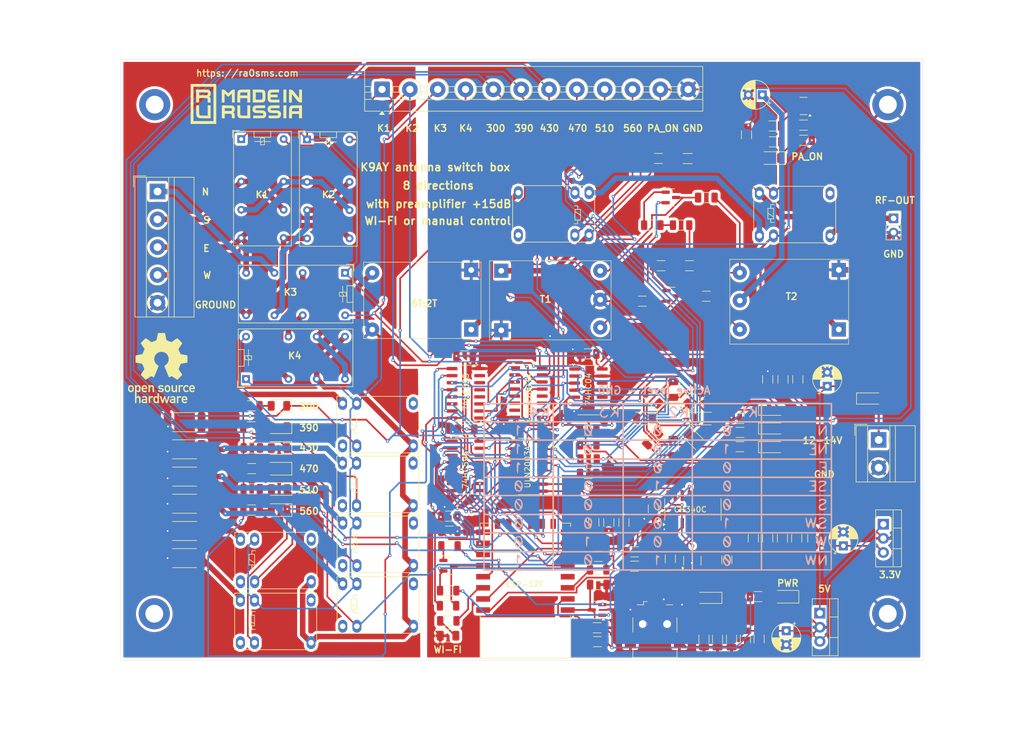
<source format=kicad_pcb>
(kicad_pcb (version 20240108) (generator "pcbnew") (generator_version "8.0")
  (layers (0 "F.Cu" signal) (31 "B.Cu" signal) (34 "B.Paste" user) (35 "F.Paste" user) (36 "B.SilkS" user "B.Silkscreen") (37 "F.SilkS" user "F.Silkscreen") (38 "B.Mask" user) (39 "F.Mask" user) (44 "Edge.Cuts" user))
  (net 0 "")
  (net 1 "PA_IN")
  (net 2 "GND")
  (net 3 "Net-(BN73-202-AA)")
  (net 4 "GNDPWR")
  (net 5 "12V")
  (net 6 "Net-(T2-AB)")
  (net 7 "Net-(Q1-G)")
  (net 8 "Net-(Q5-D)")
  (net 9 "Net-(T2-AA)")
  (net 10 "Net-(Q4-G)")
  (net 11 "3.3V")
  (net 12 "5V")
  (net 13 "Net-(U11-V3)")
  (net 14 "RST")
  (net 15 "Net-(D1-A)")
  (net 16 "Net-(D2-A)")
  (net 17 "Net-(D3-A)")
  (net 18 "Net-(D4-A)")
  (net 19 "Net-(D5-K)")
  (net 20 "K4_5V")
  (net 21 "K1_5V")
  (net 22 "K2_5V")
  (net 23 "K3_5V")
  (net 24 "Net-(D9-K)")
  (net 25 "Net-(D10-K)")
  (net 26 "Net-(D11-A)")
  (net 27 "Net-(D12-A)")
  (net 28 "Net-(D13-A)")
  (net 29 "Net-(D14-K)")
  (net 30 "Net-(D14-A)")
  (net 31 "Net-(D15-A)")
  (net 32 "PA_ON")
  (net 33 "Net-(D16-A)")
  (net 34 "300")
  (net 35 "390")
  (net 36 "Net-(D17-A)")
  (net 37 "430")
  (net 38 "Net-(D18-A)")
  (net 39 "Net-(D19-A)")
  (net 40 "470")
  (net 41 "510")
  (net 42 "Net-(D20-A)")
  (net 43 "560")
  (net 44 "Net-(D21-A)")
  (net 45 "S")
  (net 46 "N")
  (net 47 "E")
  (net 48 "W")
  (net 49 "Net-(J5-D-)")
  (net 50 "Net-(J5-D+)")
  (net 52 "Net-(J6-Pin_1)")
  (net 53 "K4")
  (net 54 "K3")
  (net 55 "K1")
  (net 56 "K2")
  (net 57 "Net-(K1-Pad13)")
  (net 58 "Net-(K2-Pad13)")
  (net 59 "Net-(K3-Pad13)")
  (net 60 "Net-(K3-Pad4)")
  (net 61 "LOAD")
  (net 63 "Net-(K5-Pad6)")
  (net 65 "Net-(K6-Pad6)")
  (net 67 "Net-(K7-Pad6)")
  (net 68 "Net-(K8-Pad6)")
  (net 71 "Net-(K9-Pad6)")
  (net 73 "Net-(K10-Pad6)")
  (net 74 "Net-(T1-SB)")
  (net 75 "Net-(K11-Pad7)")
  (net 76 "Net-(T2-SB)")
  (net 77 "Net-(L1-Pad1)")
  (net 78 "Net-(Q1-S)")
  (net 79 "Net-(Q1-D)")
  (net 80 "Net-(Q2-B)")
  (net 81 "RTS")
  (net 82 "DTR")
  (net 83 "Net-(Q3-B)")
  (net 84 "GPIO0")
  (net 85 "Net-(Q4-D)")
  (net 86 "Net-(Q5-G)")
  (net 87 "Net-(R3-Pad2)")
  (net 88 "RCLK")
  (net 89 "Net-(U11-UD-)")
  (net 90 "Net-(R8-Pad2)")
  (net 91 "Net-(U11-UD+)")
  (net 92 "Net-(R9-Pad2)")
  (net 93 "Net-(U11-TXD)")
  (net 94 "TXD")
  (net 95 "RXD")
  (net 96 "Net-(U11-RXD)")
  (net 97 "Net-(U1-EN)")
  (net 98 "Net-(U1-ADC)")
  (net 99 "Net-(U1-GPIO2)")
  (net 100 "LED_WIFI")
  (net 101 "OE")
  (net 102 "Net-(R23-Pad2)")
  (net 103 "Net-(R24-Pad2)")
  (net 104 "Net-(R29-Pad2)")
  (net 105 "SER")
  (net 106 "PA_ON_3V")
  (net 110 "SRCLK")
  (net 119 "Net-(U2-QH')")
  (net 120 "Net-(U3-QC)")
  (net 121 "Net-(U3-QD)")
  (net 122 "Net-(U3-QF)")
  (net 124 "Net-(U3-QB)")
  (net 125 "Net-(U3-QA)")
  (net 126 "Net-(U3-QE)")
  (footprint "LED_SMD:LED_1206_3216Metric" (layer "F.Cu") (at 153.821749 93.242749 -45)
    (property "Reference" "D11" (hide yes))
    (property "Value" "SE")
  )
  (footprint "50474C:Transformer_J310" (layer "F.Cu") (at 136.9922 75.7135 180)
    (property "Reference" "T1" (hide yes))
    (property "Value" "~")
  )
  (footprint "LED_SMD:LED_1206_3216Metric" (layer "F.Cu") (at 167.9956 42.7482 180)
    (property "Reference" "D15" (hide yes))
    (property "Value" "PA")
  )
  (footprint "Resistor_SMD:R_1206_3216Metric" (layer "F.Cu") (at 136.4234 127.2032)
    (property "Reference" "R13" (hide yes))
    (property "Value" "10k")
  )
  (footprint "Resistor_SMD:R_1206_3216Metric" (layer "F.Cu") (at 162.0774 89.5604)
    (property "Reference" "R22" (hide yes))
    (property "Value" "1k")
  )
  (footprint "Capacitor_SMD:C_1206_3216Metric" (layer "F.Cu") (at 167.0812 111.0978 90)
    (property "Reference" "C28" (hide yes))
    (property "Value" "100n")
  )
  (footprint "Resistor_SMD:R_1206_3216Metric" (layer "F.Cu") (at 134.8232 99.4664)
    (property "Reference" "R21" (hide yes))
    (property "Value" "10k")
  )
  (footprint "LED_SMD:LED_1206_3216Metric" (layer "F.Cu") (at 79.2988 106.045 180)
    (property "Reference" "D21" (hide yes))
    (property "Value" "560")
  )
  (footprint "Capacitor_SMD:C_1206_3216Metric" (layer "F.Cu") (at 164.4904 111.0978 90)
    (property "Reference" "C27" (hide yes))
    (property "Value" "100n")
  )
  (footprint "Capacitor_SMD:C_1206_3216Metric" (layer "F.Cu") (at 163.068 129.2116 -90)
    (property "Reference" "C12" (hide yes))
    (property "Value" "22u")
  )
  (footprint "Resistor_SMD:R_2512_6332Metric_Pad1.40x3.35mm_HandSolder" (layer "F.Cu") (at 62.3082 104.901)
    (property "Reference" "R32" (hide yes))
    (property "Value" "470")
  )
  (footprint "Resistor_SMD:R_2512_6332Metric_Pad1.40x3.35mm_HandSolder" (layer "F.Cu") (at 62.3082 100.011)
    (property "Reference" "R31" (hide yes))
    (property "Value" "430")
  )
  (footprint "Capacitor_THT:CP_Radial_D5.0mm_P2.50mm" (layer "F.Cu") (at 170.4086 127.7366 -90)
    (property "Reference" "C10" (hide yes))
    (property "Value" "47uF")
  )
  (footprint "Relay_THT:Relay_DPDT_Omron_G5V-2" (layer "F.Cu") (at 84.328 39.4208)
    (property "Reference" "K2" (hide yes))
    (property "Value" "G5V-2")
  )
  (footprint "" (layer "F.Cu") (at 188.6706 33.147)
    (property "Reference" "" (hide yes))
    (property "Value" "")
  )
  (footprint "Diode_SMD:D_SOD-123" (layer "F.Cu") (at 167.7924 94.7138)
    (property "Reference" "D8" (hide yes))
    (property "Value" "MBR0520")
  )
  (footprint "Capacitor_SMD:C_1206_3216Metric" (layer "F.Cu") (at 156.0576 67.5894)
    (property "Reference" "C3" (hide yes))
    (property "Value" "1.5p")
  )
  (footprint "Relay_THT:Relay_SPDT_HJR-4102" (layer "F.Cu") (at 103.4288 119.3038 -90)
    (property "Reference" "K8" (hide yes))
    (property "Value" "TIANBO-HJR-4102-L")
  )
  (footprint "Resistor_SMD:R_2512_6332Metric_Pad1.40x3.35mm_HandSolder" (layer "F.Cu") (at 62.3082 109.791)
    (property "Reference" "R33" (hide yes))
    (property "Value" "510")
  )
  (footprint "Relay_THT:Relay_DPDT_Omron_G5V-2" (layer "F.Cu") (at 73.3552 82.4738 90)
    (property "Reference" "K4" (hide yes))
    (property "Value" "G5V-2")
  )
  (footprint "RF_Module:ESP-12E" (layer "F.Cu") (at 123.5456 120.5158 180)
    (property "Reference" "U1" (hide yes))
    (property "Value" "ESP-12F")
  )
  (footprint "Capacitor_SMD:C_1206_3216Metric" (layer "F.Cu") (at 169.8244 82.55 90)
    (property "Reference" "C22" (hide yes))
    (property "Value" "100n")
  )
  (footprint "Package_TO_SOT_THT:TO-220-3_Vertical" (layer "F.Cu") (at 187.8532 108.585 -90)
    (property "Reference" "U5" (hide yes))
    (property "Value" "L7803")
  )
  (footprint "LED_SMD:LED_1206_3216Metric" (layer "F.Cu") (at 79.2734 87.2998 180)
    (property "Reference" "D16" (hide yes))
    (property "Value" "300")
  )
  (footprint "Package_SO:SOIC-16_3.9x9.9mm_P1.27mm" (layer "F.Cu") (at 112.8522 85.048 180)
    (property "Reference" "U2" (hide yes))
    (property "Value" "74HC595")
  )
  (footprint "TerminalBlock:TerminalBlock_MaiXu_MX126-5.0-12P_1x12_P5.00mm" (layer "F.Cu") (at 97.7912 30.4038)
    (property "Reference" "J7" (hide yes))
    (property "Value" "MANUAL_SWITCH")
  )
  (footprint "Relay_THT:Relay_SPDT_HJR-4102" (layer "F.Cu") (at 85.0392 122.2502 -90)
    (property "Reference" "K10" (hide yes))
    (property "Value" "TIANBO-HJR-4102-L")
  )
  (footprint "Package_TO_SOT_SMD:SOT-23" (layer "F.Cu") (at 149.8325 67.5284)
    (property "Reference" "Q1" (hide yes))
    (property "Value" "MMBFJ310")
  )
  (footprint "Capacitor_SMD:C_1206_3216Metric" (layer "F.Cu") (at 169.7228 111.0978 90)
    (property "Reference" "C29" (hide yes))
    (property "Value" "100n")
  )
  (footprint "Resistor_SMD:R_1206_3216Metric" (layer "F.Cu") (at 143.1651 116.1288)
    (property "Reference" "R11" (hide yes))
    (property "Value" "220")
  )
  (footprint "Resistor_SMD:R_1206_3216Metric" (layer "F.Cu") (at 173.5328 39.5478)
    (property "Reference" "R36" (hide yes))
    (property "Value" "10k")
  )
  (footprint "Relay_THT:Relay_SPDT_HJR-4102" (layer "F.Cu") (at 103.4034 86.868 -90)
    (property "Reference" "K5" (hide yes))
    (property "Value" "TIANBO-HJR-4102-L")
  )
  (footprint "Package_TO_SOT_SMD:SOT-23" (layer "F.Cu") (at 149.6847 49.8348)
    (property "Reference" "Q4" (hide yes))
    (property "Value" "MMBFJ310")
  )
  (footprint "Resistor_SMD:R_1206_3216Metric" (layer "F.Cu") (at 149.5806 114.808 -90)
    (property "Reference" "R9" (hide yes))
    (property "Value" "22")
  )
  (footprint "LED_SMD:LED_1206_3216Metric" (layer "F.Cu") (at 79.2988 98.6028 180)
    (property "Reference" "D19" (hide yes))
    (property "Value" "470")
  )
  (footprint "Resistor_SMD:R_1206_3216Metric" (layer "F.Cu") (at 150.1394 94.7059 90)
    (property "Reference" "R26" (hide yes))
    (property "Value" "1k")
  )
  (footprint "Capacitor_SMD:C_1206_3216Metric" (layer "F.Cu") (at 167.0812 82.55 90)
    (property "Reference" "C23" (hide yes))
    (property "Value" "100n")
  )
  (footprint "Capacitor_SMD:C_1206_3216Metric" (layer "F.Cu") (at 175.1838 111.0978 90)
    (property "Reference" "C9" (hide yes))
    (property "Value" "22u")
  )
  (footprint "TerminalBlock_MetzConnect:TerminalBlock_MetzConnect_Type011_RT05502HBWC_1x02_P5.00mm_Horizontal" (layer "F.Cu") (at 187.0202 93.4212 -90)
    (property "Reference" "J4" (hide yes))
    (property "Value" "12V")
  )
  (footprint "Resistor_SMD:R_1206_3216Metric" (layer "F.Cu") (at 74.3204 87.2998 180)
    (property "Reference" "R39" (hide yes))
    (property "Value" "1k")
  )
  (footprint "Relay_THT:Relay_SPDT_HJR-4102" (layer "F.Cu") (at 85.0646 111.3028 -90)
    (property "Reference" "K9" (hide yes))
    (property "Value" "TIANBO-HJR-4102-L")
  )
  (footprint "Capacitor_SMD:C_1206_3216Metric" (layer "F.Cu") (at 134.8232 77.9526 180)
    (property "Reference" "C19" (hide yes))
    (property "Value" "100n")
  )
  (footprint "LED_SMD:LED_1206_3216Metric" (layer "F.Cu") (at 144.9294 89.5604 180)
    (property "Reference" "D13" (hide yes))
    (property "Value" "W")
  )
  (footprint "LOGO" (layer "F.Cu") (at 58.166 80.518)
    (property "Reference" "G***" (hide yes))
    (property "Value" "LOGO" (hide yes))
  )
  (footprint "Capacitor_SMD:C_1206_3216Metric" (layer "F.Cu") (at 112.6236 78.3336 180)
    (property "Reference" "C18" (hide yes))
    (property "Value" "100n")
  )
  (footprint "LED_SMD:LED_1206_3216Metric" (layer "F.Cu") (at 170.3802 121.6152 180)
    (property "Reference" "D2" (hide yes))
    (property "Value" "PWR")
  )
  (footprint "Relay_THT:Relay_DPDT_Omron_G5V-2" (layer "F.Cu") (at 91.1606 63.3984 -90)
    (property "Reference" "K3" (hide yes))
    (property "Value" "G5V-2")
  )
  (footprint "TerminalBlock_MetzConnect:TerminalBlock_MetzConnect_Type011_RT05505HBWC_1x05_P5.00mm_Horizontal" (layer "F.Cu") (at 57.4548 48.768 -90)
    (property "Reference" "J3" (hide yes))
    (property "Value" "LOOPS")
  )
  (footprint "50474C:Transformer_BN73-202" (layer "F.Cu") (at 96.0374 60.8838)
    (property "Reference" "BN73-202" (hide yes))
    (property "Value" "6T:2T")
  )
  (footprint "Resistor_SMD:R_1206_3216Metric" (layer "F.Cu") (at 109.6772 120.523 180)
    (property "Reference" "R18" (hide yes))
    (property "Value" "10k")
  )
  (footprint "Connector_PinSocket_2.54mm:PinSocket_1x02_P2.54mm_Vertical" (layer "F.Cu") (at 189.6868 53.5886)
    (property "Reference" "J6" (hide yes))
    (property "Value" "RF_OUT")
  )
  (footprint "Package_SO:SOIC-16_3.9x9.9mm_P1.27mm" (layer "F.Cu") (at 124.0902 84.9122)
    (property "Reference" "U4" (hide yes))
    (property "Value" "ULN2003A")
  )
  (footprint "LOGO" (layer "F.Cu") (at 73.406 33.02)
    (property "Reference" "G***" (hide yes))
    (property "Value" "LOGO" (hide yes))
  )
  (footprint "Connector_USB:USB_Mini-B_Wuerth_65100516121_Horizontal" (layer "F.Cu") (at 146.812 126.5338)
    (property "Reference" "J5" (hide yes))
    (property "Value" "USB_B_Micro")
  )
  (footprint "Resistor_SMD:R_1206_3216Metric" (layer "F.Cu") (at 74.3712 98.5774 180)
    (property "Reference" "R42" (hide yes))
    (property "Value" "1k")
  )
  (footprint "Relay_THT:Relay_SPDT_HJR-4102" (layer "F.Cu") (at 122.2756 56.5912 90)
    (property "Reference" "K11" (hide yes))
    (property "Value" "TIANBO-HJR-4102-L")
  )
  (footprint "Package_SO:SOIC-16_3.9x9.9mm_P1.27mm" (layer "F.Cu") (at 112.8918 98.0948)
    (property "Reference" "U3" (hide yes))
    (property "Value" "74HC595")
  )
  (footprint "Capacitor_SMD:C_1206_3216Metric" (layer "F.Cu") (at 138.5316 108.2802 -90)
    (property "Reference" "C15" (hide yes))
    (property "Value" "22u")
  )
  (footprint "Relay_THT:Relay_SPDT_HJR-4102" (layer "F.Cu") (at 103.378 97.6122 -90)
    (property "Reference" "K6" (hide yes))
    (property "Value" "TIANBO-HJR-4102-L")
  )
  (footprint "Resistor_SMD:R_1206_3216Metric" (layer "F.Cu") (at 147.4724 42.8244)
    (property "Reference" "R35" (hide yes))
    (property "Value" "470")
  )
  (footprint "Resistor_SMD:R_1206_3216Metric" (layer "F.Cu") (at 144.5621 68.4784 180)
    (property "Reference" "R5" (hide yes))
    (property "Value" "33")
  )
  (footprint "Resistor_SMD:R_1206_3216Metric" (layer "F.Cu") (at 109.6518 123.2408 180)
    (property "Reference" "R15" (hide yes))
    (property "Value" "10k")
  )
  (footprint "Capacitor_SMD:C_1206_3216Metric" (layer "F.Cu") (at 136.652 119.4308 180)
    (property "Reference" "C16" (hide yes))
    (property "Value" "100n")
  )
  (footprint "Capacitor_SMD:C_1206_3216Metric" (layer "F.Cu") (at 165.5318 129.2116 -90)
    (property "Reference" "C11" (hide yes))
    (property "Value" "100n")
  )
  (footprint "Capacitor_SMD:C_1206_3216Metric" (layer "F.Cu") (at 135.8392 108.253 -90)
    (property "Reference" "C6" (hide yes))
    (property "Value" "100n")
  )
  (footprint "LED_SMD:LED_1206_3216Metric" (layer "F.Cu") (at 146.431651 85.878051 135)
    (property "Reference" "D14" (hide yes))
    (property "Value" "NW")
  )
  (footprint "Resistor_SMD:R_1206_3216Metric" (layer "F.Cu") (at 109.7026 125.9586)
    (property "Reference" "R19" (hide yes))
    (property "Value" "1k")
  )
  (footprint "Resistor_SMD:R_1206_3216Metric" (layer "F.Cu") (at 74.3712 102.2096 180)
    (property "Reference" "R43" (hide yes))
    (property "Value" "1k")
  )
  (footprint "Package_TO_SOT_THT:TO-220-3_Vertical" (layer "F.Cu") (at 176.4486 124.5616 -90)
    (property "Reference" "U6" (hide yes))
    (property "Value" "L7805")
  )
  (footprint "Resistor_SMD:R_1206_3216Metric" (layer "F.Cu") (at 146.3403 54.8132)
    (property "Reference" "R3" (hide yes))
    (property "Value" "33")
  )
  (footprint "Resistor_SMD:R_1206_3216Metric" (layer "F.Cu") (at 159.7406 114.9604 -90)
    (property "Reference" "R8" (hide yes))
    (property "Value" "22")
  )
  (footprint "Resistor_SMD:R_1206_3216Metric" (layer "F.Cu") (at 74.3057 91.0844 180)
    (property "Reference" "R40" (hide yes))
    (property "Value" "1k")
  )
  (footprint "Package_SO:SOIC-14_3.9x8.7mm_P1.27mm" (layer "F.Cu") (at 134.874 84.4804)
    (property "Reference" "U7" (hide yes))
    (property "Value" "74HC04")
  )
  (footprint "" (layer "F.Cu") (at 188.6452 124.6724)
    (property "Reference" "" (hide yes))
    (property "Value" "")
  )
  (footprint "Relay_THT:Relay_SPDT_HJR-4102" (layer "F.Cu") (at 178.2826 49.0982 -90)
    (property "Reference" "K12" (hide yes))
    (property "Value" "TIANBO-HJR-4102-L")
  )
  (footprint "LED_SMD:LED_1206_3216Metric" (layer "F.Cu") (at 79.2988 91.1352 180)
    (property "Reference" "D17" (hide yes))
    (property "Value" "390")
  )
  (footprint "Package_TO_SOT_SMD:SOT-23" (layer "F.Cu") (at 136.4003 123.9876 180)
    (property "Reference" "Q2" (hide yes))
    (property "Value" "BC817")
  )
  (footprint "Capacitor_THT:CP_Radial_D5.0mm_P2.50mm" (layer "F.Cu") (at 166.101913 31.369 180)
    (property "Reference" "C4" (hide yes))
    (property "Value" "47uF")
  )
  (footprint "Capacitor_SMD:C_1206_3216Metric" (layer "F.Cu") (at 155.6258 129.2116 -90)
    (property "Reference" "C26" (hide yes))
    (property "Value" "100n")
  )
  (footprint "Resistor_SMD:R_1206_3216Metric" (layer "F.Cu") (at 163.2712 38.5572 90)
    (property "Reference" "R38" (hide yes))
    (property "Value" "1k")
  )
  (footprint "MountingHole:MountingHole_3.2mm_M3_DIN965_Pad" (layer "F.Cu") (at 56.9468 33.147)
    (property "Reference" "REF**" (hide yes))
    (property "Value" "MountingHole_3.2mm_M3_DIN965_Pad" (hide yes))
  )
  (footprint "Resistor_SMD:R_1206_3216Metric" (layer "F.Cu") (at 173.5074 36.83)
    (property "Reference" "R37" (hide yes))
    (property "Value" "1k")
  )
  (footprint "Capacitor_THT:CP_Radial_D5.0mm_P2.50mm" (layer "F.Cu") (at 177.7746 83.7692 90)
    (property "Reference" "C1" (hide yes))
    (property "Value" "47uF")
  )
  (footprint "Inductor_SMD:L_1206_3216Metric" (layer "F.Cu") (at 152.7048 42.8498)
    (property "Reference" "L1" (hide yes))
    (property "Value" "3.9uH")
  )
  (footprint "Diode_SMD:D_SOD-123" (layer "F.Cu") (at 156.4894 121.8184 180)
    (property "Reference" "D3" (hide yes))
    (property "Value" "MBR0520")
  )
  (footprint "Resistor_SMD:R_1206_3216Metric" (layer "F.Cu") (at 109.9058 112.4966)
    (property "Reference" "R17" (hide yes))
    (property "Value" "10k")
  )
  (footprint "Capacitor_THT:CP_Radial_D5.0mm_P2.50mm" (layer "F.Cu") (at 180.6702 112.4712 90)
    (property "Reference" "C7" (hide yes))
    (property "Value" "47uF")
  )
  (footprint "LED_SMD:LED_1206_3216Metric" (layer "F.Cu") (at 79.3242 102.2604 180)
    (property "Reference" "D20" (hide yes))
    (property "Value" "510")
  )
  (footprint "Capacitor_SMD:C_1206_3216Metric" (layer "F.Cu") (at 160.5788 129.2116 -90)
    (property "Reference" "C24" (hide yes))
    (property "Value" "100n")
  )
  (footprint "Capacitor_SMD:C_1206_3216Metric" (layer "F.Cu") (at 146.5326 105.8164 -90)
    (property "Reference" "C13" (hide yes))
    (property "Value" "100n")
  )
  (footprint "Resistor_SMD:R_1206_3216Metric" (layer "F.Cu") (at 134.8486 94.2848 180)
    (property "Reference" "R24" (hide yes))
    (property "Value" "1k")
  )
  (footprint "Resistor_SMD:R_2512_6332Metric_Pad1.40x3.35mm_HandSolder" (layer "F.Cu") (at 62.3082 90.231)
    (property "Reference" "R2" (hide yes))
    (property "Value" "300")
  )
  (footprint "Package_SO:SOIC-16_3.9x9.9mm_P1.27mm" (layer "F.Cu") (at 153.6446 105.9292 90)
    (property "Reference" "U11" (hide yes))
    (property "Value" "CH340C")
  )
  (footprint "" (layer "F.Cu") (at 56.8706 124.6724)
    (property "Reference" "" (hide yes))
    (property "Value" "")
  )
  (footprint "Resistor_SMD:R_1206_3216Metric" (layer "F.Cu") (at 136.652 114.3508)
    (property "Reference" "R20" (hide yes))
    (property "Value" "10k")
  )
  (footprint "LED_SMD:LED_1206_3216Metric" (layer "F.Cu") (at 153.847149 85.903451 45)
    (property "Reference" "D9" (hide yes))
    (property "Value" "NE")
  )
  (footprint "LED_SMD:LED_1206_3216Metric" (layer "F.Cu") (at 79.2988 94.8944 180)
    (property "Reference" "D18" (hide yes))
    (property "Value" "430")
  )
  (footprint "Capacitor_SMD:C_1206_3216Metric" (layer "F.Cu") (at 167.9956 36.9824 180)
    (property "Reference" "C21" (hide yes))
    (property "Value" "22u")
  )
  (footprint "Resistor_SMD:R_2512_6332Metric_Pad1.40x3.35mm_HandSolder" (layer "F.Cu") (at 62.3082 95.121)
    (property "Reference" "R6" (hide yes))
    (property "Value" "390")
  )
  (footprint "Capacitor_SMD:C_1206_3216Metric" (layer "F.Cu") (at 141.2494 108.2802 -90)
    (property "Reference" "C14" (hide yes))
    (property "Value" "10n")
  )
  (footprint "Capacitor_SMD:C_1206_3216Metric" (layer "F.Cu") (at 158.0642 129.2116 -90)
    (property "Reference" "C25" (hide yes))
    (property "Value" "100n")
  )
  (footprint "Resistor_SMD:R_1206_3216Metric" (layer "F.Cu") (at 109.8911 107.1372)
    (property "Reference" "R16" (hide yes))
    (property "Value" "10k")
  )
  (footprint "Resistor_SMD:R_1206_3216Metric" (layer "F.Cu") (at 136.4742 129.6924)
    (property "Reference" "R14" (hide yes))
    (property "Value" "10k")
  )
  (footprint "Capacitor_SMD:C_1206_3216Metric" (layer "F.Cu") (at 168.0464 39.8272 180)
    (property "Reference" "C20" (hide yes))
    (property "Value" "100n")
  )
  (footprint "Resistor_SMD:R_1206_3216Metric" (layer "F.Cu") (at 109.8804 109.8296)
    (property "Reference" "R7" (hide yes))
    (property "Value" "10k")
  )
  (footprint "Resistor_SMD:R_2512_6332Metric_Pad1.40x3.35mm_HandSolder" (layer "F.Cu") (at 62.3082 114.681)
    (property "Reference" "R34" (hide yes))
    (property "Value" "560")
  )
  (footprint "Package_TO_SOT_SMD:SOT-23-6" (layer "F.Cu") (at 153.543 115.1581 90)
    (property "Reference" "U12" (hide yes))
    (property "Value" "USBLC6")
  )
  (footprint "Resistor_SMD:R_1206_3216Metric" (layer "F.Cu") (at 74.3458 106.0196 180)
    (property "Reference" "R44" (hide yes))
    (property "Value" "1k")
  )
  (footprint "Resistor_SMD:R_1206_3216Metric" (layer "F.Cu") (at 147.9149 62.103)
    (property "Reference" "R29" (hide yes))
    (property "Value" "33")
  )
  (footprint "LED_SMD:LED_1206_3216Metric" (layer "F.Cu") (at 109.6518 128.6256)
    (property "Reference" "D4" (hide yes))
    (property "Value" "WI-FI")
  )
  (footprint "Diode_SMD:D_SOD-123" (layer "F.Cu") (at 185.3946 85.979)
    (property "Reference" "D1" (hide yes))
    (property "Value" "MBR0520")
  )
  (footprint "Relay_THT:Relay_DPDT_Omron_G5V-2" (layer "F.Cu") (at 72.4916 39.3446)
    (property "Reference" "K1" (hide yes))
    (property "Value" "G5V-2")
  )
  (footprint "Package_TO_SOT_SMD:SOT-23" (layer "F.Cu") (at 109.7511 116.0424)
    (property "Reference" "Q3" (hide yes))
    (property "Value" "BC817")
  )
  (footprint "Resistor_SMD:R_1206_3216Metric" (layer "F.Cu") (at 165.3393 121.5898 180)
    (property "Reference" "R1" (hide yes))
    (property "Value" "1k")
  )
  (footprint "50474C:Transformer_J310" (layer "F.Cu") (at 162.0674 60.8623)
    (property "Reference" "T2" (hide yes))
    (property "Value" "~")
  )
  (footprint "Capacitor_SMD:C_1206_3216Metric" (layer "F.Cu") (at 172.4914 82.5482 90)
    (property "Reference" "C2" (hide yes))
    (property "Value" "100n")
  )
  (footprint "Capacitor_SMD:C_1206_3216Metric" (layer "F.Cu") (at 112.903 91.5416)
    (property "Reference" "C17" (hide yes))
    (property "Value" "100n")
  )
  (footprint "LED_SMD:LED_1206_3216Metric" (layer "F.Cu") (at 155.3434 89.5858)
    (property "Reference" "D10" (hide yes))
    (property "Value" "E")
  )
  (footprint "Resistor_SMD:R_1206_3216Metric" (layer "F.Cu") (at 153.0203 62.103)
    (property "Reference" "R30" (hide yes))
    (property "Value" "33")
  )
  (footprint "Resistor_SMD:R_1206_3216Metric" (layer "F.Cu") (at 162.1028 92.075 180)
    (property "Reference" "R28" (hide yes))
    (property "Value" "1k")
  )
  (footprint "Capacitor_SMD:C_1206_3216Metric" (layer "F.Cu") (at 172.2882 111.0978 90)
    (property "Reference" "C8" (hide yes))
    (property "Value" "100n")
  )
  (footprint "Diode_SMD:D_SOD-123" (layer "F.Cu") (at 167.7924 88.0138)
    (property "Reference" "D6" (hide yes))
    (property "Value" "MBR0520")
  )
  (footprint "Resistor_SMD:R_1206_3216Metric" (layer "F.Cu") (at 134.8994 96.8756 180)
    (property "Reference" "R23" (hide yes))
    (property "Value" "1k")
  )
  (footprint "Resistor_SMD:R_1206_3216Metric" (layer "F.Cu") (at 151.5257 54.8132)
    (property "Reference" "R4" (hide yes))
    (property "Value" "33")
  )
  (footprint "Package_SO:SOIC-16_3.9x9.9mm_P1.27mm" (layer "F.Cu") (at 124.1694 98.1964)
    (property "Reference" "U8" (hide yes))
    (property "Value" "ULN2003A")
  )
  (footprint "Resistor_SMD:R_1206_3216Metric" (layer "F.Cu") (at 162.0774 94.6404)
    (property "Reference" "R25" (hide yes))
    (property "Value" "1k")
  )
  (footprint "Capacitor_SMD:C_1206_3216Metric" (layer "F.Cu") (at 156.0576 49.8602)
    (property "Reference" "C5" (hide yes))
    (property "Value" "1.5p")
  )
  (footprint "LED_SMD:LED_1206_3216Metric" (layer "F.Cu") (at 150.1394 84.3758 90)
    (property "Reference" "D5" (hide yes))
    (property "Value" "N")
  )
  (footprint "Relay_THT:Relay_SPDT_HJR-4102" (layer "F.Cu") (at 103.4288 108.3818 -90)
    (property "Reference" "K7" (hide yes))
    (property "Value" "TIANBO-HJR-4102-L")
  )
  (footprint "Package_TO_SOT_SMD:SOT-23" (layer "F.Cu") (at 173.5074 33.3897 180)
    (property "Reference" "Q5" (hide yes))
    (property "Value" "IRLML5203")
  )
  (footprint "Resistor_SMD:R_1206_3216Metric" (layer "F.Cu") (at 143.1651 113.538)
    (property "Reference" "R10" (hide yes))
    (property "Value" "220")
  )
  (footprint "Resistor_SMD:R_1206_3216Metric" (layer "F.Cu") (at 134.8379 91.6686 180)
    (property "Reference" "R27" (hide yes))
    (property "Value" "1k")
  )
  (footprint "LED_SMD:LED_1206_3216Metric" (layer "F.Cu") (at 146.406251 93.242749 -135)
    (property "Reference" "D12" (hide yes))
    (property "Value" "SW")
  )
  (footprint "Resistor_SMD:R_1206_3216Metric" (layer "F.Cu") (at 136.6266 116.7638)
    (property "Reference" "R12" (hide yes))
    (property "Value" "10k")
  )
  (footprint "Diode_SMD:D_SOD-123" (layer "F.Cu") (at 167.7924 91.3638)
    (property "Reference" "D7" (hide yes))
    (property "Value" "MBR0520")
  )
  (footprint "Resistor_SMD:R_1206_3216Metric" (layer "F.Cu") (at 74.3966 94.869 180)
    (property "Reference" "R41" (hide yes))
    (property "Value" "1k")
  )
  (footprint "LOGO" (layer "B.Cu") (at 146.842044 101.785721 180)
    (property "Reference" "G***" (hide yes))
    (property "Value" "LOGO" (hide yes))
  )
  (gr_line (start 138.938 75.438) (end 117.094 75.438) (stroke (width 0.1)) (layer "F.SilkS"))
  (gr_line (start 115.57 61.468) (end 115.57 75.184) (stroke (width 0.1)) (layer "F.SilkS"))
  (gr_line (start 117.348 61.214) (end 138.938 61.214) (stroke (width 0.1)) (layer "F.SilkS"))
  (gr_line (start 160.274 61.722) (end 160.274 76.2) (stroke (width 0.1)) (layer "F.SilkS"))
  (gr_line (start 181.61 60.96) (end 160.274 60.96) (stroke (width 0.1)) (layer "F.SilkS"))
  (gr_line (start 95.25 61.468) (end 115.57 61.468) (stroke (width 0.1)) (layer "F.SilkS"))
  (gr_line (start 94.488 61.468) (end 95.25 61.468) (stroke (width 0.1)) (layer "F.SilkS"))
  (gr_line (start 160.274 76.2) (end 181.61 76.2) (stroke (width 0.1)) (layer "F.SilkS"))
  (gr_line (start 138.938 74.676) (end 138.938 75.438) (stroke (width 0.1)) (layer "F.SilkS"))
  (gr_line (start 181.61 76.2) (end 181.61 60.96) (stroke (width 0.1)) (layer "F.SilkS"))
  (gr_line (start 94.488 75.184) (end 94.488 61.468) (stroke (width 0.1)) (layer "F.SilkS"))
  (gr_line (start 138.938 61.214) (end 138.938 74.676) (stroke (width 0.1)) (layer "F.SilkS"))
  (gr_line (start 160.274 60.96) (end 160.274 61.722) (stroke (width 0.1)) (layer "F.SilkS"))
  (gr_line (start 117.094 75.438) (end 117.094 61.214) (stroke (width 0.1)) (layer "F.SilkS"))
  (gr_line (start 115.57 75.184) (end 94.488 75.184) (stroke (width 0.1)) (layer "F.SilkS"))
  (gr_line (start 117.094 61.214) (end 117.348 61.214) (stroke (width 0.1)) (layer "F.SilkS"))
  (gr_rect (start 50.8254 24.9682) (end 194.9704 133.0198) (stroke (width 0.05)) (fill none) (layer "Edge.Cuts"))
  (gr_text "Active level - GND" (at 156.972 85.344 0) (layer "B.SilkS") (effects (font (size 1.4 1.4) (thickness 0.28) (bold yes)) (justify left bottom mirror)))
  (gr_text "T2" (at 170.18 68.326 0) (layer "F.SilkS") (effects (font (size 1.2 1.2) (thickness 0.24) (bold yes)) (justify left bottom)))
  (gr_text "430" (at 125.984 38.1 0) (layer "F.SilkS") (effects (font (size 1.2 1.2) (thickness 0.24) (bold yes)) (justify left bottom)))
  (gr_text "K2" (at 86.868 50.038 0) (layer "F.SilkS") (effects (font (size 1.2 1.2) (thickness 0.24) (bold yes)) (justify left bottom)))
  (gr_text "5V" (at 176.022 120.904 0) (layer "F.SilkS") (effects (font (size 1.2 1.2) (thickness 0.24) (bold yes)) (justify left bottom)))
  (gr_text "GND" (at 175.26 100.33 0) (layer "F.SilkS") (effects (font (size 1.2 1.2) (thickness 0.24) (bold yes)) (justify left bottom)))
  (gr_text "K1" (at 96.774 38.1 0) (layer "F.SilkS") (effects (font (size 1.2 1.2) (thickness 0.24) (bold yes)) (justify left bottom)))
  (gr_text "470" (at 131.064 38.1 0) (layer "F.SilkS") (effects (font (size 1.2 1.2) (thickness 0.24) (bold yes)) (justify left bottom)))
  (gr_text "3.3V" (at 186.944 118.364 0) (layer "F.SilkS") (effects (font (size 1.2 1.2) (thickness 0.24) (bold yes)) (justify left bottom)))
  (gr_text "N" (at 65.278 49.53 0) (layer "F.SilkS") (effects (font (size 1.2 1.2) (thickness 0.24) (bold yes)) (justify left bottom)))
  (gr_text "PA_ON" (at 145.288 38.1 0) (layer "F.SilkS") (effects (font (size 1.2 1.2) (thickness 0.24) (bold yes)) (justify left bottom)))
  (gr_text "K4" (at 80.772 78.994 0) (layer "F.SilkS") (effects (font (size 1.2 1.2) (thickness 0.24) (bold yes)) (justify left bottom)))
  (gr_text "300" (at 116.332 38.1 0) (layer "F.SilkS") (effects (font (size 1.2 1.2) (thickness 0.24) (bold yes)) (justify left bottom)))
  (gr_text "390\n" (at 82.804 91.948 0) (layer "F.SilkS") (effects (font (size 1.2 1.2) (thickness 0.24) (bold yes)) (justify left bottom)))
  (gr_text "430" (at 82.804 95.504 0) (layer "F.SilkS") (effects (font (size 1.2 1.2) (thickness 0.24) (bold yes)) (justify left bottom)))
  (gr_text "PWR" (at 168.656 119.888 0) (layer "F.SilkS") (effects (font (size 1.2 1.2) (thickness 0.24) (bold yes)) (justify left bottom)))
  (gr_text "W" (at 65.532 64.516 0) (layer "F.SilkS") (effects (font (size 1.2 1.2) (thickness 0.24) (bold yes)) (justify left bottom)))
  (gr_text "PA_ON" (at 171.196 43.18 0) (layer "F.SilkS") (effects (font (size 1.2 1.2) (thickness 0.24) (bold yes)) (justify left bottom)))
  (gr_text "390" (at 121.412 38.1 0) (layer "F.SilkS") (effects (font (size 1.2 1.2) (thickness 0.24) (bold yes)) (justify left bottom)))
  (gr_text "560" (at 82.804 106.934 0) (layer "F.SilkS") (effects (font (size 1.2 1.2) (thickness 0.24) (bold yes)) (justify left bottom)))
  (gr_text "E" (at 65.532 59.69 0) (layer "F.SilkS") (effects (font (size 1.2 1.2) (thickness 0.24) (bold yes)) (justify left bottom)))
  (gr_text "12-14V" (at 173.228 94.234 0) (layer "F.SilkS") (effects (font (size 1.2 1.2) (thickness 0.24) (bold yes)) (justify left bottom)))
  (gr_text "470\n" (at 82.804 99.314 0) (layer "F.SilkS") (effects (font (size 1.2 1.2) (thickness 0.24) (bold yes)) (justify left bottom)))
  (gr_text "WI-FI" (at 106.934 131.826 0) (layer "F.SilkS") (effects (font (size 1.2 1.2) (thickness 0.24) (bold yes)) (justify left bottom)))
  (gr_text "WI-FI or manual control" (at 94.488 54.864 0) (layer "F.SilkS") (effects (font (size 1.4 1.4) (thickness 0.28) (bold yes)) (justify left bottom)))
  (gr_text "GND" (at 187.706 60.706 0) (layer "F.SilkS") (effects (font (size 1.2 1.2) (thickness 0.24) (bold yes)) (justify left bottom)))
  (gr_text "K3" (at 106.934 38.1 0) (layer "F.SilkS") (effects (font (size 1.2 1.2) (thickness 0.24) (bold yes)) (justify left bottom)))
  (gr_text "K9AY antenna switch box" (at 93.726 45.212 0) (layer "F.SilkS") (effects (font (size 1.4 1.4) (thickness 0.28) (bold yes)) (justify left bottom)))
  (gr_text "300" (at 82.804 88.138 0) (layer "F.SilkS") (effects (font (size 1.2 1.2) (thickness 0.24) (bold yes)) (justify left bottom)))
  (gr_text "K1" (at 74.93 50.038 0) (layer "F.SilkS") (effects (font (size 1.2 1.2) (thickness 0.24) (bold yes)) (justify left bottom)))
  (gr_text "510\n" (at 82.804 103.124 0) (layer "F.SilkS") (effects (font (size 1.2 1.2) (thickness 0.24) (bold yes)) (justify left bottom)))
  (gr_text "K2" (at 101.854 38.1 0) (layer "F.SilkS") (effects (font (size 1.2 1.2) (thickness 0.24) (bold yes)) (justify left bottom)))
  (gr_text "K3" (at 80.01 67.564 0) (layer "F.SilkS") (effects (font (size 1.2 1.2) (thickness 0.24) (bold yes)) (justify left bottom)))
  (gr_text "8 directions" (at 101.346 48.514 0) (layer "F.SilkS") (effects (font (size 1.4 1.4) (thickness 0.28) (bold yes)) (justify left bottom)))
  (gr_text "T1" (at 125.984 68.834 0) (layer "F.SilkS") (effects (font (size 1.2 1.2) (thickness 0.24) (bold yes)) (justify left bottom)))
  (gr_text "https://ra0sms.com" (at 64.262 28.194 0) (layer "F.SilkS") (effects (font (size 1.2 1.2) (thickness 0.2) (bold yes)) (justify left bottom)))
  (gr_text "S" (at 65.532 54.61 0) (layer "F.SilkS") (effects (font (size 1.2 1.2) (thickness 0.24) (bold yes)) (justify left bottom)))
  (gr_text "with preamplifier +15dB" (at 94.742 51.816 0) (layer "F.SilkS") (effects (font (size 1.4 1.4) (thickness 0.28) (bold yes)) (justify left bottom)))
  (gr_text "GROUND" (at 64.0148 69.85 0) (layer "F.SilkS") (effects (font (size 1.2 1.2) (thickness 0.24) (bold yes)) (justify left bottom)))
  (gr_text "510" (at 135.89 38.1 0) (layer "F.SilkS") (effects (font (size 1.2 1.2) (thickness 0.24) (bold yes)) (justify left bottom)))
  (gr_text "K4" (at 111.506 38.1 0) (layer "F.SilkS") (effects (font (size 1.2 1.2) (thickness 0.24) (bold yes)) (justify left bottom)))
  (gr_text "560" (at 140.97 38.1 0) (layer "F.SilkS") (effects (font (size 1.2 1.2) (thickness 0.24) (bold yes)) (justify left bottom)))
  (gr_text "6T:2T" (at 102.87 69.596 0) (layer "F.SilkS") (effects (font (size 1.2 1.2) (thickness 0.24) (bold yes)) (justify left bottom)))
  (gr_text "GND" (at 151.638 38.1 0) (layer "F.SilkS") (effects (font (size 1.2 1.2) (thickness 0.24) (bold yes)) (justify left bottom)))
  (gr_text "RF-OUT" (at 186.182 51.054 0) (layer "F.SilkS") (effects (font (size 1.2 1.2) (thickness 0.24) (bold yes)) (justify left bottom)))
  (segment (start 113.8174 73.5838) (end 115.7874 71.6138) (width 1) (layer "F.Cu") (net 1))
  (segment (start 115.7874 71.6138) (end 115.7874 55.4594) (width 1) (layer "F.Cu") (net 1))
  (segment (start 115.7874 55.4594) (end 122.2756 48.9712) (width 1) (layer "F.Cu") (net 1))
  (segment (start 134.4676 83.693) (end 134.4676 86.6648) (width 0.3) (layer "F.Cu") (net 2))
  (segment (start 180.6702 109.9712) (end 175.5322 109.9712) (width 0.3) (layer "F.Cu") (net 2))
  (segment (start 160.6149 89.5604) (end 160.6149 89.4441) (width 0.3) (layer "F.Cu") (net 2))
  (segment (start 137.349 87.0204) (end 134.8232 87.0204) (width 0.3) (layer "F.Cu") (net 2))
  (segment (start 148.5138 109.4994) (end 148.5138 109.09) (width 0.3) (layer "F.Cu") (net 2))
  (segment (start 145.21 107.2914) (end 144.907 107.5944) (width 0.3) (layer "F.Cu") (net 2))
  (segment (start 119.2122 73.7135) (end 126.9265 73.7135) (width 0.3) (layer "F.Cu") (net 2))
  (segment (start 146.5326 107.2914) (end 145.21 107.2914) (width 0.3) (layer "F.Cu") (net 2))
  (segment (start 146.5326 107.2914) (end 148.0868 107.2914) (width 0.3) (layer "F.Cu") (net 2))
  (segment (start 163.601913 31.369) (end 163.601913 34.063713) (width 0.3) (layer "F.Cu") (net 2))
  (segment (start 153.543 116.2956) (end 153.543 115.6462) (width 0.3) (layer "F.Cu") (net 2))
  (segment (start 121.6944 102.6414) (end 124.844 105.791) (width 0.3) (layer "F.Cu") (net 2))
  (segment (start 111.428 91.5416) (end 112.649 92.7626) (width 0.3) (layer "F.Cu") (net 2))
  (segment (start 135.255 84.4804) (end 134.4676 83.693) (width 0.3) (layer "F.Cu") (net 2))
  (segment (start 137.349 84.4804) (end 135.255 84.4804) (width 0.3) (layer "F.Cu") (net 2))
  (segment (start 135.8664 106.8052) (end 135.8392 106.778) (width 0.3) (layer "F.Cu") (net 2))
  (segment (start 163.601913 34.063713) (end 166.5206 36.9824) (width 0.3) (layer "F.Cu") (net 2))
  (segment (start 193.7004 60.1422) (end 189.6868 56.1286) (width 0.3) (layer "F.Cu") (net 2))
  (segment (start 171.7802 122.4332) (end 176.4486 127.1016) (width 0.3) (layer "F.Cu") (net 2))
  (segment (start 153.543 115.6462) (end 153.4414 115.5446) (width 0.3) (layer "F.Cu") (net 2))
  (segment (start 193.4718 106.553) (end 188.8998 111.125) (width 0.3) (layer "F.Cu") (net 2))
  (segment (start 193.7004 38.1768) (end 193.7004 61.0362) (width 0.3) (layer "F.Cu") (net 2))
  (segment (start 170.4086 130.2366) (end 173.3136 130.2366) (width 0.3) (layer "F.Cu") (net 2))
  (segment (start 133.3482 77.9526) (end 134.4676 79.072) (width 0.3) (layer "F.Cu") (net 2))
  (segment (start 173.2172 81.2692) (end 177.7746 81.2692) (width 0.4) (layer "F.Cu") (net 2))
  (segment (start 166.5206 39.7764) (end 166.5714 39.8272) (width 0.3) (layer "F.Cu") (net 2))
  (segment (start 148.412 122.089099) (end 148.412 123.9338) (width 0.3) (layer "F.Cu") (net 2))
  (segment (start 169.9586 130.6866) (end 170.4086 130.2366) (width 0.3) (layer "F.Cu") (net 2))
  (segment (start 134.8232 87.0204) (end 134.4676 86.6648) (width 0.3) (layer "F.Cu") (net 2))
  (segment (start 167.0812 81.075) (end 169.8244 81.075) (width 0.4) (layer "F.Cu") (net 2))
  (segment (start 112.649 92.7626) (end 112.649 102.3366) (width 0.3) (layer "F.Cu") (net 2))
  (segment (start 186.216 127.1016) (end 188.6452 124.6724) (width 0.3) (layer "F.Cu") (net 2))
  (segment (start 139.2428 119.4308) (end 139.4714 119.6594) (width 0.3) (layer "F.Cu") (net 2))
  (segment (start 114.48022 103.73118) (end 113.31636 103.73118) (width 0.3) (layer "F.Cu") (net 2))
  (segment (start 108.2518 128.6256) (end 106.8022 127.176) (width 0.3) (layer "F.Cu") (net 2))
  (segment (start 135.8392 99.9129) (end 136.2857 99.4664) (width 0.3) (layer "F.Cu") (net 2))
  (segment (start 166.5206 36.9824) (end 166.5206 39.7764) (width 0.3) (layer "F.Cu") (net 2))
  (segment (start 151.212 123.9338) (end 151.212 123.5144) (width 0.3) (layer "F.Cu") (net 2))
  (segment (start 115.7594 109.8296) (end 115.9456 110.0158) (width 0.3) (layer "F.Cu") (net 2))
  (segment (start 138.127 119.4308) (end 139.2428 119.4308) (width 0.3) (layer "F.Cu") (net 2))
  (segment (start 172.4914 81.0732) (end 173.0212 81.0732) (width 0.4) (layer "F.Cu") (net 2))
  (segment (start 112.649 102.3366) (end 112.4458 102.5398) (width 0.3) (layer "F.Cu") (net 2))
  (segment (start 179.8474 62.8623) (end 182.9531 62.8623) (width 1) (layer "F.Cu") (net 2))
  (segment (start 153.543 116.958099) (end 148.412 122.089099) (width 0.3) (layer "F.Cu") (net 2))
  (segment (start 148.5138 109.09) (end 149.1996 108.4042) (width 0.3) (layer "F.Cu") (net 2))
  (segment (start 187.0202 98.4212) (end 193.4718 104.8728) (width 0.3) (layer "F.Cu") (net 2))
  (segment (start 137.2571 68.4784) (end 136.9922 68.2135) (width 0.3) (layer "F.Cu") (net 2))
  (segment (start 134.4676 86.6648) (end 132.842 88.2904) (width 0.3) (layer "F.Cu") (net 2))
  (segment (start 132.5354 77.1398) (end 133.3482 77.9526) (width 0.3) (layer "F.Cu") (net 2))
  (segment (start 134.4676 79.072) (end 134.4676 81.534) (width 0.3) (layer "F.Cu") (net 2))
  (segment (start 137.349 81.9404) (end 134.874 81.9404) (width 0.3) (layer "F.Cu") (net 2))
  (segment (start 132.842 88.2904) (end 132.399 88.2904) (width 0.3) (layer "F.Cu") (net 2))
  (segment (start 118.7187 73.7135) (end 114.0986 78.3336) (width 0.3) (layer "F.Cu") (net 2))
  (segment (start 142.412 129.4338) (end 142.412 123.9338) (width 0.3) (layer "F.Cu") (net 2))
  (segment (start 108.312044 105.4608) (end 109.0168 105.4608) (width 0.3) (layer "F.Cu") (net 2))
  (segment (start 135.8392 106.778) (end 135.8392 99.9129) (width 0.3) (layer "F.Cu") (net 2))
  (segment (start 188.6706 33.147) (end 182.092 26.5684) (width 0.3) (layer "F.Cu") (net 2))
  (segment (start 162.636713 30.4038) (end 163.601913 31.369) (width 0.3) (layer "F.Cu") (net 2))
  (segment (start 152.4648 130.6866) (end 151.212 129.4338) (width 0.3) (layer "F.Cu") (net 2))
  (segment (start 188.6452 124.6724) (end 193.7004 119.6172) (width 0.3) (layer "F.Cu") (net 2))
  (segment (start 167.0812 109.6228) (end 164.4904 109.6228) (width 0.3) (layer "F.Cu") (net 2))
  (segment (start 176.4486 127.1016) (end 186.216 127.1016) (width 0.3) (layer "F.Cu") (net 2))
  (segment (start 141.2494 106.8052) (end 138.5316 106.8052) (width 0.3) (layer "F.Cu") (net 2))
  (segment (start 182.092 26.5684) (end 156.6266 26.5684) (width 0.3) (layer "F.Cu") (net 2))
  (segment (start 160.5788 130.6866) (end 163.068 130.6866) (width 0.3) (layer "F.Cu") (net 2))
  (segment (start 120.8786 89.3572) (end 119.6594 90.5764) (width 0.3) (layer "F.Cu") (net 2))
  (segment (start 134.4676 81.534) (end 134.4676 83.693) (width 0.3) (layer "F.Cu") (net 2))
  (segment (start 175.1838 109.6228) (end 172.2882 109.6228) (width 0.3) (layer "F.Cu") (net 2))
  (segment (start 155.6258 130.6866) (end 152.4648 130.6866) (width 0.3) (layer "F.Cu") (net 2))
  (segment (start 133.3482 71.8575) (end 136.9922 68.2135) (width 0.3) (layer "F.Cu") (net 2))
  (segment (start 123.0446 90.7866) (end 129.1012 90.7866) (width 0.3) (layer "F.Cu") (net 2))
  (segment (start 109.0168 103.9398) (end 109.0168 105.4608) (width 0.3) (layer "F.Cu") (net 2))
  (segment (start 111.0216 91.948) (end 111.428 91.5416) (width 0.3) (layer "F.Cu") (net 2))
  (segment (start 133.3482 77.9526) (end 133.3482 71.8575) (width 0.3) (layer "F.Cu") (net 2))
  (segment (start 126.9265 73.7135) (end 127.9652 74.7522) (width 0.3) (layer "F.Cu") (net 2))
  (segment (start 119.2122 73.7135) (end 118.7187 73.7135) (width 0.3) (layer "F.Cu") (net 2))
  (segment (start 137.8859 127.2032) (end 140.1165 129.4338) (width 0.3) (layer "F.Cu") (net 2))
  (segment (start 169.7228 109.6228) (end 167.0812 109.6228) (width 0.3) (layer "F.Cu") (net 2))
  (segment (start 193.7004 61.0362) (end 193.7004 60.1422) (width 0.3) (layer "F.Cu") (net 2))
  (segment (start 175.5322 109.9712) (end 175.1838 109.6228) (width 0.3) (layer "F.Cu") (net 2))
  (segment (start 160.6149 89.4441) (end 160.5788 89.408) (width 0.3) (layer "F.Cu") (net 2))
  (segment (start 138.5316 106.8052) (end 135.8664 106.8052) (width 0.3) (layer "F.Cu") (net 2))
  (segment (start 156.6266 26.5684) (end 152.7912 30.4038) (width 0.3) (layer "F.Cu") (net 2))
  (segment (start 148.0868 107.2914) (end 149.1996 108.4042) (width 0.3) (layer "F.Cu") (net 2))
  (segment (start 132.3086 88.2904) (end 132.399 88.2904) (width 0.3) (layer "F.Cu") (net 2))
  (segment (start 113.31636 103.73118) (end 111.33047 105.71707) (width 0.3) (layer "F.Cu") (net 2))
  (segment (start 114.0986 78.3336) (end 114.0986 79.3744) (width 0.3) (layer "F.Cu") (net 2))
  (segment (start 140.1165 129.4338) (end 142.412 129.4338) (width 0.3) (layer "F.Cu") (net 2))
  (segment (start 172.2882 109.6228) (end 169.7228 109.6228) (width 0.3) (layer "F.Cu") (net 2))
  (segment (start 110.49 91.948) (end 111.0216 91.948) (width 0.3) (layer "F.Cu") (net 2))
  (segment (start 121.6152 89.3572) (end 123.0446 90.7866) (width 0.3) (layer "F.Cu") (net 2))
  (segment (start 182.9531 62.8623) (end 189.6868 56.1286) (width 1) (layer "F.Cu") (net 2))
  (segment (start 134.8522 105.791) (end 135.8392 106.778) (width 0.3) (layer "F.Cu") (net 2))
  (segment (start 152.7912 30.4038) (end 162.636713 30.4038) (width 0.3) (layer "F.Cu") (net 2))
  (segment (start 118.244599 106.091201) (end 118.244599 106.925878) (width 0.3) (layer "F.Cu") (net 2))
  (segment (start 165.5318 130.6866) (end 169.9586 130.6866) (width 0.3) (layer "F.Cu") (net 2))
  (segment (start 143.0996 68.4784) (end 137.2571 68.4784) (width 0.3) (layer "F.Cu") (net 2))
  (segment (start 153.543 116.2956) (end 153.543 116.958099) (width 0.3) (layer "F.Cu") (net 2))
  (segment (start 193.7004 119.6172) (end 193.7004 61.0362) (width 0.3) (layer "F.Cu") (net 2))
  (segment (start 172.4896 81.075) (end 172.4914 81.0732) (width 0.4) (layer "F.Cu") (net 2))
  (segment (start 112.4458 102.5398) (end 110.4168 102.5398) (width 0.3) (layer "F.Cu") (net 2))
  (segment (start 151.212 123.5144) (end 151.6888 123.0376) (width 0.3) (layer "F.Cu") (net 2))
  (segment (start 111.3429 109.8296) (end 115.7594 109.8296) (width 0.3) (layer "F.Cu") (net 2))
  (segment (start 193.4718 104.8728) (end 193.4718 106.553) (width 0.3) (layer "F.Cu") (net 2))
  (segment (start 106.8022 127.176) (end 106.8022 106.970644) (width 0.3) (layer "F.Cu") (net 2))
  (segment (start 114.0986 79.3744) (end 115.3272 80.603) (width 0.3) (layer "F.Cu") (net 2))
  (segment (start 155.6258 130.6866) (end 158.0642 130.6866) (width 0.3) (layer "F.Cu") (net 2))
  (segment (start 169.8244 81.075) (end 172.4896 81.075) (width 0.4) (layer "F.Cu") (net 2))
  (segment (start 180.6702 109.9712) (end 186.6994 109.9712) (width 0.3) (layer "F.Cu") (net 2))
  (segment (start 121.6152 89.3572) (end 120.8786 89.3572) (width 0.3) (layer "F.Cu") (net 2))
  (segment (start 129.1012 90.7866) (end 130.4036 89.4842) (width 0.3) (layer "F.Cu") (net 2))
  (segment (start 173.3136 130.2366) (end 176.4486 127.1016) (width 0.3) (layer "F.Cu") (net 2))
  (segment (start 163.068 130.6866) (end 165.5318 130.6866) (width 0.3) (layer "F.Cu") (net 2))
  (segment (start 121.6944 102.6414) (end 118.244599 106.091201) (width 0.3) (layer "F.Cu") (net 2))
  (segment (start 134.874 81.9404) (end 134.4676 81.534) (width 0.3) (layer "F.Cu") (net 2))
  (segment (start 151.212 129.4338) (end 142.412 129.4338) (width 0.3) (layer "F.Cu") (net 2))
  (segment (start 106.8022 106.970644) (end 108.312044 105.4608) (width 0.3) (layer "F.Cu") (net 2))
  (segment (start 151.212 129.4338) (end 151.212 123.9338) (width 0.3) (layer "F.Cu") (net 2))
  (segment (start 186.6994 109.9712) (end 187.8532 111.125) (width 0.3) (layer "F.Cu") (net 2))
  (segment (start 110.4168 102.5398) (end 109.0168 103.9398) (width 0.3) (layer "F.Cu") (net 2))
  (segment (start 173.0212 81.0732) (end 173.2172 81.2692) (width 0.4) (layer "F.Cu") (net 2))
  (segment (start 171.7802 121.6152) (end 171.7802 122.4332) (width 0.3) (layer "F.Cu") (net 2))
  (segment (start 188.8998 111.125) (end 187.8532 111.125) (width 0.3) (layer "F.Cu") (net 2))
  (segment (start 124.844 105.791) (end 134.8522 105.791) (width 0.3) (layer "F.Cu") (net 2))
  (segment (start 158.0642 130.6866) (end 160.5788 130.6866) (width 0.3) (layer "F.Cu") (net 2))
  (segment (start 188.6706 33.147) (end 193.7004 38.1768) (width 0.3) (layer "F.Cu") (net 2))
  (segment (start 132.0546 77.1398) (end 132.5354 77.1398) (width 0.3) (layer "F.Cu") (net 2))
  (via (at 151.6888 123.0376) (size 0.6) (drill 0.3) (layers "F.Cu" "B.Cu") (net 2))
  (via (at 141.2494 106.8052) (size 0.6) (drill 0.3) (layers "F.Cu" "B.Cu") (net 2))
  (via (at 130.4036 89.4842) (size 0.6) (drill 0.3) (layers "F.Cu" "B.Cu") (net 2))
  (via (at 118.244599 106.925878) (size 0.6) (drill 0.3) (layers "F.Cu" "B.Cu") (net 2))
  (via (at 160.5788 89.408) (size 0.6) (drill 0.3) (layers "F.Cu" "B.Cu") (net 2))
  (via (at 148.5138 109.4994) (size 0.6) (drill 0.3) (layers "F.Cu" "B.Cu") (net 2))
  (via (at 111.3429 109.8296) (size 0.6) (drill 0.3) (layers "F.Cu" "B.Cu") (net 2))
  (via (at 109.0168 105.4608) (size 0.6) (drill 0.3) (layers "F.Cu" "B.Cu") (net 2))
  (via (at 148.412 122.089099) (size 0.6) (drill 0.3) (layers "F.Cu" "B.Cu") (net 2))
  (via (at 132.0546 77.1398) (size 0.6) (drill 0.3) (layers "F.Cu" "B.Cu") (net 2))
  (via (at 139.4714 119.6594) (size 0.6) (drill 0.3) (layers "F.Cu" "B.Cu") (net 2))
  (via (at 142.412 123.9338) (size 0.6) (drill 0.3) (layers "F.Cu" "B.Cu") (net 2))
  (via (at 132.3086 88.2904) (size 0.6) (drill 0.3) (layers "F.Cu" "B.Cu") (net 2))
  (via (at 111.33047 105.71707) (size 0.6) (drill 0.3) (layers "F.Cu" "B.Cu") (net 2))
  (via (at 110.49 91.948) (size 0.6) (drill 0.3) (layers "F.Cu" "B.Cu") (net 2))
  (via (at 153.4414 115.5446) (size 0.6) (drill 0.3) (layers "F.Cu" "B.Cu") (net 2))
  (via (at 119.6594 90.5764) (size 0.6) (drill 0.3) (layers "F.Cu" "B.Cu") (net 2))
  (via (at 127.9652 74.7522) (size 0.6) (drill 0.3) (layers "F.Cu" "B.Cu") (net 2))
  (via (at 144.907 107.5944) (size 0.6) (drill 0.3) (layers "F.Cu" "B.Cu") (net 2))
  (via (at 114.48022 103.73118) (size 0.6) (drill 0.3) (layers "F.Cu" "B.Cu") (net 2))
  (via (at 167.0812 81.075) (size 0.6) (drill 0.3) (layers "F.Cu" "B.Cu") (net 2))
  (segment (start 110.8018 92.2598) (end 110.49 91.948) (width 0.3) (layer "B.Cu") (net 2))
  (segment (start 109.27307 105.71707) (end 109.0168 105.4608) (width 0.3) (layer "B.Cu") (net 2))
  (segment (start 179.8474 70.2223) (end 179.8474 62.8623) (width 0.4) (layer "B.Cu") (net 2))
  (segment (start 109.0168 107.5035) (end 111.3429 109.8296) (width 0.3) (layer "B.Cu") (net 2))
  (segment (start 127.9652 74.7522) (end 127.9906 74.7776) (width 0.3) (layer "B.Cu") (net 2))
  (segment (start 118.244599 106.925878) (end 115.049901 103.73118) (width 0.3) (layer "B.Cu") (net 2))
  (segment (start 111.33047 105.71707) (end 109.27307 105.71707) (width 0.3) (layer "B.Cu") (net 2))
  (segment (start 109.0168 105.4608) (end 109.0168 107.5035) (width 0.3) (layer "B.Cu") (net 2))
  (segment (start 144.907 107.5944) (end 142.0386 107.5944) (width 0.3) (layer "B.Cu") (net 2))
  (segment (start 139.4714 119.6594) (end 139.4714 120.9932) (width 0.3) (layer "B.Cu") (net 2))
  (segment (start 151.6888 123.0376) (end 151.638 122.9868) (width 0.3) (layer "B.Cu") (net 2))
  (segment (start 149.309701 122.9868) (end 148.412 122.089099) (width 0.3) (layer "B.Cu") (net 2))
  (segment (start 119.6594 90.5764) (end 117.976 92.2598) (width 0.3) (layer "B.Cu") (net 2))
  (segment (start 153.1112 115.5446) (end 148.5138 110.9472) (width 0.3) (layer "B.Cu") (net 2))
  (segment (start 153.4414 115.5446) (end 153.1112 115.5446) (width 0.3) (layer "B.Cu") (net 2))
  (segment (start 131.1148 89.4842) (end 132.3086 88.2904) (width 0.3) (layer "B.Cu") (net 2))
  (segment (start 129.6924 74.7776) (end 132.0546 77.1398) (width 0.3) (layer "B.Cu") (net 2))
  (segment (start 130.4036 89.4842) (end 131.1148 89.4842) (width 0.3) (layer "B.Cu") (net 2))
  (segment (start 127.9906 74.7776) (end 129.6924 74.7776) (width 0.3) (layer "B.Cu") (net 2))
  (segment (start 115.049901 103.73118) (end 114.48022 103.73118) (width 0.3) (layer "B.Cu") (net 2))
  (segment (start 177.7746 72.2951) (end 179.8474 70.2223) (width 0.4) (layer "B.Cu") (net 2))
  (segment (start 160.5788 89.408) (end 160.8328 89.154) (width 0.3) (layer "B.Cu") (net 2))
  (segment (start 160.8328 89.154) (end 160.8328 87.3234) (width 0.3) (layer "B.Cu") (net 2))
  (segment (start 119.2122 73.7135) (end 119.2122 68.2786) (width 0.3) (layer "B.Cu") (net 2))
  (segment (start 119.2122 68.2786) (end 113.8174 62.8838) (width 0.3) (layer "B.Cu") (net 2))
  (segment (start 117.976 92.2598) (end 110.8018 92.2598) (width 0.3) (layer "B.Cu") (net 2))
  (segment (start 160.8328 87.3234) (end 167.0812 81.075) (width 0.3) (layer "B.Cu") (net 2))
  (segment (start 142.0386 107.5944) (end 141.2494 106.8052) (width 0.3) (layer "B.Cu") (net 2))
  (segment (start 151.638 122.9868) (end 149.309701 122.9868) (width 0.3) (layer "B.Cu") (net 2))
  (segment (start 148.5138 110.9472) (end 148.5138 109.4994) (width 0.3) (layer "B.Cu") (net 2))
  (segment (start 177.7746 81.2692) (end 177.7746 72.2951) (width 0.4) (layer "B.Cu") (net 2))
  (segment (start 139.4714 120.9932) (end 142.412 123.9338) (width 0.3) (layer "B.Cu") (net 2))
  (segment (start 93.4974 72.7456) (end 88.1634 72.7456) (width 1) (layer "F.Cu") (net 3))
  (segment (start 93.4974 65.9238) (end 93.4974 72.7456) (width 1) (layer "F.Cu") (net 3))
  (segment (start 88.1634 72.7456) (end 86.0552 74.8538) (width 1) (layer "F.Cu") (net 3))
  (segment (start 96.0374 63.3838) (end 93.4974 65.9238) (width 1) (layer "F.Cu") (net 3))
  (segment (start 91.1352 82.4738) (end 91.1352 79.9338) (width 1) (layer "B.Cu") (net 3))
  (segment (start 91.1352 79.9338) (end 86.0552 74.8538) (width 1) (layer "B.Cu") (net 3))
  (segment (start 59.2582 90.231) (end 59.148627 90.340573) (width 1) (layer "F.Cu") (net 4))
  (segment (start 59.343981 90.535927) (end 59.148627 90.340573) (width 1) (layer "F.Cu") (net 4))
  (segment (start 59.148627 90.340573) (end 59.2582 90.450146) (width 1) (layer "F.Cu") (net 4))
  (segment (start 59.2582 104.901) (end 59.2582 100.011) (width 1) (layer "F.Cu") (net 4))
  (segment (start 59.2582 114.681) (end 59.2582 109.791) (width 1) (layer "F.Cu") (net 4))
  (segment (start 59.2582 70.5714) (end 57.4548 68.768) (width 1) (layer "F.Cu") (net 4))
  (segment (start 59.2582 109.791) (end 59.2582 109.2962) (width 1) (layer "F.Cu") (net 4))
  (segment (start 59.2582 95.121) (end 59.2582 90.231) (width 1) (layer "F.Cu") (net 4))
  (segment (start 59.2582 114.681) (end 59.2582 114.8334) (width 1) (layer "F.Cu") (net 4))
  (segment (start 59.343981 91.012764) (end 59.343981 90.535927) (width 1) (layer "F.Cu") (net 4))
  (segment (start 59.2582 90.231) (end 59.2582 70.5714) (width 1) (layer "F.Cu") (net 4))
  (segment (start 59.2582 100.011) (end 59.2582 95.121) (width 1) (layer "F.Cu") (net 4))
  (segment (start 59.2582 109.791) (end 59.2582 104.901) (width 1) (layer "F.Cu") (net 4))
  (segment (start 59.2582 90.450146) (end 59.2582 114.681) (width 1) (layer "F.Cu") (net 4))
  (via (at 59.343981 91.012764) (size 0.6) (drill 0.3) (layers "F.Cu" "B.Cu") (net 4))
  (via (at 59.2582 109.791) (size 0.6) (drill 0.3) (layers "F.Cu" "B.Cu") (net 4))
  (via (at 59.2582 100.33) (size 0.6) (drill 0.3) (layers "F.Cu" "B.Cu") (net 4))
  (via (at 59.2582 114.681) (size 0.6) (drill 0.3) (layers "F.Cu" "B.Cu") (net 4))
  (via (at 59.2582 95.5294) (size 0.6) (drill 0.3) (layers "F.Cu" "B.Cu") (net 4))
  (via (at 59.2582 104.901) (size 0.6) (drill 0.3) (layers "F.Cu" "B.Cu") (net 4))
  (segment (start 59.2582 95.5294) (end 59.2582 95.0214) (width 1) (layer "B.Cu") (net 4))
  (segment (start 94.872 72.4184) (end 61.1052 72.4184) (width 1) (layer "B.Cu") (net 4))
  (segment (start 59.2582 114.681) (end 59.2582 95.5294) (width 1) (layer "B.Cu") (net 4))
  (segment (start 61.1052 72.4184) (end 57.4548 68.768) (width 1) (layer "B.Cu") (net 4))
  (segment (start 59.2582 91.098545) (end 59.343981 91.012764) (width 1) (layer "B.Cu") (net 4))
  (segment (start 59.2582 95.5294) (end 59.2582 91.098545) (width 1) (layer "B.Cu") (net 4))
  (segment (start 96.0374 73.5838) (end 94.872 72.4184) (width 1) (layer "B.Cu") (net 4))
  (segment (start 123.9012 100.873199) (end 123.9012 93.8022) (width 0.3) (layer "F.Cu") (net 5))
  (segment (start 176.1529 32.4397) (end 174.4449 32.4397) (width 0.3) (layer "F.Cu") (net 5))
  (segment (start 167.0812 84.025) (end 165.7812 82.725) (width 0.4) (layer "F.Cu") (net 5))
  (segment (start 133.7564 102.6414) (end 134.2898 103.1748) (width 0.3) (layer "F.Cu") (net 5))
  (segment (start 84.328 39.4208) (end 84.328 36.4236) (width 0.3) (layer "F.Cu") (net 5))
  (segment (start 125.669401 102.6414) (end 123.9012 100.873199) (width 0.3) (layer "F.Cu") (net 5))
  (segment (start 169.8262 84.0232) (end 169.8244 84.025) (width 0.4) (layer "F.Cu") (net 5))
  (segment (start 177.7746 83.7692) (end 181.5348 83.7692) (width 0.3) (layer "F.Cu") (net 5))
  (segment (start 176.8094 33.0962) (end 176.1529 32.4397) (width 0.3) (layer "F.Cu") (net 5))
  (segment (start 165.7812 82.725) (end 165.7812 59.0596) (width 0.4) (layer "F.Cu") (net 5))
  (segment (start 124.3076 91.4908) (end 129.1844 91.4908) (width 0.3) (layer "F.Cu") (net 5))
  (segment (start 169.8244 84.025) (end 167.0812 84.025) (width 0.4) (layer "F.Cu") (net 5))
  (segment (start 176.8094 37.7337) (end 176.8094 33.0962) (width 0.3) (layer "F.Cu") (net 5))
  (segment (start 177.5206 84.0232) (end 177.7746 83.7692) (width 0.4) (layer "F.Cu") (net 5))
  (segment (start 174.9953 39.5478) (end 176.8094 37.7337) (width 0.3) (layer "F.Cu") (net 5))
  (segment (start 129.8956 27.686) (end 129.8956 46.4312) (width 0.3) (layer "F.Cu") (net 5))
  (segment (start 95.1334 25.6182) (end 127.8278 25.6182) (width 0.3) (layer "F.Cu") (net 5))
  (segment (start 168.1226 56.7182) (end 169.291 56.7182) (width 0.4) (layer "F.Cu") (net 5))
  (segment (start 169.291 56.7182) (end 170.8404 55.1688) (width 0.4) (layer "F.Cu") (net 5))
  (segment (start 172.4914 84.0232) (end 177.5206 84.0232) (width 0.4) (layer "F.Cu") (net 5))
  (segment (start 129.8956 46.4312) (end 132.4356 48.9712) (width 0.3) (layer "F.Cu") (net 5))
  (segment (start 126.6444 102.6414) (end 133.7564 102.6414) (width 0.3) (layer "F.Cu") (net 5))
  (segment (start 172.4914 84.0232) (end 169.8262 84.0232) (width 0.4) (layer "F.Cu") (net 5))
  (segment (start 181.5348 83.7692) (end 183.7446 85.979) (width 0.3) (layer "F.Cu") (net 5))
  (segment (start 127.8278 25.6182) (end 129.8956 27.686) (width 0.3) (layer "F.Cu") (net 5))
  (segment (start 129.1844 91.4908) (end 129.286 91.5924) (width 0.3) (layer "F.Cu") (net 5))
  (segment (start 126.6444 102.6414) (end 125.669401 102.6414) (width 0.3) (layer "F.Cu") (net 5))
  (segment (start 84.328 36.4236) (end 95.1334 25.6182) (width 0.3) (layer "F.Cu") (net 5))
  (segment (start 165.7812 59.0596) (end 168.1226 56.7182) (width 0.4) (layer "F.Cu") (net 5))
  (via (at 129.286 91.5924) (size 0.6) (drill 0.3) (layers "F.Cu" "B.Cu") (net 5))
  (via (at 134.2898 103.1748) (size 0.6) (drill 0.3) (layers "F.Cu" "B.Cu") (net 5))
  (via (at 170.8404 55.1688) (size 0.6) (drill 0.3) (layers "F.Cu" "B.Cu") (net 5))
  (via (at 124.3076 91.4908) (size 0.6) (drill 0.3) (layers "F.Cu" "B.Cu") (net 5))
  (via (at 127.0508 89.408) (size 0.6) (drill 0.3) (layers "F.Cu" "B.Cu") (net 5))
  (via (at 174.9953 39.5478) (size 0.6) (drill 0.3) (layers "F.Cu" "B.Cu") (net 5))
  (via (at 123.9012 93.8022) (size 0.6) (drill 0.3) (layers "F.Cu" "B.Cu") (net 5))
  (segment (start 97.6574 82.454) (end 93.2434 86.868) (width 0.3) (layer "B.Cu") (net 5))
  (segment (start 93.2688 119.3038) (end 92.1188 118.1538) (width 0.3) (layer "B.Cu") (net 5))
  (segment (start 176.4486 86.6648) (end 176.4486 85.0952) (width 0.3) (layer "B.Cu") (net 5))
  (segment (start 76.3792 123.7502) (end 74.8792 122.2502) (width 0.3) (layer "B.Cu") (net 5))
  (segment (start 123.9012 91.8972) (end 124.3076 91.4908) (width 0.3) (layer "B.Cu") (net 5))
  (segment (start 73.7546 121.1256) (end 73.7546 112.4528) (width 0.3) (layer "B.Cu") (net 5))
  (segment (start 132.4356 48.9712) (end 141.6826 58.2182) (width 0.3) (layer "B.Cu") (net 5))
  (segment (start 123.9012 93.8022) (end 123.9012 91.8972) (width 0.3) (layer "B.Cu") (net 5))
  (segment (start 176.4486 124.5616) (end 176.4486 86.6648) (width 0.3) (layer "B.Cu") (net 5))
  (segment (start 93.2688 108.3818) (end 92.068 107.181) (width 0.3) (layer "B.Cu") (net 5))
  (segment (start 73.7546 112.4528) (end 74.9046 111.3028) (width 0.3) (layer "B.Cu") (net 5))
  (segment (start 87.63 39.4208) (end 84.328 39.4208) (width 0.3) (layer "B.Cu") (net 5))
  (segment (start 92.1188 118.1538) (end 92.1188 109.5318) (width 0.3) (layer "B.Cu") (net 5))
  (segment (start 147.731239 103.1748) (end 164.241239 86.6648) (width 0.3) (layer "B.Cu") (net 5))
  (segment (start 83.0834 38.1762) (end 73.66 38.1762) (width 0.3) (layer "B.Cu") (net 5))
  (segment (start 91.1606 63.3984) (end 93.218 61.341) (width 0.3) (layer "B.Cu") (net 5))
  (segment (start 170.8404 43.7027) (end 174.9953 39.5478) (width 0.4) (layer "B.Cu") (net 5))
  (segment (start 92.0934 88.018) (end 92.0934 96.4876) (width 0.3) (layer "B.Cu") (net 5))
  (segment (start 134.2898 103.1748) (end 147.731239 103.1748) (width 0.3) (layer "B.Cu") (net 5))
  (segment (start 73.66 38.1762) (end 72.4916 39.3446) (width 0.3) (layer "B.Cu") (net 5))
  (segment (start 93.2688 119.3038) (end 88.8224 123.7502) (width 0.3) (layer "B.Cu") (net 5))
  (segment (start 164.241239 86.6648) (end 176.4486 86.6648) (width 0.3) (layer "B.Cu") (net 5))
  (segment (start 74.8792 122.2502) (end 73.7546 121.1256) (width 0.3) (layer "B.Cu") (net 5))
  (segment (start 141.6826 58.2182) (end 166.6226 58.2182) (width 0.3) (layer "B.Cu") (net 5))
  (segment (start 176.4486 85.0952) (end 177.7746 83.7692) (width 0.3) (layer "B.Cu") (net 5))
  (segment (start 93.2434 86.868) (end 92.0934 88.018) (width 0.3) (layer "B.Cu") (net 5))
  (segment (start 93.218 61.341) (end 93.218 45.0088) (width 0.3) (layer "B.Cu") (net 5))
  (segment (start 93.218 45.0088) (end 87.63 39.4208) (width 0.3) (layer "B.Cu") (net 5))
  (segment (start 84.328 39.4208) (end 83.0834 38.1762) (width 0.3) (layer "B.Cu") (net 5))
  (segment (start 166.6226 58.2182) (end 168.1226 56.7182) (width 0.3) (layer "B.Cu") (net 5))
  (segment (start 170.8404 55.1688) (end 170.8404 43.7027) (width 0.4) (layer "B.Cu") (net 5))
  (segment (start 88.8224 123.7502) (end 76.3792 123.7502) (width 0.3) (layer "B.Cu") (net 5))
  (segment (start 91.1606 63.3984) (end 97.6574 69.8952) (width 0.3) (layer "B.Cu") (net 5))
  (segment (start 74.4052 83.5238) (end 73.3552 82.4738) (width 0.3) (layer "B.Cu") (net 5))
  (segment (start 92.1188 109.5318) (end 93.2688 108.3818) (width 0.3) (layer "B.Cu") (net 5))
  (segment (start 127.0508 89.793094) (end 128.850106 91.5924) (width 0.3) (layer "B.Cu") (net 5))
  (segment (start 92.068 98.7622) (end 93.218 97.6122) (width 0.3) (layer "B.Cu") (net 5))
  (segment (start 128.850106 91.5924) (end 129.286 91.5924) (width 0.3) (layer "B.Cu") (net 5))
  (segment (start 127.0508 89.408) (end 127.0508 89.793094) (width 0.3) (layer "B.Cu") (net 5))
  (segment (start 92.0934 96.4876) (end 93.218 97.6122) (width 0.3) (layer "B.Cu") (net 5))
  (segment (start 97.6574 69.8952) (end 97.6574 82.454) (width 0.3) (layer "B.Cu") (net 5))
  (segment (start 92.068 107.181) (end 92.068 98.7622) (width 0.3) (layer "B.Cu") (net 5))
  (segment (start 89.8992 83.5238) (end 74.4052 83.5238) (width 0.3) (layer "B.Cu") (net 5))
  (segment (start 93.2434 86.868) (end 89.8992 83.5238) (width 0.3) (layer "B.Cu") (net 5))
  (segment (start 153.035 63.0918) (end 153.035 55.122) (width 0.3) (layer "F.Cu") (net 6))
  (segment (start 153.2023 54.9547) (end 153.2023 54.8132) (width 0.3) (layer "F.Cu") (net 6))
  (segment (start 157.5326 67.5894) (end 157.5326 69.0275) (width 0.3) (layer "F.Cu") (net 6))
  (segment (start 157.5326 69.0275) (end 162.0674 73.5623) (width 0.3) (layer "F.Cu") (net 6))
  (segment (start 157.5326 67.5894) (end 153.035 63.0918) (width 0.3) (layer "F.Cu") (net 6))
  (segment (start 153.035 55.122) (end 153.2023 54.9547) (width 0.3) (layer "F.Cu") (net 6))
  (segment (start 150.831 67.5894) (end 150.77 67.5284) (width 0.3) (layer "F.Cu") (net 7))
  (segment (start 147.092562 71.7296) (end 150.77 68.052162) (width 0.3) (layer "F.Cu") (net 7))
  (segment (start 150.77 68.052162) (end 150.77 67.5284) (width 0.3) (layer "F.Cu") (net 7))
  (segment (start 136.9922 73.2135) (end 138.4761 71.7296) (width 0.3) (layer "F.Cu") (net 7))
  (segment (start 154.5826 67.5894) (end 150.831 67.5894) (width 0.3) (layer "F.Cu") (net 7))
  (segment (start 138.4761 71.7296) (end 147.092562 71.7296) (width 0.3) (layer "F.Cu") (net 7))
  (segment (start 169.5214 39.8272) (end 169.5214 37.0332) (width 0.3) (layer "F.Cu") (net 8))
  (segment (start 169.5214 37.0332) (end 169.4706 36.9824) (width 0.3) (layer "F.Cu") (net 8))
  (segment (start 169.4706 34.737687) (end 166.101913 31.369) (width 0.3) (layer "F.Cu") (net 8))
  (segment (start 169.4706 36.9824) (end 169.4706 34.737687) (width 0.3) (layer "F.Cu") (net 8))
  (segment (start 169.4706 36.489) (end 169.4706 36.9824) (width 0.3) (layer "F.Cu") (net 8))
  (segment (start 172.5699 33.3897) (end 169.4706 36.489) (width 0.3) (layer "F.Cu") (net 8))
  (segment (start 162.0674 68.3623) (end 169.6226 60.8071) (width 1) (layer "B.Cu") (net 8))
  (segment (start 169.6226 34.889687) (end 166.101913 31.369) (width 1) (layer "B.Cu") (net 8))
  (segment (start 169.6226 60.8071) (end 169.6226 34.889687) (width 1) (layer "B.Cu") (net 8))
  (segment (start 154.4828 62.103) (end 155.7421 63.3623) (width 0.3) (layer "F.Cu") (net 9))
  (segment (start 162.0674 54.395) (end 162.0674 63.3623) (width 0.3) (layer "F.Cu") (net 9))
  (segment (start 155.7421 63.3623) (end 162.0674 63.3623) (width 0.3) (layer "F.Cu") (net 9))
  (segment (start 157.5326 49.8602) (end 162.0674 54.395) (width 0.3) (layer "F.Cu") (net 9))
  (segment (start 150.6476 49.8602) (end 150.6222 49.8348) (width 0.3) (layer "F.Cu") (net 10))
  (segment (start 151.7396 49.9618) (end 151.7396 49.8602) (width 0.3) (layer "F.Cu") (net 10))
  (segment (start 146.2786 55.205356) (end 146.2786 52.9844) (width 0.3) (layer "F.Cu") (net 10))
  (segment (start 151.7396 49.8602) (end 150.6476 49.8602) (width 0.3) (layer "F.Cu") (net 10))
  (segment (start 138.470456 63.0135) (end 146.2786 55.205356) (width 0.3) (layer "F.Cu") (net 10))
  (segment (start 154.5826 49.8602) (end 151.7396 49.8602) (width 0.3) (layer "F.Cu") (net 10))
  (segment (start 148.717 52.9844) (end 151.7396 49.9618) (width 0.3) (layer "F.Cu") (net 10))
  (segment (start 136.9922 63.0135) (end 138.470456 63.0135) (width 0.3) (layer "F.Cu") (net 10))
  (segment (start 146.2786 52.9844) (end 148.717 52.9844) (width 0.3) (layer "F.Cu") (net 10))
  (segment (start 105.0394 93.558361) (end 105.0394 94.096839) (width 0.3) (layer "F.Cu") (net 11))
  (segment (start 175.1838 112.5728) (end 175.5648 112.5728) (width 0.3) (layer "F.Cu") (net 11))
  (segment (start 105.0394 94.096839) (end 106.6292 95.686639) (width 0.3) (layer "F.Cu") (net 11))
  (segment (start 138.0891 116.7638) (end 138.0891 114.3762) (width 0.3) (layer "F.Cu") (net 11))
  (segment (start 141.2494 109.7552) (end 138.5316 109.7552) (width 0.3) (layer "F.Cu") (net 11))
  (segment (start 163.9209 121.7676) (end 163.9209 113.1423) (width 0.3) (layer "F.Cu") (net 11))
  (segment (start 169.7228 112.5728) (end 172.2882 112.5728) (width 0.3) (layer "F.Cu") (net 11))
  (segment (start 164.4904 112.5728) (end 167.0812 112.5728) (width 0.3) (layer "F.Cu") (net 11))
  (segment (start 105.1894 91.9964) (end 105.1894 93.408361) (width 0.3) (layer "F.Cu") (net 11))
  (segment (start 105.1894 93.408361) (end 105.0394 93.558361) (width 0.3) (layer "F.Cu") (net 11))
  (segment (start 163.9209 113.1423) (end 164.4904 112.5728) (width 0.3) (layer "F.Cu") (net 11))
  (segment (start 175.6664 112.4712) (end 180.6702 112.4712) (width 0.3) (layer "F.Cu") (net 11))
  (segment (start 108.7032 81.873) (end 108.6104 81.9658) (width 0.3) (layer "F.Cu") (net 11))
  (segment (start 186.6594 112.4712) (end 187.8532 113.665) (width 0.3) (layer "F.Cu") (net 11))
  (segment (start 128.5558 106.426) (end 131.1456 109.0158) (width 0.3) (layer "F.Cu") (net 11))
  (segment (start 114.3 101.2698) (end 115.3668 101.2698) (width 0.3) (layer "F.Cu") (net 11))
  (segment (start 138.1145 114.3508) (end 138.9888 114.3508) (width 0.3) (layer "F.Cu") (net 11))
  (segment (start 108.3564 107.2094) (end 108.4286 107.1372) (width 0.3) (layer "F.Cu") (net 11))
  (segment (start 175.5648 112.5728) (end 175.6664 112.4712) (width 0.3) (layer "F.Cu") (net 11))
  (segment (start 119.427388 106.426) (end 128.5558 106.426) (width 0.3) (layer "F.Cu") (net 11))
  (segment (start 119.045674 106.807714) (end 119.427388 106.426) (width 0.3) (layer "F.Cu") (net 11))
  (segment (start 135.4836 109.728) (end 135.1958 110.0158) (width 0.3) (layer "F.Cu") (net 11))
  (segment (start 107.3022 108.2636) (end 108.4286 107.1372) (width 0.3) (layer "F.Cu") (net 11))
  (segment (start 138.9888 114.3508) (end 139.3698 113.9698) (width 0.3) (layer "F.Cu") (net 11))
  (segment (start 135.1958 110.0158) (end 131.1456 110.0158) (width 0.3) (layer "F.Cu") (net 11))
  (segment (start 138.5316 109.7552) (end 135.8664 109.7552) (width 0.3) (layer "F.Cu") (net 11))
  (segment (start 167.0812 112.5728) (end 169.7228 112.5728) (width 0.3) (layer "F.Cu") (net 11))
  (segment (start 139.3698 116.4082) (end 139.7 116.7384) (width 0.3) (layer "F.Cu") (net 11))
  (segment (start 108.4286 107.1372) (end 108.9911 107.1372) (width 0.3) (layer "F.Cu") (net 11))
  (segment (start 138.0236 129.6924) (end 139.0904 130.7592) (width 0.3) (layer "F.Cu") (net 11))
  (segment (start 135.8664 109.7552) (end 135.8392 109.728) (width 0.3) (layer "F.Cu") (net 11))
  (segment (start 135.8392 109.728) (end 135.4836 109.728) (width 0.3) (layer "F.Cu") (net 11))
  (segment (start 110.3772 81.873) (end 108.7032 81.873) (width 0.3) (layer "F.Cu") (net 11))
  (segment (start 106.6292 95.686639) (end 106.6292 105.3084) (width 0.3) (layer "F.Cu") (net 11))
  (segment (start 108.3564 107.2642) (end 108.3564 107.2094) (width 0.3) (layer "F.Cu") (net 11))
  (segment (start 108.1893 123.2408) (end 107.3022 122.3537) (width 0.3) (layer "F.Cu") (net 11))
  (segment (start 138.0891 114.3762) (end 138.1145 114.3508) (width 0.3) (layer "F.Cu") (net 11))
  (segment (start 172.2882 112.5728) (end 175.1838 112.5728) (width 0.3) (layer "F.Cu") (net 11))
  (segment (start 131.1456 109.0158) (end 131.1456 110.0158) (width 0.3) (layer "F.Cu") (net 11))
  (segment (start 113.9952 101.5746) (end 114.3 101.2698) (width 0.3) (layer "F.Cu") (net 11))
  (segment (start 108.9911 107.1372) (end 113.9952 102.1331) (width 0.3) (layer "F.Cu") (net 11))
  (segment (start 105.0394 91.8464) (end 105.1894 91.9964) (width 0.3) (layer "F.Cu") (net 11))
  (segment (start 137.9367 129.6924) (end 138.0236 129.6924) (width 0.3) (layer "F.Cu") (net 11))
  (segment (start 180.6702 112.4712) (end 186.6594 112.4712) (width 0.3) (layer "F.Cu") (net 11))
  (segment (start 139.3698 113.9698) (end 139.3698 116.4082) (width 0.3) (layer "F.Cu") (net 11))
  (segment (start 113.9952 102.1331) (end 113.9952 101.5746) (width 0.3) (layer "F.Cu") (net 11))
  (segment (start 107.3022 122.3537) (end 107.3022 108.2636) (width 0.3) (layer "F.Cu") (net 11))
  (segment (start 106.6292 105.3084) (end 106.8578 105.537) (width 0.3) (layer "F.Cu") (net 11))
  (via (at 139.0904 130.7592) (size 0.6) (drill 0.3) (layers "F.Cu" "B.Cu") (net 11))
  (via (at 106.8578 105.537) (size 0.6) (drill 0.3) (layers "F.Cu" "B.Cu") (net 11))
  (via (at 108.3564 107.2642) (size 0.6) (drill 0.3) (layers "F.Cu" "B.Cu") (net 11))
  (via (at 138.5316 109.7552) (size 0.6) (drill 0.3) (layers "F.Cu" "B.Cu") (net 11))
  (via (at 139.3698 113.9698) (size 0.6) (drill 0.3) (layers "F.Cu" "B.Cu") (net 11))
  (via (at 105.0394 91.8464) (size 0.6) (drill 0.3) (layers "F.Cu" "B.Cu") (net 11))
  (via (at 108.6104 81.9658) (size 0.6) (drill 0.3) (layers "F.Cu" "B.Cu") (net 11))
  (via (at 139.7 116.7384) (size 0.6) (drill 0.3) (layers "F.Cu" "B.Cu") (net 11))
  (via (at 115.3668 101.2698) (size 0.6) (drill 0.3) (layers "F.Cu" "B.Cu") (net 11))
  (via (at 163.8768 121.5898) (size 0.6) (drill 0.3) (layers "F.Cu" "B.Cu") (net 11))
  (via (at 119.045674 106.807714) (size 0.6) (drill 0.3) (layers "F.Cu" "B.Cu") (net 11))
  (segment (start 106.8578 105.537) (end 106.8578 105.7656) (width 0.3) (layer "B.Cu") (net 11))
  (segment (start 105.0394 91.8464) (end 107.3912 91.8464) (width 0.3) (layer "B.Cu") (net 11))
  (segment (start 107.9604 91.2772) (end 107.9604 82.6158) (width 0.3) (layer "B.Cu") (net 11))
  (segment (start 107.9604 82.6158) (end 108.6104 81.9658) (width 0.3) (layer "B.Cu") (net 11))
  (segment (start 139.0904 130.7592) (end 161.3408 130.7592) (width 0.3) (layer "B.Cu") (net 11))
  (segment (start 139.1308 124.622561) (end 139.1308 130.7188) (width 0.3) (layer "B.Cu") (net 11))
  (segment (start 139.7 116.7384) (end 138.8214 117.617) (width 0.3) (layer "B.Cu") (net 11))
  (segment (start 139.3698 113.9698) (end 139.3698 110.5934) (width 0.3) (layer "B.Cu") (net 11))
  (segment (start 138.8214 124.313161) (end 139.1308 124.622561) (width 0.3) (layer "B.Cu") (net 11))
  (segment (start 115.3668 103.12884) (end 115.3668 101.2698) (width 0.3) (layer "B.Cu") (net 11))
  (segment (start 139.3698 110.5934) (end 138.5316 109.7552) (width 0.3) (layer "B.Cu") (net 11))
  (segment (start 119.045674 106.807714) (end 115.3668 103.12884) (width 0.3) (layer "B.Cu") (net 11))
  (segment (start 161.3408 130.7592) (end 163.9824 128.1176) (width 0.3) (layer "B.Cu") (net 11))
  (segment (start 139.1308 130.7188) (end 139.0904 130.7592) (width 0.3) (layer "B.Cu") (net 11))
  (segment (start 163.9824 121.6954) (end 163.8768 121.5898) (width 0.3) (layer "B.Cu") (net 11))
  (segment (start 138.8214 117.617) (end 138.8214 124.313161) (width 0.3) (layer "B.Cu") (net 11))
  (segment (start 106.8578 105.7656) (end 108.3564 107.2642) (width 0.3) (layer "B.Cu") (net 11))
  (segment (start 163.9824 128.1176) (end 163.9824 121.6954) (width 0.3) (layer "B.Cu") (net 11))
  (segment (start 107.3912 91.8464) (end 107.9604 91.2772) (width 0.3) (layer "B.Cu") (net 11))
  (segment (start 165.722 84.95) (end 158.8262 78.0542) (width 0.3) (layer "F.Cu") (net 12))
  (segment (start 153.543 114.683099) (end 154.143001 115.2831) (width 0.3) (layer "F.Cu") (net 12))
  (segment (start 158.1394 121.8184) (end 158.1394 127.6614) (width 0.3) (layer "F.Cu") (net 12))
  (segment (start 137.1402 80.4616) (end 137.349 80.6704) (width 0.3) (layer "F.Cu") (net 12))
  (segment (start 98.3742 114.9858) (end 99.187 114.173) (width 0.3) (layer "F.Cu") (net 12))
  (segment (start 110.584019 89.69982) (end 110.3772 89.493001) (width 0.3) (layer "F.Cu") (net 12))
  (segment (start 173.6852 95.9866) (end 173.6852 89.2556) (width 0.3) (layer "F.Cu") (net 12))
  (segment (start 158.1394 127.6614) (end 158.0642 127.7366) (width 0.3) (layer "F.Cu") (net 12))
  (segment (start 72.9087 98.5774) (end 72.9087 94.8944) (width 0.3) (layer "F.Cu") (net 12))
  (segment (start 110.3772 89.493001) (end 110.3772 89.493) (width 0.3) (layer "F.Cu") (net 12))
  (segment (start 151.6634 105.0902) (end 149.860601 105.0902) (width 0.3) (layer "F.Cu") (net 12))
  (segment (start 154.854262 115.2831) (end 158.1394 118.568238) (width 0.3) (layer "F.Cu") (net 12))
  (segment (start 105.6894 90.7034) (end 106.8998 89.493) (width 0.3) (layer "F.Cu") (net 12))
  (segment (start 112.3188 79.5038) (end 112.3188 89.3826) (width 0.3) (layer "F.Cu") (net 12))
  (segment (start 165.5318 127.7366) (end 170.4086 127.7366) (width 0.3) (layer "F.Cu") (net 12))
  (segment (start 173.6852 89.2556) (end 173.6852 87.7062) (width 0.3) (layer "F.Cu") (net 12))
  (segment (start 136.2982 77.9526) (end 136.2982 79.6196) (width 0.3) (layer "F.Cu") (net 12))
  (segment (start 158.1394 118.568238) (end 158.1394 121.8184) (width 0.3) (layer "F.Cu") (net 12))
  (segment (start 105.6894 93.8276) (end 105.6894 90.7034) (width 0.3) (layer "F.Cu") (net 12))
  (segment (start 153.543 114.0206) (end 153.543 114.683099) (width 0.3) (layer "F.Cu") (net 12))
  (segment (start 72.9087 94.8944) (end 72.9341 94.869) (width 0.3) (layer "F.Cu") (net 12))
  (segment (start 173.6852 87.7062) (end 170.929 84.95) (width 0.3) (layer "F.Cu") (net 12))
  (segment (start 139.5476 78.0542) (end 137.1402 80.4616) (width 0.3) (layer "F.Cu") (net 12))
  (segment (start 114.378 92.661) (end 115.3668 93.6498) (width 0.3) (layer "F.Cu") (net 12))
  (segment (start 163.2712 37.0947) (end 163.3621 37.0947) (width 0.3) (layer "F.Cu") (net 12))
  (segment (start 160.5788 127.7366) (end 163.068 127.7366) (width 0.3) (layer "F.Cu") (net 12))
  (segment (start 153.543 112.522) (end 153.5938 112.4712) (width 0.3) (layer "F.Cu") (net 12))
  (segment (start 114.378 91.5416) (end 114.378 92.661) (width 0.3) (layer "F.Cu") (net 12))
  (segment (start 72.8833 106.0196) (end 72.8833 102.235) (width 0.3) (layer "F.Cu") (net 12))
  (segment (start 111.9544 89.493) (end 110.3772 89.493) (width 0.3) (layer "F.Cu") (net 12))
  (segment (start 98.3742 124.7394) (end 98.3742 114.9858) (width 0.3) (layer "F.Cu") (net 12))
  (segment (start 174.371 89.9414) (end 173.6852 89.2556) (width 0.3) (layer "F.Cu") (net 12))
  (segment (start 136.2982 77.8528) (end 136.2202 77.7748) (width 0.3) (layer "F.Cu") (net 12))
  (segment (start 153.543 114.0206) (end 153.543 112.522) (width 0.3) (layer "F.Cu") (net 12))
  (segment (start 178.7906 89.9414) (end 174.371 89.9414) (width 0.3) (layer "F.Cu") (net 12))
  (segment (start 155.6258 127.7366) (end 158.0642 127.7366) (width 0.3) (layer "F.Cu") (net 12))
  (segment (start 72.9341 91.1753) (end 72.8432 91.0844) (width 0.3) (layer "F.Cu") (net 12))
  (segment (start 149.860601 105.0902) (end 149.1996 104.429199) (width 0.3) (layer "F.Cu") (net 12))
  (segment (start 112.0648 89.3826) (end 111.9544 89.493) (width 0.3) (layer "F.Cu") (net 12))
  (segment (start 161.5274 108.1444) (end 173.6852 95.9866) (width 0.3) (layer "F.Cu") (net 12))
  (segment (start 72.9341 94.869) (end 72.9341 91.1753) (width 0.3) (layer "F.Cu") (net 12))
  (segment (start 136.2982 79.6196) (end 137.1402 80.4616) (width 0.3) (layer "F.Cu") (net 12))
  (segment (start 170.929 84.95) (end 165.722 84.95) (width 0.3) (layer "F.Cu") (net 12))
  (segment (start 149.1996 104.429199) (end 149.1996 103.4542) (width 0.3) (layer "F.Cu") (net 12))
  (segment (start 136.2982 77.9526) (end 136.2982 77.8528) (width 0.3) (layer "F.Cu") (net 12))
  (segment (start 114.378 91.5416) (end 113.091373 91.5416) (width 0.3) (layer "F.Cu") (net 12))
  (segment (start 154.143001 115.2831) (end 154.854262 115.2831) (width 0.3) (layer "F.Cu") (net 12))
  (segment (start 72.8432 87.3145) (end 72.8579 87.2998) (width 0.3) (layer "F.Cu") (net 12))
  (segment (start 72.8833 107.5583) (end 72.4408 108.0008) (width 0.3) (layer "F.Cu") (net 12))
  (segment (start 158.0642 127.7366) (end 160.5788 127.7366) (width 0.3) (layer "F.Cu") (net 12))
  (segment (start 111.1486 78.3336) (end 112.3188 79.5038) (width 0.3) (layer "F.Cu") (net 12))
  (segment (start 163.068 127.7366) (end 165.5318 127.7366) (width 0.3) (layer "F.Cu") (net 12))
  (segment (start 163.3621 37.0947) (end 163.6014 36.8554) (width 0.3) (layer "F.Cu") (net 12))
  (segment (start 72.9087 102.2096) (end 72.9087 98.5774) (width 0.3) (layer "F.Cu") (net 12))
  (segment (start 72.8833 102.235) (end 72.9087 102.2096) (width 0.3) (layer "F.Cu") (net 12))
  (segment (start 72.8833 106.0196) (end 72.8833 107.5583) (width 0.3) (layer "F.Cu") (net 12))
  (segment (start 160.5788 127.7366) (end 161.5274 126.788) (width 0.3) (layer "F.Cu") (net 12))
  (segment (start 72.8432 91.0844) (end 72.8432 87.3145) (width 0.3) (layer "F.Cu") (net 12))
  (segment (start 113.091373 91.5416) (end 113.003 91.453227) (width 0.3) (layer "F.Cu") (net 12))
  (segment (start 161.5274 126.788) (end 161.5274 108.1444) (width 0.3) (layer "F.Cu") (net 12))
  (segment (start 106.8998 89.493) (end 110.3772 89.493) (width 0.3) (layer "F.Cu") (net 12))
  (segment (start 112.3188 89.3826) (end 112.0648 89.3826) (width 0.3) (layer "F.Cu") (net 12))
  (segment (start 158.8262 78.0542) (end 139.5476 78.0542) (width 0.3) (layer "F.Cu") (net 12))
  (via (at 153.5938 112.4712) (size 0.6) (drill 0.3) (layers "F.Cu" "B.Cu") (net 12))
  (via (at 98.3742 124.7394) (size 0.6) (drill 0.3) (layers "F.Cu" "B.Cu") (net 12))
  (via (at 113.003 91.453227) (size 0.6) (drill 0.3) (layers "F.Cu" "B.Cu") (net 12))
  (via (at 99.187 114.173) (size 0.6) (drill 0.3) (layers "F.Cu" "B.Cu") (net 12))
  (via (at 72.4408 108.0008) (size 0.6) (drill 0.3) (layers "F.Cu" "B.Cu") (net 12))
  (via (at 151.6634 105.0902) (size 0.6) (drill 0.3) (layers "F.Cu" "B.Cu") (net 12))
  (via (at 178.7906 89.9414) (size 0.6) (drill 0.3) (layers "F.Cu" "B.Cu") (net 12))
  (via (at 105.6894 93.8276) (size 0.6) (drill 0.3) (layers "F.Cu" "B.Cu") (net 12))
  (via (at 163.6014 36.8554) (size 0.6) (drill 0.3) (layers "F.Cu" "B.Cu") (net 12))
  (via (at 111.1486 78.3336) (size 0.6) (drill 0.3) (layers "F.Cu" "B.Cu") (net 12))
  (via (at 136.2202 77.7748) (size 0.6) (drill 0.3) (layers "F.Cu" "B.Cu") (net 12))
  (via (at 110.584019 89.69982) (size 0.6) (drill 0.3) (layers "F.Cu" "B.Cu") (net 12))
  (segment (start 177.7986 118.6396) (end 177.7986 128.2916) (width 0.3) (layer "B.Cu") (net 12))
  (segment (start 177.7986 128.2916) (end 176.4486 129.6416) (width 0.3) (layer "B.Cu") (net 12))
  (segment (start 98.3742 131.699) (end 98.3742 124.7394) (width 0.3) (layer "B.Cu") (net 12))
  (segment (start 153.5938 112.4712) (end 151.6634 110.5408) (width 0.3) (layer "B.Cu") (net 12))
  (segment (start 164.951913 35.504887) (end 164.951913 30.219) (width 0.3) (layer "B.Cu") (net 12))
  (segment (start 72.4408 108.3564) (end 66.548 114.2492) (width 0.3) (layer "B.Cu") (net 12))
  (segment (start 97.9932 132.08) (end 98.3742 131.699) (width 0.3) (layer "B.Cu") (net 12))
  (segment (start 164.951913 30.219) (end 180.9172 30.219) (width 0.3) (layer "B.Cu") (net 12))
  (segment (start 99.187 102.8446) (end 99.187 114.173) (width 0.3) (layer "B.Cu") (net 12))
  (segment (start 110.584019 89.69982) (end 112.337426 91.453227) (width 0.3) (layer "B.Cu") (net 12))
  (segment (start 192.8114 87.63) (end 190.881 89.5604) (width 0.3) (layer "B.Cu") (net 12))
  (segment (start 174.5436 127.7366) (end 176.4486 129.6416) (width 0.3) (layer "B.Cu") (net 12))
  (segment (start 66.548 132.2832) (end 89.885746 132.2832) (width 0.3) (layer "B.Cu") (net 12))
  (segment (start 192.8114 42.1132) (end 192.8114 87.63) (width 0.3) (layer "B.Cu") (net 12))
  (segment (start 97.9932 132.3086) (end 97.9932 132.08) (width 0.3) (layer "B.Cu") (net 12))
  (segment (start 163.6014 36.8554) (end 164.951913 35.504887) (width 0.3) (layer "B.Cu") (net 12))
  (segment (start 89.911146 132.3086) (end 97.9932 132.3086) (width 0.3) (layer "B.Cu") (net 12))
  (segment (start 105.4608 101.1174) (end 100.9142 101.1174) (width 0.3) (layer "B.Cu") (net 12))
  (segment (start 105.6894 93.8276) (end 105.7402 93.8784) (width 0.3) (layer "B.Cu") (net 12))
  (segment (start 66.548 114.2492) (end 66.548 132.2832) (width 0.3) (layer "B.Cu") (net 12))
  (segment (start 112.337426 91.453227) (end 113.003 91.453227) (width 0.3) (layer "B.Cu") (net 12))
  (segment (start 72.4408 108.0008) (end 72.4408 108.3564) (width 0.3) (layer "B.Cu") (net 12))
  (segment (start 190.881 89.5604) (end 179.1716 89.5604) (width 0.3) (layer "B.Cu") (net 12))
  (segment (start 180.9172 30.219) (end 192.8114 42.1132) (width 0.3) (layer "B.Cu") (net 12))
  (segment (start 151.6634 110.5408) (end 151.6634 105.0902) (width 0.3) (layer "B.Cu") (net 12))
  (segment (start 136.2202 77.7748) (end 135.6614 78.3336) (width 0.3) (layer "B.Cu") (net 12))
  (segment (start 100.9142 101.1174) (end 99.187 102.8446) (width 0.3) (layer "B.Cu") (net 12))
  (segment (start 135.6614 78.3336) (end 111.1486 78.3336) (width 0.3) (layer "B.Cu") (net 12))
  (segment (start 105.7402 93.8784) (end 105.7402 100.838) (width 0.3) (layer "B.Cu") (net 12))
  (segment (start 187.8532 108.585) (end 177.7986 118.6396) (width 0.3) (layer "B.Cu") (net 12))
  (segment (start 89.885746 132.2832) (end 89.911146 132.3086) (width 0.3) (layer "B.Cu") (net 12))
  (segment (start 170.4086 127.7366) (end 174.5436 127.7366) (width 0.3) (layer "B.Cu") (net 12))
  (segment (start 179.1716 89.5604) (end 178.7906 89.9414) (width 0.3) (layer "B.Cu") (net 12))
  (segment (start 105.7402 100.838) (end 105.4608 101.1174) (width 0.3) (layer "B.Cu") (net 12))
  (segment (start 147.9314 105.7402) (end 152.4762 105.7402) (width 0.3) (layer "F.Cu") (net 13))
  (segment (start 152.4762 105.7402) (end 153.0096 106.2736) (width 0.3) (layer "F.Cu") (net 13))
  (segment (start 146.5326 104.3414) (end 147.9314 105.7402) (width 0.3) (layer "F.Cu") (net 13))
  (segment (start 153.0096 106.2736) (end 153.0096 108.4042) (width 0.3) (layer "F.Cu") (net 13))
  (segment (start 135.0117 129.6924) (end 135.9916 128.7125) (width 0.3) (layer "F.Cu") (net 14))
  (segment (start 135.177 119.4308) (end 135.177 123.7018) (width 0.3) (layer "F.Cu") (net 14))
  (segment (start 135.9916 124.5164) (end 135.4628 123.9876) (width 0.3) (layer "F.Cu") (net 14))
  (segment (start 135.9916 128.7125) (end 135.9916 124.5164) (width 0.3) (layer "F.Cu") (net 14))
  (segment (start 135.177 123.7018) (end 135.4628 123.9876) (width 0.3) (layer "F.Cu") (net 14))
  (segment (start 135.4628 123.9876) (end 131.1738 123.9876) (width 0.3) (layer "F.Cu") (net 14))
  (segment (start 131.1738 123.9876) (end 131.1456 124.0158) (width 0.3) (layer "F.Cu") (net 14))
  (segment (start 187.0202 93.4212) (end 187.0202 86.0034) (width 0.4) (layer "F.Cu") (net 15))
  (segment (start 187.0202 86.0034) (end 187.0446 85.979) (width 0.4) (layer "F.Cu") (net 15))
  (segment (start 166.8272 121.6152) (end 166.8018 121.5898) (width 0.3) (layer "F.Cu") (net 16))
  (segment (start 168.9802 121.6152) (end 166.8272 121.6152) (width 0.3) (layer "F.Cu") (net 16))
  (segment (start 145.212 125.4838) (end 147.112 127.3838) (width 0.3) (layer "F.Cu") (net 17))
  (segment (start 149.862 127.0742) (end 149.862 122.3338) (width 0.3) (layer "F.Cu") (net 17))
  (segment (start 149.5524 127.3838) (end 149.862 127.0742) (width 0.3) (layer "F.Cu") (net 17))
  (segment (start 150.3774 121.8184) (end 154.8394 121.8184) (width 0.3) (layer "F.Cu") (net 17))
  (segment (start 145.212 123.9338) (end 145.212 125.4838) (width 0.3) (layer "F.Cu") (net 17))
  (segment (start 147.112 127.3838) (end 149.5524 127.3838) (width 0.3) (layer "F.Cu") (net 17))
  (segment (start 149.862 122.3338) (end 150.3774 121.8184) (width 0.3) (layer "F.Cu") (net 17))
  (segment (start 110.9071 128.6256) (end 111.0518 128.6256) (width 0.3) (layer "F.Cu") (net 18))
  (segment (start 108.2401 125.9586) (end 110.9071 128.6256) (width 0.3) (layer "F.Cu") (net 18))
  (segment (start 163.5399 89.5604) (end 165.0865 88.0138) (width 0.3) (layer "F.Cu") (net 19))
  (segment (start 151.3586 85.7758) (end 152.3492 84.7852) (width 0.3) (layer "F.Cu") (net 19))
  (segment (start 165.3433 91.3638) (end 163.5399 89.5604) (width 0.3) (layer "F.Cu") (net 19))
  (segment (start 155.5778 88.0138) (end 166.1424 88.0138) (width 0.3) (layer "F.Cu") (net 19))
  (segment (start 150.1394 85.7758) (end 151.3586 85.7758) (width 0.3) (layer "F.Cu") (net 19))
  (segment (start 166.1424 94.7138) (end 166.1424 91.3638) (width 0.3) (layer "F.Cu") (net 19))
  (segment (start 152.3492 84.7852) (end 155.5778 88.0138) (width 0.3) (layer "F.Cu") (net 19))
  (segment (start 166.1424 91.3638) (end 165.3433 91.3638) (width 0.3) (layer "F.Cu") (net 19))
  (segment (start 165.0865 88.0138) (end 166.1424 88.0138) (width 0.3) (layer "F.Cu") (net 19))
  (segment (start 121.6152 84.2772) (end 120.5484 84.2772) (width 0.3) (layer "F.Cu") (net 20))
  (segment (start 133.8072 80.7466) (end 132.4752 80.7466) (width 0.3) (layer "F.Cu") (net 20))
  (segment (start 154.0764 92.2528) (end 156.7434 89.5858) (width 0.3) (layer "F.Cu") (net 20))
  (segment (start 152.8318 92.2528) (end 154.0764 92.2528) (width 0.3) (layer "F.Cu") (net 20))
  (segment (start 115.3868 86.8934) (end 115.3272 86.953) (width 0.3) (layer "F.Cu") (net 20))
  (segment (start 148.733605 87.156195) (end 146.3294 89.5604) (width 0.3) (layer "F.Cu") (net 20))
  (segment (start 162.2757 90.7854) (end 163.5653 92.075) (width 0.3) (layer "F.Cu") (net 20))
  (segment (start 116.8908 83.1342) (end 116.8908 86.8934) (width 0.3) (layer "F.Cu") (net 20))
  (segment (start 125.0442 80.137) (end 124.4958 79.5886) (width 0.3) (layer "F.Cu") (net 20))
  (segment (start 132.4752 80.7466) (end 132.399 80.6704) (width 0.3) (layer "F.Cu") (net 20))
  (segment (start 116.8908 86.8934) (end 115.3868 86.8934) (width 0.3) (layer "F.Cu") (net 20))
  (segment (start 120.5484 84.2772) (end 119.8626 84.963) (width 0.3) (layer "F.Cu") (net 20))
  (segment (start 120.4364 79.5886) (end 116.8908 83.1342) (width 0.3) (layer "F.Cu") (net 20))
  (segment (start 155.5184 90.8108) (end 147.5798 90.8108) (width 0.3) (layer "F.Cu") (net 20))
  (segment (start 147.3962 92.2528) (end 147.3962 90.6272) (width 0.3) (layer "F.Cu") (net 20))
  (segment (start 147.5798 90.8108) (end 146.3294 89.5604) (width 0.3) (layer "F.Cu") (net 20))
  (segment (start 150.1394 82.8802) (end 150.0632 82.804) (width 0.3) (layer "F.Cu") (net 20))
  (segment (start 156.7434 89.5858) (end 155.5184 90.8108) (width 0.3) (layer "F.Cu") (net 20))
  (segment (start 156.7434 89.5858) (end 157.943 90.7854) (width 0.3) (layer "F.Cu") (net 20))
  (segment (start 150.1394 82.9758) (end 148.733605 84.381595) (width 0.3) (layer "F.Cu") (net 20))
  (segment (start 157.943 90.7854) (end 162.2757 90.7854) (width 0.3) (layer "F.Cu") (net 20))
  (segment (start 147.3962 90.6272) (end 146.3294 89.5604) (width 0.3) (layer "F.Cu") (net 20))
  (segment (start 148.733605 84.381595) (end 148.733605 87.156195) (width 0.3) (layer "F.Cu") (net 20))
  (segment (start 150.1394 82.9758) (end 150.1394 82.8802) (width 0.3) (layer "F.Cu") (net 20))
  (segment (start 124.4958 79.5886) (end 120.4364 79.5886) (width 0.3) (layer "F.Cu") (net 20))
  (via (at 150.0632 82.804) (size 0.6) (drill 0.3) (layers "F.Cu" "B.Cu") (net 20))
  (via (at 116.8908 86.8934) (size 0.6) (drill 0.3) (layers "F.Cu" "B.Cu") (net 20))
  (via (at 125.0442 80.137) (size 0.6) (drill 0.3) (layers "F.Cu" "B.Cu") (net 20))
  (via (at 133.8072 80.7466) (size 0.6) (drill 0.3) (layers "F.Cu" "B.Cu") (net 20))
  (via (at 119.8626 84.963) (size 0.6) (drill 0.3) (layers "F.Cu" "B.Cu") (net 20))
  (segment (start 150.0632 82.804) (end 135.8646 82.804) (width 0.3) (layer "B.Cu") (net 20))
  (segment (start 133.1976 80.137) (end 125.0442 80.137) (width 0.3) (layer "B.Cu") (net 20))
  (segment (start 119.8626 84.963) (end 119.6594 85.1662) (width 0.3) (layer "B.Cu") (net 20))
  (segment (start 133.8072 80.7466) (end 133.1976 80.137) (width 0.3) (layer "B.Cu") (net 20))
  (segment (start 119.6594 85.1662) (end 118.618 85.1662) (width 0.3) (layer "B.Cu") (net 20))
  (segment (start 118.618 85.1662) (end 116.8908 86.8934) (width 0.3) (layer "B.Cu") (net 20))
  (segment (start 135.8646 82.804) (end 133.8072 80.7466) (width 0.3) (layer "B.Cu") (net 20))
  (segment (start 155.455817 85.532221) (end 166.960821 85.532221) (width 0.3) (layer "F.Cu") (net 21))
  (segment (start 146.950146 82.0008) (end 150.0632 82.0008) (width 0.3) (layer "F.Cu") (net 21))
  (segment (start 144.129697 84.821249) (end 146.950146 82.0008) (width 0.3) (layer "F.Cu") (net 21))
  (segment (start 150.0632 82.0008) (end 151.924396 82.0008) (width 0.3) (layer "F.Cu") (net 21))
  (segment (start 147.570442 93.8059) (end 145.3544 91.589858) (width 0.3) (layer "F.Cu") (net 21))
  (segment (start 166.960821 85.532221) (end 169.4424 88.0138) (width 0.3) (layer "F.Cu") (net 21))
  (segment (start 148.9144 82.345344) (end 149.258944 82.0008) (width 0.3) (layer "F.Cu") (net 21))
  (segment (start 154.837098 84.913502) (end 155.455817 85.532221) (width 0.3) (layer "F.Cu") (net 21))
  (segment (start 145.3544 87.053694) (end 148.9144 83.493694) (width 0.3) (layer "F.Cu") (net 21))
  (segment (start 148.9144 83.493694) (end 148.9144 82.345344) (width 0.3) (layer "F.Cu") (net 21))
  (segment (start 144.129697 86.420897) (end 144.129697 84.821249) (width 0.3) (layer "F.Cu") (net 21))
  (segment (start 145.3544 91.589858) (end 145.3544 87.053694) (width 0.3) (layer "F.Cu") (net 21))
  (segment (start 151.924396 82.0008) (end 154.837098 84.913502) (width 0.3) (layer "F.Cu") (net 21))
  (segment (start 144.0688 86.36) (end 144.129697 86.420897) (width 0.3) (layer "F.Cu") (net 21))
  (segment (start 121.6152 80.4672) (end 120.8024 80.4672) (width 0.3) (layer "F.Cu") (net 21))
  (segment (start 149.258944 82.0008) (end 150.0632 82.0008) (width 0.3) (layer "F.Cu") (net 21))
  (segment (start 109.2604 88.1634) (end 110.3176 88.1634) (width 0.3) (layer "F.Cu") (net 21))
  (segment (start 110.3176 88.1634) (end 110.3772 88.223) (width 0.3) (layer "F.Cu") (net 21))
  (segment (start 150.1394 93.2434) (end 149.5769 93.8059) (width 0.3) (layer "F.Cu") (net 21))
  (segment (start 149.5769 93.8059) (end 147.570442 93.8059) (width 0.3) (layer "F.Cu") (net 21))
  (via (at 109.2604 88.1634) (size 0.6) (drill 0.3) (layers "F.Cu" "B.Cu") (net 21))
  (via (at 120.8024 80.4672) (size 0.6) (drill 0.3) (layers "F.Cu" "B.Cu") (net 21))
  (via (at 144.0688 86.36) (size 0.6) (drill 0.3) (layers "F.Cu" "B.Cu") (net 21))
  (segment (start 131.064 85.0392) (end 132.3848 86.36) (width 0.3) (layer "B.Cu") (net 21))
  (segment (start 111.237 83.8096) (end 109.2604 85.7862) (width 0.3) (layer "B.Cu") (net 21))
  (segment (start 121.2238 80.8886) (end 131.064 80.8886) (width 0.3) (layer "B.Cu") (net 21))
  (segment (start 109.2604 85.7862) (end 109.2604 88.1634) (width 0.3) (layer "B.Cu") (net 21))
  (segment (start 132.3848 86.36) (end 144.0688 86.36) (width 0.3) (layer "B.Cu") (net 21))
  (segment (start 120.8024 80.4672) (end 117.46 83.8096) (width 0.3) (layer "B.Cu") (net 21))
  (segment (start 117.46 83.8096) (end 111.237 83.8096) (width 0.3) (layer "B.Cu") (net 21))
  (segment (start 131.064 80.8886) (end 131.064 85.0392) (width 0.3) (layer "B.Cu") (net 21))
  (segment (start 120.8024 80.4672) (end 121.2238 80.8886) (width 0.3) (layer "B.Cu") (net 21))
  (segment (start 163.5399 94.6404) (end 164.5633 95.6638) (width 0.3) (layer "F.Cu") (net 22))
  (segment (start 131.424001 85.7504) (end 132.399 85.7504) (width 0.3) (layer "F.Cu") (net 22))
  (segment (start 131.424002 85.7504) (end 127.8902 89.284202) (width 0.3) (layer "F.Cu") (net 22))
  (segment (start 166.8706 95.6638) (end 169.4424 93.092) (width 0.3) (layer "F.Cu") (net 22))
  (segment (start 169.4424 93.092) (end 169.4424 91.3638) (width 0.3) (layer "F.Cu") (net 22))
  (segment (start 122.590199 81.7372) (end 121.6152 81.7372) (width 0.3) (layer "F.Cu") (net 22))
  (segment (start 134.9676 90.472738) (end 133.435262 88.9404) (width 0.3) (layer "F.Cu") (net 22))
  (segment (start 133.435262 88.9404) (end 131.362738 88.9404) (width 0.3) (layer "F.Cu") (net 22))
  (segment (start 115.3272 89.493) (end 116.4232 89.493) (width 0.3) (layer "F.Cu") (net 22))
  (segment (start 161.0994 97.0809) (end 144.252794 97.0809) (width 0.3) (layer "F.Cu") (net 22))
  (segment (start 163.5399 94.6404) (end 161.0994 97.0809) (width 0.3) (layer "F.Cu") (net 22))
  (segment (start 140.065494 92.8936) (end 135.732444 92.8936) (width 0.3) (layer "F.Cu") (net 22))
  (segment (start 130.9474 88.525062) (end 130.9474 86.227001) (width 0.3) (layer "F.Cu") (net 22))
  (segment (start 127.8902 89.718462) (end 127.322062 90.2866) (width 0.3) (layer "F.Cu") (net 22))
  (segment (start 116.4232 89.493) (end 117.0432 88.873) (width 0.3) (layer "F.Cu") (net 22))
  (segment (start 127.322062 90.2866) (end 124.012961 90.2866) (width 0.3) (layer "F.Cu") (net 22))
  (segment (start 122.9614 82.108401) (end 122.590199 81.7372) (width 0.3) (layer "F.Cu") (net 22))
  (segment (start 144.252794 97.0809) (end 140.065494 92.8936) (width 0.3) (layer "F.Cu") (net 22))
  (segment (start 124.012961 90.2866) (end 122.9614 89.235039) (width 0.3) (layer "F.Cu") (net 22))
  (segment (start 131.362738 88.9404) (end 130.9474 88.525062) (width 0.3) (layer "F.Cu") (net 22))
  (segment (start 130.9474 86.227001) (end 131.424001 85.7504) (width 0.3) (layer "F.Cu") (net 22))
  (segment (start 122.9614 89.235039) (end 122.9614 82.108401) (width 0.3) (layer "F.Cu") (net 22))
  (segment (start 164.5633 95.6638) (end 166.8706 95.6638) (width 0.3) (layer "F.Cu") (net 22))
  (segment (start 135.732444 92.8936) (end 134.9676 92.128756) (width 0.3) (layer "F.Cu") (net 22))
  (segment (start 127.8902 89.284202) (end 127.8902 89.718462) (width 0.3) (layer "F.Cu") (net 22))
  (segment (start 134.9676 92.128756) (end 134.9676 90.472738) (width 0.3) (layer "F.Cu") (net 22))
  (segment (start 132.399 85.7504) (end 131.424002 85.7504) (width 0.3) (layer "F.Cu") (net 22))
  (via (at 117.0432 88.873) (size 0.6) (drill 0.3) (layers "F.Cu" "B.Cu") (net 22))
  (via (at 121.6152 81.7372) (size 0.6) (drill 0.3) (layers "F.Cu" "B.Cu") (net 22))
  (segment (start 121.6152 81.7372) (end 120.643293 82.709107) (width 0.3) (layer "B.Cu") (net 22))
  (segment (start 120.643293 85.272907) (end 117.0432 88.873) (width 0.3) (layer "B.Cu") (net 22))
  (segment (start 120.643293 82.709107) (end 120.643293 85.272907) (width 0.3) (layer "B.Cu") (net 22))
  (segment (start 130.4036 83.2104) (end 130.3528 83.2612) (width 0.3) (layer "F.Cu") (net 23))
  (segment (start 118.3806 88.223) (end 115.3272 88.223) (width 0.3) (layer "F.Cu") (net 23))
  (segment (start 120.640201 83.0072) (end 118.4402 85.207201) (width 0.3) (layer "F.Cu") (net 23))
  (segment (start 118.4402 85.207201) (end 118.4402 88.1634) (width 0.3) (layer "F.Cu") (net 23))
  (segment (start 137.9486 95.5098) (end 135.743144 95.5098) (width 0.3) (layer "F.Cu") (net 23))
  (segment (start 132.4356 90.7288) (end 130.2766 90.7288) (width 0.3) (layer "F.Cu") (net 23))
  (segment (start 135.743144 95.5098) (end 134.366 94.132656) (width 0.3) (layer "F.Cu") (net 23))
  (segment (start 169.4424 94.7138) (end 166.5753 97.5809) (width 0.3) (layer "F.Cu") (net 23))
  (segment (start 134.366 94.132656) (end 134.366 92.6592) (width 0.3) (layer "F.Cu") (net 23))
  (segment (start 121.7168 83.0072) (end 121.6152 83.0072) (width 0.3) (layer "F.Cu") (net 23))
  (segment (start 121.6152 83.0072) (end 120.640201 83.0072) (width 0.3) (layer "F.Cu") (net 23))
  (segment (start 132.399 83.2104) (end 130.4036 83.2104) (width 0.3) (layer "F.Cu") (net 23))
  (segment (start 133.3754 91.6686) (end 132.4356 90.7288) (width 0.3) (layer "F.Cu") (net 23))
  (segment (start 118.4402 88.1634) (end 118.3806 88.223) (width 0.3) (layer "F.Cu") (net 23))
  (segment (start 123.9266 82.7382) (end 123.6114 82.423) (width 0.3) (layer "F.Cu") (net 23))
  (segment (start 134.366 92.6592) (end 133.3754 91.6686) (width 0.3) (layer "F.Cu") (net 23))
  (segment (start 140.0197 97.5809) (end 137.9486 95.5098) (width 0.3) (layer "F.Cu") (net 23))
  (segment (start 123.9266 84.328) (end 123.9266 82.7382) (width 0.3) (layer "F.Cu") (net 23))
  (segment (start 166.5753 97.5809) (end 140.0197 97.5809) (width 0.3) (layer "F.Cu") (net 23))
  (via (at 123.6114 82.423) (size 0.6) (drill 0.3) (layers "F.Cu" "B.Cu") (net 23))
  (via (at 130.2766 90.7288) (size 0.6) (drill 0.3) (layers "F.Cu" "B.Cu") (net 23))
  (via (at 130.3528 83.2612) (size 0.6) (drill 0.3) (layers "F.Cu" "B.Cu") (net 23))
  (via (at 121.7168 83.0072) (size 0.6) (drill 0.3) (layers "F.Cu" "B.Cu") (net 23))
  (via (at 123.9266 84.328) (size 0.6) (drill 0.3) (layers "F.Cu" "B.Cu") (net 23))
  (segment (start 129.7536 89.9772) (end 129.7536 86.6798) (width 0.3) (layer "B.Cu") (net 23))
  (segment (start 124.6274 83.6272) (end 123.9266 84.328) (width 0.3) (layer "B.Cu") (net 23))
  (segment (start 122.301 82.423) (end 121.7168 83.0072) (width 0.3) (layer "B.Cu") (net 23))
  (segment (start 130.3528 86.0806) (end 130.3528 83.2612) (width 0.3) (layer "B.Cu") (net 23))
  (segment (start 130.3528 83.2612) (end 129.9868 83.6272) (width 0.3) (layer "B.Cu") (net 23))
  (segment (start 129.7536 86.6798) (end 130.3528 86.0806) (width 0.3) (layer "B.Cu") (net 23))
  (segment (start 123.6114 82.423) (end 122.301 82.423) (width 0.3) (layer "B.Cu") (net 23))
  (segment (start 130.2766 90.5002) (end 129.7536 89.9772) (width 0.3) (layer "B.Cu") (net 23))
  (segment (start 130.2766 90.7288) (end 130.2766 90.5002) (width 0.3) (layer "B.Cu") (net 23))
  (segment (start 129.9868 83.6272) (end 124.6274 83.6272) (width 0.3) (layer "B.Cu") (net 23))
  (segment (start 136.3873 96.8502) (end 136.3619 96.8756) (width 0.3) (layer "F.Cu") (net 24))
  (segment (start 152.8572 86.8934) (end 151.4602 88.2904) (width 0.3) (layer "F.Cu") (net 24))
  (segment (start 137.541 96.8502) (end 136.3873 96.8502) (width 0.3) (layer "F.Cu") (net 24))
  (via (at 137.541 96.8502) (size 0.6) (drill 0.3) (layers "F.Cu" "B.Cu") (net 24))
  (via (at 151.4602 88.2904) (size 0.6) (drill 0.3) (layers "F.Cu" "B.Cu") (net 24))
  (segment (start 151.4602 88.2904) (end 150.3854 89.3652) (width 0.3) (layer "B.Cu") (net 24))
  (segment (start 140.599161 94.1428) (end 140.2184 94.523561) (width 0.3) (layer "B.Cu") (net 24))
  (segment (start 145.588894 89.3652) (end 140.811294 94.1428) (width 0.3) (layer "B.Cu") (net 24))
  (segment (start 140.811294 94.1428) (end 140.599161 94.1428) (width 0.3) (layer "B.Cu") (net 24))
  (segment (start 140.2184 94.523561) (end 140.2184 94.7062) (width 0.3) (layer "B.Cu") (net 24))
  (segment (start 140.2184 94.7062) (end 138.0744 96.8502) (width 0.3) (layer "B.Cu") (net 24))
  (segment (start 150.3854 89.3652) (end 145.588894 89.3652) (width 0.3) (layer "B.Cu") (net 24))
  (segment (start 138.0744 96.8502) (end 137.541 96.8502) (width 0.3) (layer "B.Cu") (net 24))
  (segment (start 140.8684 94.7928) (end 140.5128 94.7928) (width 0.3) (layer "F.Cu") (net 25))
  (segment (start 153.9434 89.5858) (end 152.1206 89.5858) (width 0.3) (layer "F.Cu") (net 25))
  (segment (start 140.0048 94.2848) (end 136.3111 94.2848) (width 0.3) (layer "F.Cu") (net 25))
  (segment (start 152.1206 89.5858) (end 151.8412 89.8652) (width 0.3) (layer "F.Cu") (net 25))
  (segment (start 140.5128 94.7928) (end 140.0048 94.2848) (width 0.3) (layer "F.Cu") (net 25))
  (via (at 140.8684 94.7928) (size 0.6) (drill 0.3) (layers "F.Cu" "B.Cu") (net 25))
  (via (at 151.8412 89.8652) (size 0.6) (drill 0.3) (layers "F.Cu" "B.Cu") (net 25))
  (segment (start 151.8412 89.8652) (end 145.796 89.8652) (width 0.3) (layer "B.Cu") (net 25))
  (segment (start 145.796 89.8652) (end 140.8684 94.7928) (width 0.3) (layer "B.Cu") (net 25))
  (segment (start 160.6149 94.6404) (end 155.2194 94.6404) (width 0.3) (layer "F.Cu") (net 26))
  (segment (start 155.2194 94.6404) (end 154.811698 94.232698) (width 0.3) (layer "F.Cu") (net 26))
  (segment (start 150.1394 96.1684) (end 147.352004 96.1684) (width 0.3) (layer "F.Cu") (net 27))
  (segment (start 147.352004 96.1684) (end 145.416302 94.232698) (width 0.3) (layer "F.Cu") (net 27))
  (segment (start 141.6558 89.5604) (end 139.5476 91.6686) (width 0.3) (layer "F.Cu") (net 28))
  (segment (start 139.5476 91.6686) (end 136.3004 91.6686) (width 0.3) (layer "F.Cu") (net 28))
  (segment (start 143.5294 89.5604) (end 141.6558 89.5604) (width 0.3) (layer "F.Cu") (net 28))
  (segment (start 132.3482 86.9696) (end 132.399 87.0204) (width 0.3) (layer "F.Cu") (net 29))
  (segment (start 147.4216 86.868) (end 147.0406 87.249) (width 0.3) (layer "F.Cu") (net 29))
  (segment (start 131.5974 86.9696) (end 132.3482 86.9696) (width 0.3) (layer "F.Cu") (net 29))
  (via (at 147.0406 87.249) (size 0.6) (drill 0.3) (layers "F.Cu" "B.Cu") (net 29))
  (via (at 131.5974 86.9696) (size 0.6) (drill 0.3) (layers "F.Cu" "B.Cu") (net 29))
  (segment (start 147.0406 87.249) (end 131.8768 87.249) (width 0.3) (layer "B.Cu") (net 29))
  (segment (start 131.8768 87.249) (end 131.5974 86.9696) (width 0.3) (layer "B.Cu") (net 29))
  (segment (start 147.363335 94.3059) (end 144.8308 91.773365) (width 0.3) (layer "F.Cu") (net 30))
  (segment (start 144.8308 85.499004) (end 145.441702 84.888102) (width 0.3) (layer "F.Cu") (net 30))
  (segment (start 153.1155 94.3059) (end 147.363335 94.3059) (width 0.3) (layer "F.Cu") (net 30))
  (segment (start 160.6403 92.075) (end 155.3464 92.075) (width 0.3) (layer "F.Cu") (net 30))
  (segment (start 155.3464 92.075) (end 153.1155 94.3059) (width 0.3) (layer "F.Cu") (net 30))
  (segment (start 144.8308 91.773365) (end 144.8308 85.499004) (width 0.3) (layer "F.Cu") (net 30))
  (segment (start 166.5956 42.7482) (end 165.9997 42.7482) (width 0.3) (layer "F.Cu") (net 31))
  (segment (start 165.9997 42.7482) (end 163.2712 40.0197) (width 0.3) (layer "F.Cu") (net 31))
  (segment (start 144.2466 46.3042) (end 135.89 54.6608) (width 0.3) (layer "F.Cu") (net 32))
  (segment (start 135.73518 53.29162) (end 134.1374 54.8894) (width 0.3) (layer "F.Cu") (net 32))
  (segment (start 147.7912 30.4038) (end 147.7912 38.131946) (width 0.3) (layer "F.Cu") (net 32))
  (segment (start 131.4557 101.3714) (end 126.6444 101.3714) (width 0.3) (layer "F.Cu") (net 32))
  (segment (start 135.89 54.6608) (end 134.366 54.6608) (width 0.3) (layer "F.Cu") (net 32))
  (segment (start 147.7912 38.131946) (end 144.2466 41.676546) (width 0.3) (layer "F.Cu") (net 32))
  (segment (start 149.4282 30.4038) (end 147.7912 30.4038) (width 0.3) (layer "F.Cu") (net 32))
  (segment (start 169.3956 42.7482) (end 169.3956 47.8252) (width 0.3) (layer "F.Cu") (net 32))
  (segment (start 169.3956 42.2225) (end 172.0703 39.5478) (width 0.3) (layer "F.Cu") (net 32))
  (segment (start 134.366 54.6608) (end 134.1374 54.8894) (width 0.3) (layer "F.Cu") (net 32))
  (segment (start 172.0703 36.8554) (end 172.0449 36.83) (width 0.3) (layer "F.Cu") (net 32))
  (segment (start 133.3607 99.4664) (end 133.3607 100.0105) (width 0.3) (layer "F.Cu") (net 32))
  (segment (start 172.0703 39.5478) (end 172.0703 36.8554) (width 0.3) (layer "F.Cu") (net 32))
  (segment (start 133.3607 100.0105) (end 134.9756 101.6254) (width 0.3) (layer "F.Cu") (net 32))
  (segment (start 169.3956 42.7482) (end 169.3956 42.2225) (width 0.3) (layer "F.Cu") (net 32))
  (segment (start 133.3607 99.4664) (end 131.4557 101.3714) (width 0.3) (layer "F.Cu") (net 32))
  (segment (start 134.1374 54.8894) (end 132.4356 56.5912) (width 0.3) (layer "F.Cu") (net 32))
  (segment (start 144.2466 41.676546) (end 144.2466 46.3042) (width 0.3) (layer "F.Cu") (net 32))
  (segment (start 168.1226 49.0982) (end 149.4282 30.4038) (width 0.3) (layer "F.Cu") (net 32))
  (segment (start 169.3956 47.8252) (end 168.1226 49.0982) (width 0.3) (layer "F.Cu") (net 32))
  (segment (start 135.73518 53.19002) (end 135.73518 53.29162) (width 0.3) (layer "F.Cu") (net 32))
  (via (at 134.9756 101.6254) (size 0.6) (drill 0.3) (layers "F.Cu" "B.Cu") (net 32))
  (via (at 135.73518 53.19002) (size 0.6) (drill 0.3) (layers "F.Cu" "B.Cu") (net 32))
  (segment (start 154.9066 72.36144) (end 135.73518 53.19002) (width 0.3) (layer "B.Cu") (net 32))
  (segment (start 143.451013 101.6254) (end 154.9066 90.169813) (width 0.3) (layer "B.Cu") (net 32))
  (segment (start 134.9756 101.6254) (end 143.451013 101.6254) (width 0.3) (layer "B.Cu") (net 32))
  (segment (start 154.9066 90.169813) (end 154.9066 72.36144) (width 0.3) (layer "B.Cu") (net 32))
  (segment (start 77.8734 87.2998) (end 75.7829 87.2998) (width 0.3) (layer "F.Cu") (net 33))
  (segment (start 117.5922 64.6335) (end 117.5922 55.630946) (width 0.3) (layer "F.Cu") (net 34))
  (segment (start 123.4256 49.797546) (end 123.4256 36.0382) (width 0.3) (layer "F.Cu") (net 34))
  (segment (start 122.838494 91.2876) (end 119.2784 91.2876) (width 0.3) (layer "F.Cu") (net 34))
  (segment (start 78.87 89.1032) (end 74.0918 89.1032) (width 0.3) (layer "F.Cu") (net 34))
  (segment (start 130.3782 73.7616) (end 130.302 73.6854) (width 0.3) (layer "F.Cu") (net 34))
  (segment (start 120.8322 67.8735) (end 120.26885 67.31015) (width 0.3) (layer "F.Cu") (net 34))
  (segment (start 119.2276 91.2876) (end 117.602 89.662) (width 0.3) (layer "F.Cu") (net 34))
  (segment (start 117.5922 55.630946) (end 123.4256 49.797546) (width 0.3) (layer "F.Cu") (net 34))
  (segment (start 86.0552 87.2998) (end 93.2434 94.488) (width 0.3) (layer "F.Cu") (net 34))
  (segment (start 123.4256 36.0382) (end 117.7912 30.4038) (width 0.3) (layer "F.Cu") (net 34))
  (segment (start 126.6444 93.7514) (end 125.302294 93.7514) (width 0.3) (layer "F.Cu") (net 34))
  (segment (start 130.3782 82.042) (end 130.3782 73.7616) (width 0.3) (layer "F.Cu") (net 34))
  (segment (start 80.6734 87.2998) (end 78.87 89.1032) (width 0.3) (layer "F.Cu") (net 34))
  (segment (start 120.26885 67.31015) (end 117.5922 64.6335) (width 0.3) (layer "F.Cu") (net 34))
  (segment (start 120.7767 67.818) (end 120.26885 67.31015) (width 0.3) (layer "F.Cu") (net 34))
  (segment (start 120.8786 67.818) (end 120.7767 67.818) (width 0.3) (layer "F.Cu") (net 34))
  (segment (start 80.6734 87.2998) (end 86.0552 87.2998) (width 0.3) (layer "F.Cu") (net 34))
  (segment (start 119.2784 91.2876) (end 119.2276 91.2876) (width 0.3) (layer "F.Cu") (net 34))
  (segment (start 125.302294 93.7514) (end 122.838494 91.2876) (width 0.3) (layer "F.Cu") (net 34))
  (via (at 120.8786 67.818) (size 0.6) (drill 0.3) (layers "F.Cu" "B.Cu") (net 34))
  (via (at 74.0918 89.1032) (size 0.6) (drill 0.3) (layers "F.Cu" "B.Cu") (net 34))
  (via (at 130.302 73.6854) (size 0.6) (drill 0.3) (layers "F.Cu" "B.Cu") (net 34))
  (via (at 117.602 89.662) (size 0.6) (drill 0.3) (layers "F.Cu" "B.Cu") (net 34))
  (via (at 130.3782 82.042) (size 0.6) (drill 0.3) (layers "F.Cu" "B.Cu") (net 34))
  (segment (start 53.1368 80.8482) (end 53.1368 43.815) (width 0.3) (layer "B.Cu") (net 34))
  (segment (start 124.4346 67.818) (end 120.8786 67.818) (width 0.3) (layer "B.Cu") (net 34))
  (segment (start 74.0918 89.1032) (end 61.3918 89.1032) (width 0.3) (layer "B.Cu") (net 34))
  (segment (start 53.1368 43.815) (end 69.1896 27.7622) (width 0.3) (layer "B.Cu") (net 34))
  (segment (start 69.1896 27.7622) (end 115.1496 27.7622) (width 0.3) (layer "B.Cu") (net 34))
  (segment (start 125.222 82.042) (end 130.3782 82.042) (width 0.3) (layer "B.Cu") (net 34))
  (segment (start 115.1496 27.7622) (end 117.7912 30.4038) (width 0.3) (layer "B.Cu") (net 34))
  (segment (start 117.602 89.662) (end 125.222 82.042) (width 0.3) (layer "B.Cu") (net 34))
  (segment (start 61.3918 89.1032) (end 53.1368 80.8482) (width 0.3) (layer "B.Cu") (net 34))
  (segment (start 130.302 73.6854) (end 124.4346 67.818) (width 0.3) (layer "B.Cu") (net 34))
  (segment (start 125.6792 34.544) (end 125.6792 61.0108) (width 0.3) (layer "F.Cu") (net 35))
  (segment (start 74.6056 92.3602) (end 74.2696 92.0242) (width 0.3) (layer "F.Cu") (net 35))
  (segment (start 92.7862 99.9744) (end 93.218 100.4062) (width 0.3) (layer "F.Cu") (net 35))
  (segment (start 93.218 100.4062) (end 93.218 105.2322) (width 0.3) (layer "F.Cu") (net 35))
  (segment (start 80.6988 91.1352) (end 89.538 99.9744) (width 0.3) (layer "F.Cu") (net 35))
  (segment (start 79.4738 92.3602) (end 74.6056 92.3602) (width 0.3) (layer "F.Cu") (net 35))
  (segment (start 80.6988 91.1352) (end 79.4738 92.3602) (width 0.3) (layer "F.Cu") (net 35))
  (segment (start 126.7206 95.0976) (end 126.6444 95.0214) (width 0.3) (layer "F.Cu") (net 35))
  (segment (start 122.7912 31.656) (end 125.6792 34.544) (width 0.3) (layer "F.Cu") (net 35))
  (segment (start 128.9304 95.0976) (end 126.7206 95.0976) (width 0.3) (layer "F.Cu") (net 35))
  (segment (start 89.538 99.9744) (end 92.7862 99.9744) (width 0.3) (layer "F.Cu") (net 35))
  (segment (start 122.7912 30.4038) (end 122.7912 31.656) (width 0.3) (layer "F.Cu") (net 35))
  (via (at 74.2696 92.0242) (size 0.6) (drill 0.3) (layers "F.Cu" "B.Cu") (net 35))
  (via (at 125.6792 61.0108) (size 0.6) (drill 0.3) (layers "F.Cu" "B.Cu") (net 35))
  (via (at 128.9304 95.0976) (size 0.6) (drill 0.3) (layers "F.Cu" "B.Cu") (net 35))
  (segment (start 119.6496 27.2622) (end 122.7912 30.4038) (width 0.3) (layer "B.Cu") (net 35))
  (segment (start 62.4586 92.0242) (end 52.6368 82.2024) (width 0.3) (layer "B.Cu") (net 35))
  (segment (start 74.2696 92.0242) (end 62.4586 92.0242) (width 0.3) (layer "B.Cu") (net 35))
  (segment (start 144.937239 97.6884) (end 131.5212 97.6884) (width 0.3) (layer "B.Cu") (net 35))
  (segment (start 150.332439 82.154) (end 153.1874 85.008961) (width 0.3) (layer "B.Cu") (net 35))
  (segment (start 125.6792 66.314561) (end 141.518639 82.154) (width 0.3) (layer "B.Cu") (net 35))
  (segment (start 141.518639 82.154) (end 150.332439 82.154) (width 0.3) (layer "B.Cu") (net 35))
  (segment (start 52.6368 43.607893) (end 68.982493 27.2622) (width 0.3) (layer "B.Cu") (net 35))
  (segment (start 52.6368 82.2024) (end 52.6368 43.607893) (width 0.3) (layer "B.Cu") (net 35))
  (segment (start 68.982493 27.2622) (end 119.6496 27.2622) (width 0.3) (layer "B.Cu") (net 35))
  (segment (start 131.5212 97.6884) (end 128.9304 95.0976) (width 0.3) (layer "B.Cu") (net 35))
  (segment (start 125.6792 61.0108) (end 125.6792 66.314561) (width 0.3) (layer "B.Cu") (net 35))
  (segment (start 153.1874 89.438239) (end 144.937239 97.6884) (width 0.3) (layer "B.Cu") (net 35))
  (segment (start 153.1874 85.008961) (end 153.1874 89.438239) (width 0.3) (layer "B.Cu") (net 35))
  (segment (start 77.8988 91.1352) (end 75.819 91.1352) (width 0.3) (layer "F.Cu") (net 36))
  (segment (start 75.819 91.1352) (end 75.7682 91.0844) (width 0.3) (layer "F.Cu") (net 36))
  (segment (start 127.7912 30.4038) (end 127.7912 61.0908) (width 0.3) (layer "F.Cu") (net 37))
  (segment (start 127.7912 61.0908) (end 127.8636 61.1632) (width 0.3) (layer "F.Cu") (net 37))
  (segment (start 78.87 93.0656) (end 74.3204 93.0656) (width 0.3) (layer "F.Cu") (net 37))
  (segment (start 80.6988 94.8944) (end 88.8746 103.0702) (width 0.3) (layer "F.Cu") (net 37))
  (segment (start 88.8746 103.0702) (end 88.8746 111.6076) (width 0.3) (layer "F.Cu") (net 37))
  (segment (start 88.8746 111.6076) (end 93.2688 116.0018) (width 0.3) (layer "F.Cu") (net 37))
  (segment (start 126.746 96.393) (end 126.6444 96.2914) (width 0.3) (layer "F.Cu") (net 37))
  (segment (start 80.6988 94.8944) (end 78.87 93.0656) (width 0.3) (layer "F.Cu") (net 37))
  (segment (start 128.8288 96.393) (end 126.746 96.393) (width 0.3) (layer "F.Cu") (net 37))
  (via (at 127.8636 61.1632) (size 0.6) (drill 0.3) (layers "F.Cu" "B.Cu") (net 37))
  (via (at 128.8288 96.393) (size 0.6) (drill 0.3) (layers "F.Cu" "B.Cu") (net 37))
  (via (at 74.3204 93.0656) (size 0.6) (drill 0.3) (layers "F.Cu" "B.Cu") (net 37))
  (segment (start 128.8288 96.393) (end 128.9304 96.393) (width 0.3) (layer "B.Cu") (net 37))
  (segment (start 132.232926 61.1632) (end 127.8636 61.1632) (width 0.3) (layer "B.Cu") (net 37))
  (segment (start 153.7716 89.8906) (end 153.7716 82.701874) (width 0.3) (layer "B.Cu") (net 37))
  (segment (start 51.8668 43.0784) (end 69.0292 25.916) (width 0.3) (layer "B.Cu") (net 37))
  (segment (start 69.0292 25.916) (end 123.3034 25.916) (width 0.3) (layer "B.Cu") (net 37))
  (segment (start 62.792894 93.0656) (end 51.8668 82.139506) (width 0.3) (layer "B.Cu") (net 37))
  (segment (start 51.8668 82.139506) (end 51.8668 43.0784) (width 0.3) (layer "B.Cu") (net 37))
  (segment (start 123.3034 25.916) (end 127.7912 30.4038) (width 0.3) (layer "B.Cu") (net 37))
  (segment (start 145.4738 98.1884) (end 153.7716 89.8906) (width 0.3) (layer "B.Cu") (net 37))
  (segment (start 153.7716 82.701874) (end 132.232926 61.1632) (width 0.3) (layer "B.Cu") (net 37))
  (segment (start 128.9304 96.393) (end 130.7258 98.1884) (width 0.3) (layer "B.Cu") (net 37))
  (segment (start 74.3204 93.0656) (end 62.792894 93.0656) (width 0.3) (layer "B.Cu") (net 37))
  (segment (start 130.7258 98.1884) (end 145.4738 98.1884) (width 0.3) (layer "B.Cu") (net 37))
  (segment (start 75.8845 94.8944) (end 75.8591 94.869) (width 0.3) (layer "F.Cu") (net 38))
  (segment (start 77.8988 94.8944) (end 75.8845 94.8944) (width 0.3) (layer "F.Cu") (net 38))
  (segment (start 75.8591 98.6028) (end 75.8337 98.5774) (width 0.3) (layer "F.Cu") (net 39))
  (segment (start 77.8988 98.6028) (end 75.8591 98.6028) (width 0.3) (layer "F.Cu") (net 39))
  (segment (start 87.9602 121.6152) (end 93.2688 126.9238) (width 0.3) (layer "F.Cu") (net 40))
  (segment (start 132.7912 44.5516) (end 131.8006 45.5422) (width 0.3) (layer "F.Cu") (net 40))
  (segment (start 132.7912 30.4038) (end 132.7912 44.5516) (width 0.3) (layer "F.Cu") (net 40))
  (segment (start 129.4638 97.9932) (end 128.5748 97.9932) (width 0.3) (layer "F.Cu") (net 40))
  (segment (start 80.6988 98.6028) (end 87.9602 105.8642) (width 0.3) (layer "F.Cu") (net 40))
  (segment (start 128.143 97.5614) (end 126.6444 97.5614) (width 0.3) (layer "F.Cu") (net 40))
  (segment (start 128.5748 97.9932) (end 128.143 97.5614) (width 0.3) (layer "F.Cu") (net 40))
  (segment (start 87.9602 105.8642) (end 87.9602 121.6152) (width 0.3) (layer "F.Cu") (net 40))
  (via (at 131.8006 45.5422) (size 0.6) (drill 0.3) (layers "F.Cu" "B.Cu") (net 40))
  (via (at 129.4638 97.9932) (size 0.6) (drill 0.3) (layers "F.Cu" "B.Cu") (net 40))
  (segment (start 154.4066 89.962706) (end 145.283906 99.0854) (width 0.3) (layer "B.Cu") (net 40))
  (segment (start 131.8006 45.5422) (end 131.2856 46.0572) (width 0.3) (layer "B.Cu") (net 40))
  (segment (start 127.188707 115.8344) (end 129.4638 113.559307) (width 0.3) (layer "B.Cu") (net 40))
  (segment (start 93.2942 127.2032) (end 102.8192 117.6782) (width 0.3) (layer "B.Cu") (net 40))
  (segment (start 129.4638 113.559307) (end 129.4638 97.9932) (width 0.3) (layer "B.Cu") (net 40))
  (segment (start 145.283906 99.0854) (end 130.556 99.0854) (width 0.3) (layer "B.Cu") (net 40))
  (segment (start 131.2856 46.0572) (end 131.2856 49.797546) (width 0.3) (layer "B.Cu") (net 40))
  (segment (start 106.014761 117.6782) (end 107.858561 115.8344) (width 0.3) (layer "B.Cu") (net 40))
  (segment (start 107.858561 115.8344) (end 127.188707 115.8344) (width 0.3) (layer "B.Cu") (net 40))
  (segment (start 93.2688 127.1778) (end 93.2942 127.2032) (width 0.3) (layer "B.Cu") (net 40))
  (segment (start 154.4066 72.918546) (end 154.4066 89.962706) (width 0.3) (layer "B.Cu") (net 40))
  (segment (start 93.2688 126.9238) (end 93.2688 127.1778) (width 0.3) (layer "B.Cu") (net 40))
  (segment (start 131.2856 49.797546) (end 154.4066 72.918546) (width 0.3) (layer "B.Cu") (net 40))
  (segment (start 130.556 99.0854) (end 129.4638 97.9932) (width 0.3) (layer "B.Cu") (net 40))
  (segment (start 102.8192 117.6782) (end 106.014761 117.6782) (width 0.3) (layer "B.Cu") (net 40))
  (segment (start 137.7912 30.4038) (end 137.7912 41.482) (width 0.3) (layer "F.Cu") (net 41))
  (segment (start 126.2738 110.2464) (end 126.746 110.7186) (width 0.3) (layer "F.Cu") (net 41))
  (segment (start 153.6192 80.9498) (end 146.8628 80.9498) (width 0.3) (layer "F.Cu") (net 41))
  (segment (start 118.9736 110.5154) (end 119.2426 110.2464) (width 0.3) (layer "F.Cu") (net 41))
  (segment (start 82.916 102.2604) (end 87.3102 106.6546) (width 0.3) (layer "F.Cu") (net 41))
  (segment (start 146.8628 80.9498) (end 139.065 88.7476) (width 0.3) (layer "F.Cu") (net 41))
  (segment (start 81.6738 103.21) (end 81.6738 112.1536) (width 0.3) (layer "F.Cu") (net 41))
  (segment (start 80.7242 102.2604) (end 81.6738 103.21) (width 0.3) (layer "F.Cu") (net 41))
  (segment (start 91.1098 111.3282) (end 91.4654 110.9726) (width 0.3) (layer "F.Cu") (net 41))
  (segment (start 119.2426 110.2464) (end 126.2738 110.2464) (width 0.3) (layer "F.Cu") (net 41))
  (segment (start 81.6738 112.1536) (end 74.9046 118.9228) (width 0.3) (layer "F.Cu") (net 41))
  (segment (start 139.065 88.7476) (end 139.065 90.7542) (width 0.3) (layer "F.Cu") (net 41))
  (segment (start 128.3716 98.933) (end 126.746 98.933) (width 0.3) (layer "F.Cu") (net 41))
  (segment (start 137.7912 41.482) (end 133.1468 46.1264) (width 0.3) (layer "F.Cu") (net 41))
  (segment (start 126.746 98.933) (end 126.6444 98.8314) (width 0.3) (layer "F.Cu") (net 41))
  (segment (start 80.7242 102.2604) (end 82.916 102.2604) (width 0.3) (layer "F.Cu") (net 41))
  (segment (start 91.4654 110.9726) (end 100.5078 110.9726) (width 0.3) (layer "F.Cu") (net 41))
  (via (at 91.1098 111.3282) (size 0.6) (drill 0.3) (layers "F.Cu" "B.Cu") (net 41))
  (via (at 87.3102 106.6546) (size 0.6) (drill 0.3) (layers "F.Cu" "B.Cu") (net 41))
  (via (at 139.065 90.7542) (size 0.6) (drill 0.3) (layers "F.Cu" "B.Cu") (net 41))
  (via (at 100.5078 110.9726) (size 0.6) (drill 0.3) (layers "F.Cu" "B.Cu") (net 41))
  (via (at 126.746 110.7186) (size 0.6) (drill 0.3) (layers "F.Cu" "B.Cu") (net 41))
  (via (at 153.6192 80.9498) (size 0.6) (drill 0.3) (layers "F.Cu" "B.Cu") (net 41))
  (via (at 128.3716 98.933) (size 0.6) (drill 0.3) (layers "F.Cu" "B.Cu") (net 41))
  (via (at 133.1468 46.1264) (size 0.6) (drill 0.3) (layers "F.Cu" "B.Cu") (net 41))
  (via (at 118.9736 110.5154) (size 0.6) (drill 0.3) (layers "F.Cu" "B.Cu") (net 41))
  (segment (start 114.823 112.7148) (end 116.7742 112.7148) (width 0.3) (layer "B.Cu") (net 41))
  (segment (start 110.7036 106.867961) (end 111.084361 106.4872) (width 0.3) (layer "B.Cu") (net 41))
  (segment (start 126.746 110.7186) (end 126.746 100.5586) (width 0.3) (layer "B.Cu") (net 41))
  (segment (start 153.6192 73.2282) (end 153.6192 80.9498) (width 0.3) (layer "B.Cu") (net 41))
  (segment (start 87.3102 106.9698) (end 91.1098 110.7694) (width 0.3) (layer "B.Cu") (net 41))
  (segment (start 113.0808 109.783639) (end 110.7036 107.406439) (width 0.3) (layer "B.Cu") (net 41))
  (segment (start 111.622839 106.4872) (end 114.2158 109.080161) (width 0.3) (layer "B.Cu") (net 41))
  (segment (start 132.354561 90.7542) (end 128.1788 94.929961) (width 0.3) (layer "B.Cu") (net 41))
  (segment (start 130.7856 50.3946) (end 153.6192 73.2282) (width 0.3) (layer "B.Cu") (net 41))
  (segment (start 116.7742 112.7148) (end 118.9736 110.5154) (width 0.3) (layer "B.Cu") (net 41))
  (segment (start 128.1788 94.929961) (end 128.1788 98.7402) (width 0.3) (layer "B.Cu") (net 41))
  (segment (start 126.746 100.5586) (end 128.3716 98.933) (width 0.3) (layer "B.Cu") (net 41))
  (segment (start 114.2158 112.1076) (end 114.823 112.7148) (width 0.3) (layer "B.Cu") (net 41))
  (segment (start 139.065 90.7542) (end 132.354561 90.7542) (width 0.3) (layer "B.Cu") (net 41))
  (segment (start 130.7856 45.637961) (end 130.7856 50.3946) (width 0.3) (layer "B.Cu") (net 41))
  (segment (start 110.7036 107.406439) (end 110.7036 106.867961) (width 0.3) (layer "B.Cu") (net 41))
  (segment (start 91.1098 110.7694) (end 91.1098 111.3282) (width 0.3) (layer "B.Cu") (net 41))
  (segment (start 113.0808 110.9726) (end 113.0808 109.783639) (width 0.3) (layer "B.Cu") (net 41))
  (segment (start 132.069839 44.8922) (end 131.531361 44.8922) (width 0.3) (layer "B.Cu") (net 41))
  (segment (start 114.2158 109.080161) (end 114.2158 112.1076) (width 0.3) (layer "B.Cu") (net 41))
  (segment (start 100.5078 110.9726) (end 113.0808 110.9726) (width 0.3) (layer "B.Cu") (net 41))
  (segment (start 111.084361 106.4872) (end 111.622839 106.4872) (width 0.3) (layer "B.Cu") (net 41))
  (segment (start 131.531361 44.8922) (end 130.7856 45.637961) (width 0.3) (layer "B.Cu") (net 41))
  (segment (start 133.1468 46.1264) (end 133.1468 45.969161) (width 0.3) (layer "B.Cu") (net 41))
  (segment (start 128.1788 98.7402) (end 128.3716 98.933) (width 0.3) (layer "B.Cu") (net 41))
  (segment (start 87.3102 106.6546) (end 87.3102 106.9698) (width 0.3) (layer "B.Cu") (net 41))
  (segment (start 133.1468 45.969161) (end 132.069839 44.8922) (width 0.3) (layer "B.Cu") (net 41))
  (segment (start 75.8337 102.2096) (end 77.8734 102.2096) (width 0.3) (layer "F.Cu") (net 42))
  (segment (start 77.8734 102.2096) (end 77.9242 102.2604) (width 0.3) (layer "F.Cu") (net 42))
  (segment (start 73.6854 118.165654) (end 73.6854 128.6764) (width 0.3) (layer "F.Cu") (net 43))
  (segment (start 80.6988 111.152254) (end 73.6854 118.165654) (width 0.3) (layer "F.Cu") (net 43))
  (segment (start 80.6988 106.045) (end 80.6988 111.152254) (width 0.3) (layer "F.Cu") (net 43))
  (segment (start 128.524 100.1522) (end 126.6952 100.1522) (width 0.3) (layer "F.Cu") (net 43))
  (segment (start 126.6952 100.1522) (end 126.6444 100.1014) (width 0.3) (layer "F.Cu") (net 43))
  (segment (start 80.6988 106.045) (end 80.6988 105.915) (width 0.3) (layer "F.Cu") (net 43))
  (segment (start 125.095 100.1014) (end 126.6444 100.1014) (width 0.3) (layer "F.Cu") (net 43))
  (segment (start 80.6988 105.915) (end 80.772 105.8418) (width 0.3) (layer "F.Cu") (net 43))
  (segment (start 90.7796 112.1918) (end 100.203 112.1918) (width 0.3) (layer "F.Cu") (net 43))
  (segment (start 125.0442 100.1522) (end 125.095 100.1014) (width 0.3) (layer "F.Cu") (net 43))
  (segment (start 142.7912 46.2356) (end 139.3444 49.6824) (width 0.3) (layer "F.Cu") (net 43))
  (segment (start 100.203 112.1918) (end 100.457 111.9378) (width 0.3) (layer "F.Cu") (net 43))
  (segment (start 137.519693 57.3532) (end 129.4892 65.383693) (width 0.3) (layer "F.Cu") (net 43))
  (segment (start 129.4892 65.383693) (end 129.4892 85.9282) (width 0.3) (layer "F.Cu") (net 43))
  (segment (start 142.7912 30.4038) (end 142.7912 46.2356) (width 0.3) (layer "F.Cu") (net 43))
  (segment (start 143.1798 57.3532) (end 137.519693 57.3532) (width 0.3) (layer "F.Cu") (net 43))
  (segment (start 73.6854 128.6764) (end 74.8792 129.8702) (width 0.3) (layer "F.Cu") (net 43))
  (via (at 125.0442 100.1522) (size 0.6) (drill 0.3) (layers "F.Cu" "B.Cu") (net 43))
  (via (at 90.7796 112.1918) (size 0.6) (drill 0.3) (layers "F.Cu" "B.Cu") (net 43))
  (via (at 80.772 105.8418) (size 0.6) (drill 0.3) (layers "F.Cu" "B.Cu") (net 43))
  (via (at 128.524 100.1522) (size 0.6) (drill 0.3) (layers "F.Cu" "B.Cu") (net 43))
  (via (at 100.457 111.9378) (size 0.6) (drill 0.3) (layers "F.Cu" "B.Cu") (net 43))
  (via (at 143.1798 57.3532) (size 0.6) (drill 0.3) (layers "F.Cu" "B.Cu") (net 43))
  (via (at 129.4892 85.9282) (size 0.6) (drill 0.3) (layers "F.Cu" "B.Cu") (net 43))
  (via (at 139.3444 49.6824) (size 0.6) (drill 0.3) (layers "F.Cu" "B.Cu") (net 43))
  (segment (start 100.457 111.9378) (end 101.7928 113.2736) (width 0.3) (layer "B.Cu") (net 43))
  (segment (start 127.2032 115.1128) (end 128.524 113.792) (width 0.3) (layer "B.Cu") (net 43))
  (segment (start 125.0442 100.1522) (end 125.0188 100.1268) (width 0.3) (layer "B.Cu") (net 43))
  (segment (start 84.4296 105.8418) (end 90.7796 112.1918) (width 0.3) (layer "B.Cu") (net 43))
  (segment (start 125.0188 89.3064) (end 128.397 85.9282) (width 0.3) (layer "B.Cu") (net 43))
  (segment (start 139.3444 49.6824) (end 139.3444 53.5178) (width 0.3) (layer "B.Cu") (net 43))
  (segment (start 128.524 113.792) (end 128.524 100.1522) (width 0.3) (layer "B.Cu") (net 43))
  (segment (start 80.772 105.8418) (end 84.4296 105.8418) (width 0.3) (layer "B.Cu") (net 43))
  (segment (start 101.7928 113.2736) (end 122.396294 113.2736) (width 0.3) (layer "B.Cu") (net 43))
  (segment (start 125.0188 100.1268) (end 125.0188 89.3064) (width 0.3) (layer "B.Cu") (net 43))
  (segment (start 122.396294 113.2736) (end 124.235494 115.1128) (width 0.3) (layer "B.Cu") (net 43))
  (segment (start 124.235494 115.1128) (end 127.2032 115.1128) (width 0.3) (layer "B.Cu") (net 43))
  (segment (start 128.397 85.9282) (end 129.4892 85.9282) (width 0.3) (layer "B.Cu") (net 43))
  (segment (start 139.3444 53.5178) (end 143.1798 57.3532) (width 0.3) (layer "B.Cu") (net 43))
  (segment (start 77.8988 106.045) (end 75.8337 106.045) (width 0.3) (layer "F.Cu") (net 44))
  (segment (start 75.8337 106.045) (end 75.8083 106.0196) (width 0.3) (layer "F.Cu") (net 44))
  (segment (start 72.4916 46.9646) (end 75.0316 46.9646) (width 1) (layer "F.Cu") (net 45))
  (segment (start 75.0316 46.9646) (end 80.1116 52.0446) (width 1) (layer "F.Cu") (net 45))
  (segment (start 65.6882 53.768) (end 72.4916 46.9646) (width 1) (layer "F.Cu") (net 45))
  (segment (start 57.4548 53.768) (end 65.6882 53.768) (width 1) (layer "F.Cu") (net 45))
  (segment (start 60.6298 48.768) (end 72.7202 60.8584) (width 1) (layer "B.Cu") (net 46))
  (segment (start 57.4548 48.768) (end 60.6298 48.768) (width 1) (layer "B.Cu") (net 46))
  (segment (start 72.7202 60.8584) (end 75.9206 60.8584) (width 1) (layer "B.Cu") (net 46))
  (segment (start 75.9206 60.8584) (end 78.4606 63.3984) (width 1) (layer "B.Cu") (net 46))
  (segment (start 74.7268 54.8894) (end 72.4916 57.1246) (width 1) (layer "F.Cu") (net 47))
  (segment (start 73.3806 63.3984) (end 73.3806 58.0136) (width 1) (layer "F.Cu") (net 47))
  (segment (start 91.948 57.2008) (end 89.6366 54.8894) (width 1) (layer "F.Cu") (net 47))
  (segment (start 57.4548 58.768) (end 70.8482 58.768) (width 1) (layer "F.Cu") (net 47))
  (segment (start 70.8482 58.768) (end 72.4916 57.1246) (width 1) (layer "F.Cu") (net 47))
  (segment (start 89.6366 54.8894) (end 74.7268 54.8894) (width 1) (layer "F.Cu") (net 47))
  (segment (start 73.3806 58.0136) (end 72.4916 57.1246) (width 1) (layer "F.Cu") (net 47))
  (segment (start 80.1878 57.2008) (end 80.1116 57.1246) (width 1) (layer "F.Cu") (net 48))
  (segment (start 80.1116 64.2874) (end 80.1116 57.1246) (width 1) (layer "F.Cu") (net 48))
  (segment (start 66.1302 63.768) (end 73.3806 71.0184) (width 1) (layer "F.Cu") (net 48))
  (segment (start 84.328 57.2008) (end 80.1878 57.2008) (width 1) (layer "F.Cu") (net 48))
  (segment (start 57.4548 63.768) (end 66.1302 63.768) (width 1) (layer "F.Cu") (net 48))
  (segment (start 73.3806 71.0184) (end 80.1116 64.2874) (width 1) (layer "F.Cu") (net 48))
  (segment (start 146.012 125.5142) (end 146.012 123.9338) (width 0.3) (layer "F.Cu") (net 49))
  (segment (start 154.493 116.958099) (end 149.012 122.439099) (width 0.3) (layer "F.Cu") (net 49))
  (segment (start 146.0316 125.5338) (end 146.012 125.5142) (width 0.3) (layer "F.Cu") (net 49))
  (segment (start 154.493 116.2956) (end 154.493 116.958099) (width 0.3) (layer "F.Cu") (net 49))
  (segment (start 149.012 125.5338) (end 146.0316 125.5338) (width 0.3) (layer "F.Cu") (net 49))
  (segment (start 149.012 122.439099) (end 149.012 125.5338) (width 0.3) (layer "F.Cu") (net 49))
  (segment (start 152.593 116.2956) (end 146.812 122.0766) (width 0.3) (layer "F.Cu") (net 50))
  (segment (start 146.812 122.0766) (end 146.812 123.9338) (width 0.3) (layer "F.Cu") (net 50))
  (segment (start 189.6868 53.5886) (end 181.4122 53.5886) (width 1) (layer "F.Cu") (net 52))
  (segment (start 181.4122 53.5886) (end 178.2826 56.7182) (width 1) (layer "F.Cu") (net 52))
  (segment (start 112.7912 52.634161) (end 101.0412 64.384161) (width 0.3) (layer "F.Cu") (net 53))
  (segment (start 124.2822 89.6366) (end 124.2822 84.903938) (width 0.3) (layer "F.Cu") (net 53))
  (segment (start 124.2822 84.903938) (end 124.908938 84.2772) (width 0.3) (layer "F.Cu") (net 53))
  (segment (start 112.7912 30.4038) (end 112.7912 52.634161) (width 0.3) (layer "F.Cu") (net 53))
  (segment (start 101.0412 64.384161) (end 101.0412 73.7362) (width 0.3) (layer "F.Cu") (net 53))
  (segment (start 90.6526 89.789) (end 94.9452 89.789) (width 0.3) (layer "F.Cu") (net 53))
  (segment (start 124.908938 84.2772) (end 126.5652 84.2772) (width 0.3) (layer "F.Cu") (net 53))
  (segment (start 94.9452 89.789) (end 98.7806 93.6244) (width 0.3) (layer "F.Cu") (net 53))
  (via (at 101.0412 73.7362) (size 0.6) (drill 0.3) (layers "F.Cu" "B.Cu") (net 53))
  (via (at 124.2822 89.6366) (size 0.6) (drill 0.3) (layers "F.Cu" "B.Cu") (net 53))
  (via (at 90.6526 89.789) (size 0.6) (drill 0.3) (layers "F.Cu" "B.Cu") (net 53))
  (via (at 98.7806 93.6244) (size 0.6) (drill 0.3) (layers "F.Cu" "B.Cu") (net 53))
  (segment (start 110.797219 88.56738) (end 111.284474 88.56738) (width 0.3) (layer "B.Cu") (net 53))
  (segment (start 98.7806 93.6244) (end 99.7816 92.6234) (width 0.3) (layer "B.Cu") (net 53))
  (segment (start 101.0412 73.7362) (end 101.0412 91.3638) (width 0.3) (layer "B.Cu") (net 53))
  (segment (start 109.2604 90.104199) (end 110.797219 88.56738) (width 0.3) (layer "B.Cu") (net 53))
  (segment (start 118.546639 89.6366) (end 124.2822 89.6366) (width 0.3) (layer "B.Cu") (net 53))
  (segment (start 99.7816 92.6234) (end 108.879639 92.6234) (width 0.3) (layer "B.Cu") (net 53))
  (segment (start 72.3052 83.5238) (end 78.5704 89.789) (width 0.3) (layer "B.Cu") (net 53))
  (segment (start 108.879639 92.6234) (end 109.2604 92.242639) (width 0.3) (layer "B.Cu") (net 53))
  (segment (start 72.3052 75.9038) (end 72.3052 83.5238) (width 0.3) (layer "B.Cu") (net 53))
  (segment (start 111.284474 88.56738) (end 114.476894 91.7598) (width 0.3) (layer "B.Cu") (net 53))
  (segment (start 73.3552 74.8538) (end 72.3052 75.9038) (width 0.3) (layer "B.Cu") (net 53))
  (segment (start 109.2604 92.242639) (end 109.2604 90.104199) (width 0.3) (layer "B.Cu") (net 53))
  (segment (start 78.5704 89.789) (end 90.6526 89.789) (width 0.3) (layer "B.Cu") (net 53))
  (segment (start 116.423439 91.7598) (end 118.546639 89.6366) (width 0.3) (layer "B.Cu") (net 53))
  (segment (start 101.0412 91.3638) (end 98.7806 93.6244) (width 0.3) (layer "B.Cu") (net 53))
  (segment (start 114.476894 91.7598) (end 116.423439 91.7598) (width 0.3) (layer "B.Cu") (net 53))
  (segment (start 107.7912 30.4038) (end 98.8504 39.3446) (width 0.3) (layer "F.Cu") (net 54))
  (segment (start 98.044 68.9356) (end 96.3422 70.6374) (width 0.3) (layer "F.Cu") (net 54))
  (segment (start 125.590201 83.0072) (end 126.5652 83.0072) (width 0.3) (layer "F.Cu") (net 54))
  (segment (start 98.044 68.3006) (end 98.044 68.9356) (width 0.3) (layer "F.Cu") (net 54))
  (segment (start 123.7996 80.2386) (end 124.0028 80.4418) (width 0.3) (layer "F.Cu") (net 54))
  (segment (start 98.8504 39.3446) (end 98.1964 39.3446) (width 0.3) (layer "F.Cu") (net 54))
  (segment (start 124.0028 81.419799) (end 125.590201 83.0072) (width 0.3) (layer "F.Cu") (net 54))
  (segment (start 124.0028 80.4418) (end 124.0028 81.419799) (width 0.3) (layer "F.Cu") (net 54))
  (segment (start 96.3422 70.6374) (end 105.0544 79.3496) (width 0.3) (layer "F.Cu") (net 54))
  (segment (start 105.0544 79.3496) (end 106.299 79.3496) (width 0.3) (layer "F.Cu") (net 54))
  (via (at 98.044 68.3006) (size 0.6) (drill 0.3) (layers "F.Cu" "B.Cu") (net 54))
  (via (at 96.3422 70.6374) (size 0.6) (drill 0.3) (layers "F.Cu" "B.Cu") (net 54))
  (via (at 123.7996 80.2386) (size 0.6) (drill 0.3) (layers "F.Cu" "B.Cu") (net 54))
  (via (at 106.299 79.3496) (size 0.6) (drill 0.3) (layers "F.Cu" "B.Cu") (net 54))
  (via (at 98.1964 39.3446) (size 0.6) (drill 0.3) (layers "F.Cu" "B.Cu") (net 54))
  (segment (start 106.299 79.3496) (end 122.9106 79.3496) (width 0.3) (layer "B.Cu") (net 54))
  (segment (start 95.9612 71.0184) (end 96.3422 70.6374) (width 0.3) (layer "B.Cu") (net 54))
  (segment (start 98.1964 68.1482) (end 98.044 68.3006) (width 0.3) (layer "B.Cu") (net 54))
  (segment (start 122.9106 79.3496) (end 123.7996 80.2386) (width 0.3) (layer "B.Cu") (net 54))
  (segment (start 98.1964 39.3446) (end 98.1964 68.1482) (width 0.3) (layer "B.Cu") (net 54))
  (segment (start 91.1606 71.0184) (end 95.9612 71.0184) (width 0.3) (layer "B.Cu") (net 54))
  (segment (start 111.248544 76.4032) (end 113.411 76.4032) (width 0.3) (layer "F.Cu") (net 55))
  (segment (start 107.652144 79.9996) (end 111.248544 76.4032) (width 0.3) (layer "F.Cu") (net 55))
  (segment (start 99.7712 79.0956) (end 100.6752 79.9996) (width 0.3) (layer "F.Cu") (net 55))
  (segment (start 87.7242 40.4708) (end 97.7912 30.4038) (width 0.3) (layer "F.Cu") (net 55))
  (segment (start 100.6752 79.9996) (end 107.652144 79.9996) (width 0.3) (layer "F.Cu") (net 55))
  (segment (start 81.2378 40.4708) (end 87.7242 40.4708) (width 0.3) (layer "F.Cu") (net 55))
  (segment (start 126.1364 80.0384) (end 126.5652 80.4672) (width 0.3) (layer "F.Cu") (net 55))
  (segment (start 126.1364 77.4192) (end 126.1364 80.0384) (width 0.3) (layer "F.Cu") (net 55))
  (segment (start 80.1116 39.3446) (end 81.2378 40.4708) (width 0.3) (layer "F.Cu") (net 55))
  (via (at 99.7712 79.0956) (size 0.6) (drill 0.3) (layers "F.Cu" "B.Cu") (net 55))
  (via (at 113.411 76.4032) (size 0.6) (drill 0.3) (layers "F.Cu" "B.Cu") (net 55))
  (via (at 126.1364 77.4192) (size 0.6) (drill 0.3) (layers "F.Cu" "B.Cu") (net 55))
  (segment (start 97.7912 30.4038) (end 99.7712 32.3838) (width 0.3) (layer "B.Cu") (net 55))
  (segment (start 113.411 76.4032) (end 125.1204 76.4032) (width 0.3) (layer "B.Cu") (net 55))
  (segment (start 125.1204 76.4032) (end 126.1364 77.4192) (width 0.3) (layer "B.Cu") (net 55))
  (segment (start 99.7712 32.3838) (end 99.7712 79.0956) (width 0.3) (layer "B.Cu") (net 55))
  (segment (start 127.2794 77.6836) (end 127.8902 78.2944) (width 0.3) (layer "F.Cu") (net 56))
  (segment (start 93.7742 39.4208) (end 102.7912 30.4038) (width 0.3) (layer "F.Cu") (net 56))
  (segment (start 127.8902 81.387199) (end 127.540199 81.7372) (width 0.3) (layer "F.Cu") (net 56))
  (segment (start 106.3498 78.486) (end 109.1692 75.6666) (width 0.3) (layer "F.Cu") (net 56))
  (segment (start 127.8902 78.2944) (end 127.8902 81.387199) (width 0.3) (layer "F.Cu") (net 56))
  (segment (start 109.1692 75.6666) (end 114.6556 75.6666) (width 0.3) (layer "F.Cu") (net 56))
  (segment (start 91.948 39.4208) (end 93.7742 39.4208) (width 0.3) (layer "F.Cu") (net 56))
  (segment (start 127.540199 81.7372) (end 126.5652 81.7372) (width 0.3) (layer "F.Cu") (net 56))
  (via (at 106.3498 78.486) (size 0.6) (drill 0.3) (layers "F.Cu" "B.Cu") (net 56))
  (via (at 127.2794 77.6836) (size 0.6) (drill 0.3) (layers "F.Cu" "B.Cu") (net 56))
  (via (at 114.6556 75.6666) (size 0.6) (drill 0.3) (layers "F.Cu" "B.Cu") (net 56))
  (segment (start 126.3142 75.6666) (end 127.1778 76.5302) (width 0.3) (layer "B.Cu") (net 56))
  (segment (start 102.7912 74.9274) (end 106.3498 78.486) (width 0.3) (layer "B.Cu") (net 56))
  (segment (start 127.2794 76.6318) (end 127.2794 77.6836) (width 0.3) (layer "B.Cu") (net 56))
  (segment (start 114.6556 75.6666) (end 126.3142 75.6666) (width 0.3) (layer "B.Cu") (net 56))
  (segment (start 102.7912 30.4038) (end 102.7912 74.9274) (width 0.3) (layer "B.Cu") (net 56))
  (segment (start 127.1778 76.5302) (end 127.2794 76.6318) (width 0.3) (layer "B.Cu") (net 56))
  (segment (start 80.1878 47.0408) (end 80.1116 46.9646) (width 1) (layer "B.Cu") (net 57))
  (segment (start 84.328 47.0408) (end 80.1878 47.0408) (width 1) (layer "B.Cu") (net 57))
  (segment (start 86.868 47.0408) (end 91.948 52.1208) (width 1) (layer "B.Cu") (net 57))
  (segment (start 72.4916 52.0446) (end 75.0316 52.0446) (width 1) (layer "B.Cu") (net 57))
  (segment (start 75.0316 52.0446) (end 80.1116 46.9646) (width 1) (layer "B.Cu") (net 57))
  (segment (start 84.328 47.0408) (end 86.868 47.0408) (width 1) (layer "B.Cu") (net 57))
  (segment (start 84.328 52.1208) (end 86.868 52.1208) (width 1) (layer "F.Cu") (net 58))
  (segment (start 86.868 52.1208) (end 91.948 47.0408) (width 1) (layer "F.Cu") (net 58))
  (segment (start 78.4606 71.0184) (end 79.8606 69.6184) (width 1) (layer "B.Cu") (net 58))
  (segment (start 79.8606 69.6184) (end 79.8606 59.688301) (width 1) (layer "B.Cu") (net 58))
  (segment (start 79.8606 59.688301) (end 84.328 55.220901) (width 1) (layer "B.Cu") (net 58))
  (segment (start 84.328 55.220901) (end 84.328 52.1208) (width 1) (layer "B.Cu") (net 58))
  (segment (start 80.9752 74.8538) (end 80.9752 73.5838) (width 1) (layer "F.Cu") (net 59))
  (segment (start 80.9752 73.5838) (end 83.5406 71.0184) (width 1) (layer "F.Cu") (net 59))
  (segment (start 79.5752 72.3168) (end 83.5406 68.3514) (width 1) (layer "F.Cu") (net 60))
  (segment (start 80.9752 82.4738) (end 79.5752 81.0738) (width 1) (layer "F.Cu") (net 60))
  (segment (start 79.5752 81.0738) (end 79.5752 72.3168) (width 1) (layer "F.Cu") (net 60))
  (segment (start 83.5406 68.3514) (end 83.5406 63.3984) (width 1) (layer "F.Cu") (net 60))
  (segment (start 101.9288 125.4238) (end 101.9288 117.5018) (width 1) (layer "F.Cu") (net 61))
  (segment (start 101.9288 106.6814) (end 103.378 105.2322) (width 1) (layer "F.Cu") (net 61))
  (segment (start 101.5788 128.7738) (end 86.1356 128.7738) (width 1) (layer "F.Cu") (net 61))
  (segment (start 101.5238 103.378) (end 103.378 105.2322) (width 1) (layer "F.Cu") (net 61))
  (segment (start 101.5238 96.3676) (end 101.5238 103.378) (width 1) (layer "F.Cu") (net 61))
  (segment (start 103.4288 126.9238) (end 101.5788 128.7738) (width 1) (layer "F.Cu") (net 61))
  (segment (start 103.4288 126.9238) (end 101.9288 125.4238) (width 1) (layer "F.Cu") (net 61))
  (segment (start 101.9288 117.5018) (end 103.4288 116.0018) (width 1) (layer "F.Cu") (net 61))
  (segment (start 86.0552 82.4738) (end 86.0552 79.9338) (width 1) (layer "F.Cu") (net 61))
  (segment (start 103.4034 94.488) (end 92.7892 83.8738) (width 1) (layer "F.Cu") (net 61))
  (segment (start 103.4288 116.0018) (end 101.9288 114.5018) (width 1) (layer "F.Cu") (net 61))
  (segment (start 86.0552 79.9338) (end 91.1352 74.8538) (width 1) (layer "F.Cu") (net 61))
  (segment (start 87.4552 83.8738) (end 86.0552 82.4738) (width 1) (layer "F.Cu") (net 61))
  (segment (start 86.1356 128.7738) (end 85.0392 129.8702) (width 1) (layer "F.Cu") (net 61))
  (segment (start 103.4034 94.488) (end 101.5238 96.3676) (width 1) (layer "F.Cu") (net 61))
  (segment (start 101.9288 114.5018) (end 101.9288 106.6814) (width 1) (layer "F.Cu") (net 61))
  (segment (start 85.0646 118.9228) (end 83.5392 120.4482) (width 1) (layer "F.Cu") (net 61))
  (segment (start 83.5392 120.4482) (end 83.5392 128.3702) (width 1) (layer "F.Cu") (net 61))
  (segment (start 83.5392 128.3702) (end 85.0392 129.8702) (width 1) (layer "F.Cu") (net 61))
  (segment (start 92.7892 83.8738) (end 87.4552 83.8738) (width 1) (layer "F.Cu") (net 61))
  (segment (start 89.0778 85.2424) (end 67.2338 85.2424) (width 1) (layer "F.Cu") (net 63))
  (segment (start 90.7034 86.868) (end 89.0778 85.2424) (width 1) (layer "F.Cu") (net 63))
  (segment (start 67.2338 85.2424) (end 65.3582 87.118) (width 1) (layer "F.Cu") (net 63))
  (segment (start 65.3582 87.118) (end 65.3582 90.231) (width 1) (layer "F.Cu") (net 63))
  (segment (start 65.3582 95.121) (end 69.2424 95.121) (width 1) (layer "F.Cu") (net 65))
  (segment (start 69.2424 95.121) (end 69.4436 94.9198) (width 1) (layer "F.Cu") (net 65))
  (via (at 69.4436 94.9198) (size 0.6) (drill 0.3) (layers "F.Cu" "B.Cu") (net 65))
  (segment (start 69.4436 94.9198) (end 87.8586 94.9198) (width 1) (layer "B.Cu") (net 65))
  (segment (start 87.8586 94.9198) (end 90.551 97.6122) (width 1) (layer "B.Cu") (net 65))
  (segment (start 90.551 97.6122) (end 90.678 97.6122) (width 1) (layer "B.Cu") (net 65))
  (segment (start 68.9244 100.011) (end 69.0372 99.8982) (width 1) (layer "F.Cu") (net 67))
  (segment (start 65.3582 100.011) (end 68.9244 100.011) (width 1) (layer "F.Cu") (net 67))
  (via (at 69.0372 99.8982) (size 0.6) (drill 0.3) (layers "F.Cu" "B.Cu") (net 67))
  (segment (start 69.0372 99.8982) (end 71.1962 102.0572) (width 1) (layer "B.Cu") (net 67))
  (segment (start 87.7316 102.0572) (end 87.7316 105.3846) (width 1) (layer "B.Cu") (net 67))
  (segment (start 71.1962 102.0572) (end 87.7316 102.0572) (width 1) (layer "B.Cu") (net 67))
  (segment (start 87.7316 105.3846) (end 90.7288 108.3818) (width 1) (layer "B.Cu") (net 67))
  (segment (start 67.8932 104.901) (end 69.6468 106.6546) (width 1) (layer "F.Cu") (net 68))
  (segment (start 65.3582 104.901) (end 67.8932 104.901) (width 1) (layer "F.Cu") (net 68))
  (via (at 69.6468 106.6546) (size 0.6) (drill 0.3) (layers "F.Cu" "B.Cu") (net 68))
  (segment (start 90.59428 119.3038) (end 90.7288 119.3038) (width 1) (layer "B.Cu") (net 68))
  (segment (start 69.6468 106.6546) (end 77.94508 106.6546) (width 1) (layer "B.Cu") (net 68))
  (segment (start 77.94508 106.6546) (end 90.59428 119.3038) (width 1) (layer "B.Cu") (net 68))
  (segment (start 70.8528 109.791) (end 72.3646 111.3028) (width 1) (layer "F.Cu") (net 71))
  (segment (start 65.3582 109.791) (end 70.8528 109.791) (width 1) (layer "F.Cu") (net 71))
  (segment (start 72.3392 121.662) (end 72.3392 122.2502) (width 1) (layer "F.Cu") (net 73))
  (segment (start 65.3582 114.681) (end 72.3392 121.662) (width 1) (layer "F.Cu") (net 73))
  (segment (start 128.5533 63.0135) (end 134.9756 56.5912) (width 1) (layer "F.Cu") (net 74))
  (segment (start 146.0099 42.8244) (end 146.0099 45.5569) (width 0.3) (layer "F.Cu") (net 74))
  (segment (start 119.2122 63.0135) (end 128.5533 63.0135) (width 1) (layer "F.Cu") (net 74))
  (segment (start 146.0099 45.5569) (end 134.9756 56.5912) (width 0.3) (layer "F.Cu") (net 74))
  (segment (start 157.9118 46.3804) (end 139.7762 46.3804) (width 1) (layer "B.Cu") (net 75))
  (segment (start 137.1854 48.9712) (end 134.9756 48.9712) (width 1) (layer "B.Cu") (net 75))
  (segment (start 165.5826 54.0512) (end 157.9118 46.3804) (width 1) (layer "B.Cu") (net 75))
  (segment (start 139.7762 46.3804) (end 137.1854 48.9712) (width 1) (layer "B.Cu") (net 75))
  (segment (start 165.5826 56.7182) (end 165.5826 54.0512) (width 1) (layer "B.Cu") (net 75))
  (segment (start 165.5826 49.0982) (end 159.3342 42.8498) (width 0.3) (layer "F.Cu") (net 76))
  (segment (start 171.9834 53.2892) (end 169.7736 53.2892) (width 1) (layer "F.Cu") (net 76))
  (segment (start 159.3342 42.8498) (end 154.2798 42.8498) (width 0.3) (layer "F.Cu") (net 76))
  (segment (start 169.7736 53.2892) (end 165.5826 49.0982) (width 1) (layer "F.Cu") (net 76))
  (segment (start 171.9834 65.6983) (end 171.9834 53.2892) (width 1) (layer "F.Cu") (net 76))
  (segment (start 179.8474 73.5623) (end 171.9834 65.6983) (width 1) (layer "F.Cu") (net 76))
  (segment (start 148.9603 42.8498) (end 148.9349 42.8244) (width 0.3) (layer "F.Cu") (net 77))
  (segment (start 151.1298 42.8498) (end 148.9603 42.8498) (width 0.3) (layer "F.Cu") (net 77))
  (segment (start 145.5399 65.1233) (end 145.5399 58.3205) (width 0.3) (layer "F.Cu") (net 78))
  (segment (start 147.447 50.7492) (end 148.7116 50.7492) (width 0.3) (layer "F.Cu") (net 78))
  (segment (start 145.5399 58.3205) (end 147.0914 56.769) (width 0.3) (layer "F.Cu") (net 78))
  (segment (start 146.0246 68.4784) (end 148.895 68.4784) (width 0.3) (layer "F.Cu") (net 78))
  (segment (start 148.895 68.4784) (end 145.5399 65.1233) (width 0.3) (layer "F.Cu") (net 78))
  (segment (start 148.7116 50.7492) (end 148.7472 50.7848) (width 0.3) (layer "F.Cu") (net 78))
  (via (at 147.447 50.7492) (size 0.6) (drill 0.3) (layers "F.Cu" "B.Cu") (net 78))
  (via (at 147.0914 56.769) (size 0.6) (drill 0.3) (layers "F.Cu" "B.Cu") (net 78))
  (segment (start 147.0914 56.769) (end 147.0914 51.1048) (width 0.3) (layer "B.Cu") (net 78))
  (segment (start 147.0914 51.1048) (end 147.447 50.7492) (width 0.3) (layer "B.Cu") (net 78))
  (segment (start 146.4524 64.1358) (end 146.4524 62.103) (width 0.3) (layer "F.Cu") (net 79))
  (segment (start 148.5658 66.5784) (end 148.895 66.5784) (width 0.3) (layer "F.Cu") (net 79))
  (segment (start 148.895 66.5784) (end 146.4524 64.1358) (width 0.3) (layer "F.Cu") (net 79))
  (segment (start 138.435 124.9376) (end 138.4808 124.8918) (width 0.3) (layer "F.Cu") (net 80))
  (segment (start 137.3378 124.9376) (end 138.435 124.9376) (width 0.3) (layer "F.Cu") (net 80))
  (segment (start 112.268 120.5992) (end 111.2159 120.5992) (width 0.3) (layer "F.Cu") (net 80))
  (segment (start 111.2159 120.5992) (end 111.1397 120.523) (width 0.3) (layer "F.Cu") (net 80))
  (via (at 112.268 120.5992) (size 0.6) (drill 0.3) (layers "F.Cu" "B.Cu") (net 80))
  (via (at 138.4808 124.8918) (size 0.6) (drill 0.3) (layers "F.Cu" "B.Cu") (net 80))
  (segment (start 138.4808 124.8918) (end 116.5606 124.8918) (width 0.3) (layer "B.Cu") (net 80))
  (segment (start 116.5606 124.8918) (end 112.268 120.5992) (width 0.3) (layer "B.Cu") (net 80))
  (segment (start 111.3683 112.6129) (end 112.8268 114.0714) (width 0.3) (layer "F.Cu") (net 81))
  (segment (start 118.745 115.062) (end 118.745 116.205) (width 0.3) (layer "F.Cu") (net 81))
  (segment (start 118.745 116.205) (end 119.9896 117.4496) (width 0.3) (layer "F.Cu") (net 81))
  (segment (start 139.827 123.0376) (end 143.7151 119.1495) (width 0.3) (layer "F.Cu") (net 81))
  (segment (start 151.7396 102.7684) (end 151.7396 103.4542) (width 0.3) (layer "F.Cu") (net 81))
  (segment (start 143.7151 119.1495) (end 143.7151 105.328444) (width 0.3) (layer "F.Cu") (net 81))
  (segment (start 146.914344 102.1292) (end 151.1004 102.1292) (width 0.3) (layer "F.Cu") (net 81))
  (segment (start 137.3378 123.0376) (end 139.827 123.0376) (width 0.3) (layer "F.Cu") (net 81))
  (segment (start 111.3683 112.4966) (end 111.3683 112.6129) (width 0.3) (layer "F.Cu") (net 81))
  (segment (start 143.7151 105.328444) (end 146.914344 102.1292) (width 0.3) (layer "F.Cu") (net 81))
  (segment (start 151.1004 102.1292) (end 151.7396 102.7684) (width 0.3) (layer "F.Cu") (net 81))
  (via (at 112.8268 114.0714) (size 0.6) (drill 0.3) (layers "F.Cu" "B.Cu") (net 81))
  (via (at 119.9896 117.4496) (size 0.6) (drill 0.3) (layers "F.Cu" "B.Cu") (net 81))
  (via (at 137.4394 122.9614) (size 0.6) (drill 0.3) (layers "F.Cu" "B.Cu") (net 81))
  (via (at 118.745 115.062) (size 0.6) (drill 0.3) (layers "F.Cu" "B.Cu") (net 81))
  (segment (start 113.8174 115.062) (end 118.745 115.062) (width 0.3) (layer "B.Cu") (net 81))
  (segment (start 119.9896 117.4496) (end 125.5014 122.9614) (width 0.3) (layer "B.Cu") (net 81))
  (segment (start 125.5014 122.9614) (end 137.4394 122.9614) (width 0.3) (layer "B.Cu") (net 81))
  (segment (start 112.8268 114.0714) (end 113.8174 115.062) (width 0.3) (layer "B.Cu") (net 81))
  (segment (start 137.4394 122.9614) (end 137.5918 122.9614) (width 0.3) (layer "B.Cu") (net 81))
  (segment (start 108.2147 117.5913) (end 108.8136 116.9924) (width 0.3) (layer "F.Cu") (net 82))
  (segment (start 108.1278 116.4844) (end 108.3056 116.4844) (width 0.3) (layer "F.Cu") (net 82))
  (segment (start 108.3056 116.4844) (end 108.8136 116.9924) (width 0.3) (layer "F.Cu") (net 82))
  (segment (start 153.0096 101.8286) (end 153.035 101.8032) (width 0.3) (layer "F.Cu") (net 82))
  (segment (start 153.0096 103.4542) (end 153.0096 101.8286) (width 0.3) (layer "F.Cu") (net 82))
  (segment (start 108.2147 120.523) (end 108.2147 117.5913) (width 0.3) (layer "F.Cu") (net 82))
  (via (at 153.035 101.8032) (size 0.6) (drill 0.3) (layers "F.Cu" "B.Cu") (net 82))
  (via (at 108.1278 116.4844) (size 0.6) (drill 0.3) (layers "F.Cu" "B.Cu") (net 82))
  (segment (start 138.3538 116.4844) (end 108.1278 116.4844) (width 0.3) (layer "B.Cu") (net 82))
  (segment (start 153.035 101.8032) (end 138.3538 116.4844) (width 0.3) (layer "B.Cu") (net 82))
  (segment (start 108.8136 112.8669) (end 108.4433 112.4966) (width 0.3) (layer "F.Cu") (net 83))
  (segment (start 108.8136 115.0924) (end 108.8136 112.8669) (width 0.3) (layer "F.Cu") (net 83))
  (segment (start 110.6886 116.0424) (end 115.919 116.0424) (width 0.3) (layer "F.Cu") (net 84))
  (segment (start 110.2272 116.5038) (end 110.6886 116.0424) (width 0.3) (layer "F.Cu") (net 84))
  (segment (start 115.919 116.0424) (end 115.9456 116.0158) (width 0.3) (layer "F.Cu") (net 84))
  (segment (start 111.1143 123.2408) (end 110.2272 122.3537) (width 0.3) (layer "F.Cu") (net 84))
  (segment (start 110.2272 122.3537) (end 110.2272 116.5038) (width 0.3) (layer "F.Cu") (net 84))
  (segment (start 144.8778 50.7022) (end 146.6952 48.8848) (width 0.3) (layer "F.Cu") (net 85))
  (segment (start 146.6952 48.8848) (end 148.7472 48.8848) (width 0.3) (layer "F.Cu") (net 85))
  (segment (start 144.8778 54.8132) (end 144.8778 50.7022) (width 0.3) (layer "F.Cu") (net 85))
  (segment (start 174.9699 36.83) (end 174.9699 34.8647) (width 0.3) (layer "F.Cu") (net 86))
  (segment (start 174.9699 34.8647) (end 174.4449 34.3397) (width 0.3) (layer "F.Cu") (net 86))
  (segment (start 150.0632 54.8132) (end 147.8028 54.8132) (width 0.3) (layer "F.Cu") (net 87))
  (segment (start 115.4158 112.0158) (end 115.3668 112.0648) (width 0.3) (layer "F.Cu") (net 88))
  (segment (start 110.3772 84.413) (end 108.6446 84.413) (width 0.3) (layer "F.Cu") (net 88))
  (segment (start 109.8599 111.2716) (end 108.4179 109.8296) (width 0.3) (layer "F.Cu") (net 88))
  (segment (start 111.999 93.545738) (end 111.999 98.7044) (width 0.3) (layer "F.Cu") (net 88))
  (segment (start 108.6446 84.413) (end 108.6104 84.3788) (width 0.3) (layer "F.Cu") (net 88))
  (segment (start 113.5634 98.7552) (end 115.3414 98.7552) (width 0.3) (layer "F.Cu") (net 88))
  (segment (start 115.9456 112.0158) (end 115.2014 111.2716) (width 0.3) (layer "F.Cu") (net 88))
  (segment (start 115.9456 112.0158) (end 115.4158 112.0158) (width 0.3) (layer "F.Cu") (net 88))
  (segment (start 108.6104 91.9734) (end 108.6104 92.3036) (width 0.3) (layer "F.Cu") (net 88))
  (segment (start 111.453062 92.9998) (end 111.999 93.545738) (width 0.3) (layer "F.Cu") (net 88))
  (segment (start 115.3414 98.7552) (end 115.3668 98.7298) (width 0.3) (layer "F.Cu") (net 88))
  (segment (start 109.3066 92.9998) (end 111.453062 92.9998) (width 0.3) (layer "F.Cu") (net 88))
  (segment (start 115.2014 111.2716) (end 109.8599 111.2716) (width 0.3) (layer "F.Cu") (net 88))
  (segment (start 108.6104 92.3036) (end 109.3066 92.9998) (width 0.3) (layer "F.Cu") (net 88))
  (via (at 108.6104 84.3788) (size 0.6) (drill 0.3) (layers "F.Cu" "B.Cu") (net 88))
  (via (at 108.6104 91.9734) (size 0.6) (drill 0.3) (layers "F.Cu" "B.Cu") (net 88))
  (via (at 111.999 98.7044) (size 0.6) (drill 0.3) (layers "F.Cu" "B.Cu") (net 88))
  (via (at 113.5634 98.7552) (size 0.6) (drill 0.3) (layers "F.Cu" "B.Cu") (net 88))
  (via (at 115.3668 112.0648) (size 0.6) (drill 0.3) (layers "F.Cu" "B.Cu") (net 88))
  (segment (start 112.9284 99.3902) (end 113.5634 98.7552) (width 0.3) (layer "B.Cu") (net 88))
  (segment (start 115.316 106.5276) (end 112.9284 104.14) (width 0.3) (layer "B.Cu") (net 88))
  (segment (start 115.3668 112.0648) (end 115.316 112.014) (width 0.3) (layer "B.Cu") (net 88))
  (segment (start 112.9284 104.14) (end 112.9284 99.3902) (width 0.3) (layer "B.Cu") (net 88))
  (segment (start 108.6104 84.3788) (end 108.6104 91.9734) (width 0.3) (layer "B.Cu") (net 88))
  (segment (start 113.5126 98.7044) (end 113.5634 98.7552) (width 0.3) (layer "B.Cu") (net 88))
  (segment (start 111.999 98.7044) (end 113.5126 98.7044) (width 0.3) (layer "B.Cu") (net 88))
  (segment (start 115.316 112.014) (end 115.316 106.5276) (width 0.3) (layer "B.Cu") (net 88))
  (segment (start 155.5496 109.3069) (end 155.5496 108.4042) (width 0.3) (layer "F.Cu") (net 89))
  (segment (start 159.7406 113.4979) (end 155.5496 109.3069) (width 0.3) (layer "F.Cu") (net 89))
  (segment (start 156.8953 116.4229) (end 159.7406 116.4229) (width 0.3) (layer "F.Cu") (net 90))
  (segment (start 154.493 114.0206) (end 156.8953 116.4229) (width 0.3) (layer "F.Cu") (net 90))
  (segment (start 154.2796 109.379199) (end 154.2796 108.4042) (width 0.3) (layer "F.Cu") (net 91))
  (segment (start 150.175599 113.4832) (end 154.2796 109.379199) (width 0.3) (layer "F.Cu") (net 91))
  (segment (start 152.593 114.0206) (end 150.2054 116.4082) (width 0.3) (layer "F.Cu") (net 92))
  (segment (start 146.310799 113.538) (end 150.4696 109.379199) (width 0.3) (layer "F.Cu") (net 93))
  (segment (start 144.6276 113.538) (end 146.310799 113.538) (width 0.3) (layer "F.Cu") (net 93))
  (segment (start 150.4696 109.379199) (end 150.4696 108.4042) (width 0.3) (layer "F.Cu") (net 93))
  (segment (start 141.7026 113.538) (end 141.1401 112.9755) (width 0.3) (layer "F.Cu") (net 94))
  (segment (start 125.7359 112.9755) (end 116.6956 122.0158) (width 0.3) (layer "F.Cu") (net 94))
  (segment (start 141.1401 112.9755) (end 125.7359 112.9755) (width 0.3) (layer "F.Cu") (net 94))
  (segment (start 116.6956 122.0158) (end 115.9456 122.0158) (width 0.3) (layer "F.Cu") (net 94))
  (segment (start 134.596544 118.1808) (end 132.7456 120.031744) (width 0.3) (layer "F.Cu") (net 95))
  (segment (start 141.7026 116.1288) (end 139.6506 118.1808) (width 0.3) (layer "F.Cu") (net 95))
  (segment (start 117.2588 124.0158) (end 115.9456 124.0158) (width 0.3) (layer "F.Cu") (net 95))
  (segment (start 120.4088 120.8658) (end 117.2588 124.0158) (width 0.3) (layer "F.Cu") (net 95))
  (segment (start 132.7456 120.8658) (end 120.4088 120.8658) (width 0.3) (layer "F.Cu") (net 95))
  (segment (start 139.6506 118.1808) (end 134.596544 118.1808) (width 0.3) (layer "F.Cu") (net 95))
  (segment (start 132.7456 120.031744) (end 132.7456 120.8658) (width 0.3) (layer "F.Cu") (net 95))
  (segment (start 144.6276 116.1288) (end 151.7396 109.0168) (width 0.3) (layer "F.Cu") (net 96))
  (segment (start 151.7396 109.0168) (end 151.7396 108.4042) (width 0.3) (layer "F.Cu") (net 96))
  (segment (start 135.1641 116.7638) (end 131.9121 120.0158) (width 0.3) (layer "F.Cu") (net 97))
  (segment (start 131.9121 120.0158) (end 131.1456 120.0158) (width 0.3) (layer "F.Cu") (net 97))
  (segment (start 130.3956 122.0158) (end 131.1456 122.0158) (width 0.3) (layer "F.Cu") (net 98))
  (segment (start 132.9235 125.1658) (end 129.8456 125.1658) (width 0.3) (layer "F.Cu") (net 98))
  (segment (start 134.9609 127.2032) (end 132.9235 125.1658) (width 0.3) (layer "F.Cu") (net 98))
  (segment (start 129.413 122.9984) (end 130.3956 122.0158) (width 0.3) (layer "F.Cu") (net 98))
  (segment (start 129.8456 125.1658) (end 129.413 124.7332) (width 0.3) (layer "F.Cu") (net 98))
  (segment (start 129.413 124.7332) (end 129.413 122.9984) (width 0.3) (layer "F.Cu") (net 98))
  (segment (start 115.108 114.0158) (end 113.7158 112.6236) (width 0.3) (layer "F.Cu") (net 99))
  (segment (start 115.9456 114.0158) (end 115.108 114.0158) (width 0.3) (layer "F.Cu") (net 99))
  (via (at 113.7158 112.6236) (size 0.6) (drill 0.3) (layers "F.Cu" "B.Cu") (net 99))
  (via (at 111.3536 107.1372) (size 0.6) (drill 0.3) (layers "F.Cu" "B.Cu") (net 99))
  (segment (start 113.7158 112.6236) (end 113.7158 109.4994) (width 0.3) (layer "B.Cu") (net 99))
  (segment (start 113.7158 109.4994) (end 111.3536 107.1372) (width 0.3) (layer "B.Cu") (net 99))
  (segment (start 115.1956 120.0158) (end 115.9456 120.0158) (width 0.3) (layer "F.Cu") (net 100))
  (segment (start 113.2586 123.8651) (end 113.2586 121.9528) (width 0.3) (layer "F.Cu") (net 100))
  (segment (start 111.1651 125.9586) (end 113.2586 123.8651) (width 0.3) (layer "F.Cu") (net 100))
  (segment (start 113.2586 121.9528) (end 115.1956 120.0158) (width 0.3) (layer "F.Cu") (net 100))
  (segment (start 116.6114 97.4344) (end 116.586 97.4598) (width 0.3) (layer "F.Cu") (net 101))
  (segment (start 112.353 89.8826) (end 112.525907 89.8826) (width 0.3) (layer "F.Cu") (net 101))
  (segment (start 112.525907 89.8826) (end 112.8188 89.589707) (width 0.3) (layer "F.Cu") (net 101))
  (segment (start 113.149 96.3088) (end 113.149 92.555493) (width 0.3) (layer "F.Cu") (net 101))
  (segment (start 112.856107 92.2626) (end 112.856106 92.2626) (width 0.3) (layer "F.Cu") (net 101))
  (segment (start 131.1456 114.0158) (end 127.173 114.0158) (width 0.3) (layer "F.Cu") (net 101))
  (segment (start 113.149 92.555493) (end 112.856107 92.2626) (width 0.3) (layer "F.Cu") (net 101))
  (segment (start 112.8188 89.589707) (end 112.8188 85.852) (width 0.3) (layer "F.Cu") (net 101))
  (segment (start 131.4806 114.3508) (end 131.1456 114.0158) (width 0.3) (layer "F.Cu") (net 101))
  (segment (start 112.9458 85.725) (end 113.2586 85.725) (width 0.3) (layer "F.Cu") (net 101))
  (segment (start 135.1895 114.3508) (end 131.4806 114.3508) (width 0.3) (layer "F.Cu") (net 101))
  (segment (start 116.9416 97.4344) (end 116.6114 97.4344) (width 0.3) (layer "F.Cu") (net 101))
  (segment (start 116.586 97.4598) (end 115.3668 97.4598) (width 0.3) (layer "F.Cu") (net 101))
  (segment (start 112.353 91.759494) (end 112.353 89.8826) (width 0.3) (layer "F.Cu") (net 101))
  (segment (start 115.3668 97.4598) (end 114.3 97.4598) (width 0.3) (layer "F.Cu") (net 101))
  (segment (start 112.8188 85.852) (end 112.9458 85.725) (width 0.3) (layer "F.Cu") (net 101))
  (segment (start 127.173 114.0158) (end 127.0254 113.8682) (width 0.3) (layer "F.Cu") (net 101))
  (segment (start 112.856106 92.2626) (end 112.353 91.759494) (width 0.3) (layer "F.Cu") (net 101))
  (segment (start 114.3 97.4598) (end 113.149 96.3088) (width 0.3) (layer "F.Cu") (net 101))
  (segment (start 117.3988 97.8916) (end 116.9416 97.4344) (width 0.3) (layer "F.Cu") (net 101))
  (via (at 117.3988 97.8916) (size 0.6) (drill 0.3) (layers "F.Cu" "B.Cu") (net 101))
  (via (at 110.3772 85.683) (size 0.6) (drill 0.3) (layers "F.Cu" "B.Cu") (net 101))
  (via (at 127.0254 113.8682) (size 0.6) (drill 0.3) (layers "F.Cu" "B.Cu") (net 101))
  (via (at 113.2586 85.725) (size 0.6) (drill 0.3) (layers "F.Cu" "B.Cu") (net 101))
  (segment (start 113.2586 85.725) (end 110.4192 85.725) (width 0.3) (layer "B.Cu") (net 101))
  (segment (start 127.0254 113.8682) (end 117.3988 104.2416) (width 0.3) (layer "B.Cu") (net 101))
  (segment (start 117.3988 104.2416) (end 117.3988 97.8916) (width 0.3) (layer "B.Cu") (net 101))
  (segment (start 110.4192 85.725) (end 110.3772 85.683) (width 0.3) (layer "B.Cu") (net 101))
  (segment (start 133.4369 96.8756) (end 133.4369 96.9665) (width 0.3) (layer "F.Cu") (net 102))
  (segment (start 133.4369 96.9665) (end 133.4262 96.9772) (width 0.3) (layer "F.Cu") (net 102))
  (segment (start 132.4244 81.9658) (end 132.399 81.9404) (width 0.3) (layer "F.Cu") (net 102))
  (segment (start 133.4262 81.9658) (end 132.4244 81.9658) (width 0.3) (layer "F.Cu") (net 102))
  (via (at 133.4262 81.9658) (size 0.6) (drill 0.3) (layers "F.Cu" "B.Cu") (net 102))
  (via (at 133.4262 96.9772) (size 0.6) (drill 0.3) (layers "F.Cu" "B.Cu") (net 102))
  (segment (start 139.5072 93.6602) (end 139.587374 93.740374) (width 0.3) (layer "B.Cu") (net 102))
  (segment (start 132.7508 96.3018) (end 132.7508 94.040961) (width 0.3) (layer "B.Cu") (net 102))
  (segment (start 133.724114 85.341953) (end 132.954 84.571839) (width 0.3) (layer "B.Cu") (net 102))
  (segment (start 133.4262 96.9772) (end 132.7508 96.3018) (width 0.3) (layer "B.Cu") (net 102))
  (segment (start 144.962548 88.3652) (end 148.6408 88.3652) (width 0.3) (layer "B.Cu") (net 102))
  (segment (start 132.954 82.438) (end 133.4262 81.9658) (width 0.3) (layer "B.Cu") (net 102))
  (segment (start 133.131561 93.6602) (end 139.5072 93.6602) (width 0.3) (layer "B.Cu") (net 102))
  (segment (start 147.703047 85.341953) (end 133.724114 85.341953) (width 0.3) (layer "B.Cu") (net 102))
  (segment (start 148.6408 87.922) (end 148.6662 87.8966) (width 0.3) (layer "B.Cu") (net 102))
  (segment (start 148.6662 87.8966) (end 148.6662 86.305106) (width 0.3) (layer "B.Cu") (net 102))
  (segment (start 148.6408 88.3652) (end 148.6408 87.922) (width 0.3) (layer "B.Cu") (net 102))
  (segment (start 148.6662 86.305106) (end 147.703047 85.341953) (width 0.3) (layer "B.Cu") (net 102))
  (segment (start 132.7508 94.040961) (end 133.131561 93.6602) (width 0.3) (layer "B.Cu") (net 102))
  (segment (start 139.587374 93.740374) (end 144.962548 88.3652) (width 0.3) (layer "B.Cu") (net 102))
  (segment (start 132.954 84.571839) (end 132.954 82.438) (width 0.3) (layer "B.Cu") (net 102))
  (segment (start 133.3861 94.2955) (end 133.4008 94.3102) (width 0.3) (layer "F.Cu") (net 103))
  (segment (start 133.3861 94.2848) (end 133.3861 94.2955) (width 0.3) (layer "F.Cu") (net 103))
  (segment (start 133.604 84.3026) (end 132.5768 84.3026) (width 0.3) (layer "F.Cu") (net 103))
  (segment (start 132.5768 84.3026) (end 132.399 84.4804) (width 0.3) (layer "F.Cu") (net 103))
  (via (at 133.4008 94.3102) (size 0.6) (drill 0.3) (layers "F.Cu" "B.Cu") (net 103))
  (via (at 133.604 84.3026) (size 0.6) (drill 0.3) (layers "F.Cu" "B.Cu") (net 103))
  (segment (start 133.4008 94.3102) (end 139.724654 94.3102) (width 0.3) (layer "B.Cu") (net 103))
  (segment (start 145.381788 88.8652) (end 149.1836 88.8652) (width 0.3) (layer "B.Cu") (net 103))
  (segment (start 140.392054 93.6428) (end 140.604188 93.6428) (width 0.3) (layer "B.Cu") (net 103))
  (segment (start 149.225 86.1568) (end 147.3708 84.3026) (width 0.3) (layer "B.Cu") (net 103))
  (segment (start 140.604188 93.6428) (end 145.381788 88.8652) (width 0.3) (layer "B.Cu") (net 103))
  (segment (start 147.3708 84.3026) (end 133.604 84.3026) (width 0.3) (layer "B.Cu") (net 103))
  (segment (start 149.1836 88.8652) (end 149.225 88.8238) (width 0.3) (layer "B.Cu") (net 103))
  (segment (start 149.225 88.8238) (end 149.225 86.1568) (width 0.3) (layer "B.Cu") (net 103))
  (segment (start 139.724654 94.3102) (end 140.392054 93.6428) (width 0.3) (layer "B.Cu") (net 103))
  (segment (start 149.3774 62.103) (end 151.5578 62.103) (width 0.3) (layer "F.Cu") (net 104))
  (segment (start 118.03628 97.38608) (end 118.1354 97.28696) (width 0.3) (layer "F.Cu") (net 105))
  (segment (start 118.03628 97.38608) (end 118.11 97.31236) (width 0.3) (layer "F.Cu") (net 105))
  (segment (start 118.11 93.3196) (end 115.9002 91.1098) (width 0.3) (layer "F.Cu") (net 105))
  (segment (start 131.1456 112.0158) (end 126.57 112.0158) (width 0.3) (layer "F.Cu") (net 105))
  (segment (start 126.57 112.0158) (end 125.4506 110.8964) (width 0.3) (layer "F.Cu") (net 105))
  (segment (start 118.1354 97.28696) (end 118.1354 96.9518) (width 0.3) (layer "F.Cu") (net 105))
  (segment (start 118.11 97.31236) (end 118.11 93.3196) (width 0.3) (layer "F.Cu") (net 105))
  (via (at 110.3772 86.953) (size 0.6) (drill 0.3) (layers "F.Cu" "B.Cu") (net 105))
  (via (at 125.4506 110.8964) (size 0.6) (drill 0.3) (layers "F.Cu" "B.Cu") (net 105))
  (via (at 118.03628 97.38608) (size 0.6) (drill 0.3) (layers "F.Cu" "B.Cu") (net 105))
  (via (at 115.9002 91.1098) (size 0.6) (drill 0.3) (layers "F.Cu" "B.Cu") (net 105))
  (segment (start 118.0084 103.4542) (end 125.4506 110.8964) (width 0.3) (layer "B.Cu") (net 105))
  (segment (start 118.0084 103.0732) (end 118.0084 103.4542) (width 0.3) (layer "B.Cu") (net 105))
  (segment (start 118.0488 103.0328) (end 118.0084 103.0732) (width 0.3) (layer "B.Cu") (net 105))
  (segment (start 118.03628 97.38608) (end 118.0488 97.3986) (width 0.3) (layer "B.Cu") (net 105))
  (segment (start 115.9002 91.1098) (end 114.534 91.1098) (width 0.3) (layer "B.Cu") (net 105))
  (segment (start 118.0488 97.3986) (end 118.0488 103.0328) (width 0.3) (layer "B.Cu") (net 105))
  (segment (start 114.534 91.1098) (end 110.3772 86.953) (width 0.3) (layer "B.Cu") (net 105))
  (segment (start 116.6956 118.0158) (end 117.5946 117.1168) (width 0.3) (layer "F.Cu") (net 106))
  (segment (start 117.5946 104.7062) (end 120.9294 101.3714) (width 0.3) (layer "F.Cu") (net 106))
  (segment (start 117.5946 117.1168) (end 117.5946 104.7062) (width 0.3) (layer "F.Cu") (net 106))
  (segment (start 115.9456 118.0158) (end 116.6956 118.0158) (width 0.3) (layer "F.Cu") (net 106))
  (segment (start 120.9294 101.3714) (end 121.6944 101.3714) (width 0.3) (layer "F.Cu") (net 106))
  (segment (start 116.363462 90.143) (end 114.290938 90.143) (width 0.3) (layer "F.Cu") (net 110))
  (segment (start 118.9482 97.393399) (end 118.9482 92.727738) (width 0.3) (layer "F.Cu") (net 110))
  (segment (start 113.9086 83.8096) (end 113.2586 83.1596) (width 0.3) (layer "F.Cu") (net 110))
  (segment (start 113.792 100.0252) (end 115.3414 100.0252) (width 0.3) (layer "F.Cu") (net 110))
  (segment (start 115.3668 99.9998) (end 116.341799 99.9998) (width 0.3) (layer "F.Cu") (net 110))
  (segment (start 113.9086 89.760662) (end 113.9086 83.8096) (width 0.3) (layer "F.Cu") (net 110))
  (segment (start 115.3414 100.0252) (end 115.3668 99.9998) (width 0.3) (layer "F.Cu") (net 110))
  (segment (start 114.290938 90.143) (end 113.9086 89.760662) (width 0.3) (layer "F.Cu") (net 110))
  (segment (start 131.1456 116.0158) (end 127.4712 116.0158) (width 0.3) (layer "F.Cu") (net 110))
  (segment (start 127.4712 116.0158) (end 125.7554 114.3) (width 0.3) (layer "F.Cu") (net 110))
  (segment (start 118.9482 92.727738) (end 116.363462 90.143) (width 0.3) (layer "F.Cu") (net 110))
  (segment (start 116.341799 99.9998) (end 118.9482 97.393399) (width 0.3) (layer "F.Cu") (net 110))
  (via (at 125.7554 114.3) (size 0.6) (drill 0.3) (layers "F.Cu" "B.Cu") (net 110))
  (via (at 110.3772 83.143) (size 0.6) (drill 0.3) (layers "F.Cu" "B.Cu") (net 110))
  (via (at 113.792 100.0252) (size 0.6) (drill 0.3) (layers "F.Cu" "B.Cu") (net 110))
  (via (at 113.2586 83.1596) (size 0.6) (drill 0.3) (layers "F.Cu" "B.Cu") (net 110))
  (segment (start 113.538 103.7082) (end 113.538 100.2792) (width 0.3) (layer "B.Cu") (net 110))
  (segment (start 110.3938 83.1596) (end 110.3772 83.143) (width 0.3) (layer "B.Cu") (net 110))
  (segment (start 113.2586 83.1596) (end 110.3938 83.1596) (width 0.3) (layer "B.Cu") (net 110))
  (segment (start 124.1298 114.3) (end 113.538 103.7082) (width 0.3) (layer "B.Cu") (net 110))
  (segment (start 125.7554 114.3) (end 124.1298 114.3) (width 0.3) (layer "B.Cu") (net 110))
  (segment (start 113.538 100.2792) (end 113.792 100.0252) (width 0.3) (layer "B.Cu") (net 110))
  (segment (start 107.9158 80.603) (end 110.3772 80.603) (width 0.3) (layer "F.Cu") (net 119))
  (segment (start 113.8094 94.3332) (end 113.9594 94.1832) (width 0.3) (layer "F.Cu") (net 119))
  (segment (start 113.8094 95.607399) (end 113.8094 94.3332) (width 0.3) (layer "F.Cu") (net 119))
  (segment (start 115.3668 96.1898) (end 114.391801 96.1898) (width 0.3) (layer "F.Cu") (net 119))
  (segment (start 106.9848 93.472) (end 106.9848 91.0336) (width 0.3) (layer "F.Cu") (net 119))
  (segment (start 114.391801 96.1898) (end 113.8094 95.607399) (width 0.3) (layer "F.Cu") (net 119))
  (segment (start 107.696 80.8228) (end 107.9158 80.603) (width 0.3) (layer "F.Cu") (net 119))
  (segment (start 106.9848 91.0336) (end 107.2134 90.805) (width 0.3) (layer "F.Cu") (net 119))
  (via (at 107.2134 90.805) (size 0.6) (drill 0.3) (layers "F.Cu" "B.Cu") (net 119))
  (via (at 106.9848 93.472) (size 0.6) (drill 0.3) (layers "F.Cu" "B.Cu") (net 119))
  (via (at 107.696 80.8228) (size 0.6) (drill 0.3) (layers "F.Cu" "B.Cu") (net 119))
  (via (at 113.9594 94.1832) (size 0.6) (drill 0.3) (layers "F.Cu" "B.Cu") (net 119))
  (segment (start 107.2134 81.3054) (end 107.696 80.8228) (width 0.3) (layer "B.Cu") (net 119))
  (segment (start 107.2134 90.805) (end 107.2134 81.3054) (width 0.3) (layer "B.Cu") (net 119))
  (segment (start 113.728273 93.952073) (end 107.464873 93.952073) (width 0.3) (layer "B.Cu") (net 119))
  (segment (start 113.9594 94.1832) (end 113.728273 93.952073) (width 0.3) (layer "B.Cu") (net 119))
  (segment (start 107.464873 93.952073) (end 106.9848 93.472) (width 0.3) (layer "B.Cu") (net 119))
  (segment (start 108.3818 95.2246) (end 108.6866 94.9198) (width 0.3) (layer "F.Cu") (net 120))
  (segment (start 120.2436 96.2914) (end 120.0912 96.139) (width 0.3) (layer "F.Cu") (net 120))
  (segment (start 121.6944 96.2914) (end 120.2436 96.2914) (width 0.3) (layer "F.Cu") (net 120))
  (segment (start 108.6866 94.9198) (end 110.4168 94.9198) (width 0.3) (layer "F.Cu") (net 120))
  (via (at 108.3818 95.2246) (size 0.6) (drill 0.3) (layers "F.Cu" "B.Cu") (net 120))
  (via (at 120.0912 96.139) (size 0.6) (drill 0.3) (layers "F.Cu" "B.Cu") (net 120))
  (segment (start 120.0508 96.0986) (end 120.0912 96.139) (width 0.3) (layer "B.Cu") (net 120))
  (segment (start 112.141 94.6658) (end 113.5738 96.0986) (width 0.3) (layer "B.Cu") (net 120))
  (segment (start 113.5738 96.0986) (end 120.0508 96.0986) (width 0.3) (layer "B.Cu") (net 120))
  (segment (start 108.3818 95.2246) (end 108.9406 94.6658) (width 0.3) (layer "B.Cu") (net 120))
  (segment (start 108.9406 94.6658) (end 112.141 94.6658) (width 0.3) (layer "B.Cu") (net 120))
  (segment (start 121.6944 97.5614) (end 120.1928 97.5614) (width 0.3) (layer "F.Cu") (net 121))
  (segment (start 108.966 96.139) (end 110.366 96.139) (width 0.3) (layer "F.Cu") (net 121))
  (segment (start 110.366 96.139) (end 110.4168 96.1898) (width 0.3) (layer "F.Cu") (net 121))
  (segment (start 120.1928 97.5614) (end 120.142 97.5106) (width 0.3) (layer "F.Cu") (net 121))
  (via (at 120.142 97.5106) (size 0.6) (drill 0.3) (layers "F.Cu" "B.Cu") (net 121))
  (via (at 108.966 96.139) (size 0.6) (drill 0.3) (layers "F.Cu" "B.Cu") (net 121))
  (segment (start 120.142 97.5106) (end 119.36748 96.73608) (width 0.3) (layer "B.Cu") (net 121))
  (segment (start 108.966 95.6818) (end 108.966 96.139) (width 0.3) (layer "B.Cu") (net 121))
  (segment (start 112.71268 96.73608) (end 111.4298 95.4532) (width 0.3) (layer "B.Cu") (net 121))
  (segment (start 109.1946 95.4532) (end 108.966 95.6818) (width 0.3) (layer "B.Cu") (net 121))
  (segment (start 119.36748 96.73608) (end 112.71268 96.73608) (width 0.3) (layer "B.Cu") (net 121))
  (segment (start 111.4298 95.4532) (end 109.1946 95.4532) (width 0.3) (layer "B.Cu") (net 121))
  (segment (start 114.7826 106.3244) (end 113.8428 106.3244) (width 0.3) (layer "F.Cu") (net 122))
  (segment (start 108.7374 98.7044) (end 109.1184 98.7044) (width 0.3) (layer "F.Cu") (net 122))
  (segment (start 121.6944 100.1014) (end 121.0056 100.1014) (width 0.3) (layer "F.Cu") (net 122))
  (segment (start 108.3818 99.06) (end 108.7374 98.7044) (width 0.3) (layer "F.Cu") (net 122))
  (segment (start 109.1438 98.7298) (end 110.4168 98.7298) (width 0.3) (layer "F.Cu") (net 122))
  (segment (start 121.0056 100.1014) (end 114.7826 106.3244) (width 0.3) (layer "F.Cu") (net 122))
  (segment (start 109.1184 98.7044) (end 109.1438 98.7298) (width 0.3) (layer "F.Cu") (net 122))
  (via (at 113.8428 106.3244) (size 0.6) (drill 0.3) (layers "F.Cu" "B.Cu") (net 122))
  (via (at 108.3818 99.06) (size 0.6) (drill 0.3) (layers "F.Cu" "B.Cu") (net 122))
  (segment (start 108.3818 100.8634) (end 108.3818 99.06) (width 0.3) (layer "B.Cu") (net 122))
  (segment (start 113.8428 106.3244) (end 108.3818 100.8634) (width 0.3) (layer "B.Cu") (net 122))
  (segment (start 121.6944 95.0214) (end 120.2436 95.0214) (width 0.3) (layer "F.Cu") (net 124))
  (segment (start 108.901766 93.302073) (end 109.249493 93.6498) (width 0.3) (layer "F.Cu") (net 124))
  (segment (start 109.249493 93.6498) (end 110.4168 93.6498) (width 0.3) (layer "F.Cu") (net 124))
  (segment (start 120.2436 95.0214) (end 120.2182 94.996) (width 0.3) (layer "F.Cu") (net 124))
  (segment (start 108.689634 93.302073) (end 108.901766 93.302073) (width 0.3) (layer "F.Cu") (net 124))
  (via (at 108.689634 93.302073) (size 0.6) (drill 0.3) (layers "F.Cu" "B.Cu") (net 124))
  (via (at 120.2182 94.996) (size 0.6) (drill 0.3) (layers "F.Cu" "B.Cu") (net 124))
  (segment (start 108.689634 93.302073) (end 108.868307 93.1234) (width 0.3) (layer "B.Cu") (net 124))
  (segment (start 120.731039 93.091) (end 121.1222 93.482161) (width 0.3) (layer "B.Cu") (net 124))
  (segment (start 109.086746 93.1234) (end 109.119146 93.091) (width 0.3) (layer "B.Cu") (net 124))
  (segment (start 109.119146 93.091) (end 120.731039 93.091) (width 0.3) (layer "B.Cu") (net 124))
  (segment (start 108.868307 93.1234) (end 109.086746 93.1234) (width 0.3) (layer "B.Cu") (net 124))
  (segment (start 121.1222 93.482161) (end 121.1222 94.092) (width 0.3) (layer "B.Cu") (net 124))
  (segment (start 121.1222 94.092) (end 120.2182 94.996) (width 0.3) (layer "B.Cu") (net 124))
  (segment (start 116.967 94.869) (end 115.4176 94.869) (width 0.3) (layer "F.Cu") (net 125))
  (segment (start 115.4176 94.869) (end 115.3668 94.9198) (width 0.3) (layer "F.Cu") (net 125))
  (segment (start 121.6944 93.7514) (end 120.4722 93.7514) (width 0.3) (layer "F.Cu") (net 125))
  (via (at 120.4722 93.7514) (size 0.6) (drill 0.3) (layers "F.Cu" "B.Cu") (net 125))
  (via (at 116.967 94.869) (size 0.6) (drill 0.3) (layers "F.Cu" "B.Cu") (net 125))
  (segment (start 120.4722 93.7514) (end 120.2182 94.0054) (width 0.3) (layer "B.Cu") (net 125))
  (segment (start 117.8306 94.0054) (end 116.967 94.869) (width 0.3) (layer "B.Cu") (net 125))
  (segment (start 120.2182 94.0054) (end 117.8306 94.0054) (width 0.3) (layer "B.Cu") (net 125))
  (segment (start 121.6944 98.8314) (end 120.955039 98.8314) (width 0.3) (layer "F.Cu") (net 126))
  (segment (start 113.553 105.6744) (end 112.91328 106.31412) (width 0.3) (layer "F.Cu") (net 126))
  (segment (start 120.955039 98.8314) (end 114.112039 105.6744) (width 0.3) (layer "F.Cu") (net 126))
  (segment (start 110.4168 97.4598) (end 109.093 97.4598) (width 0.3) (layer "F.Cu") (net 126))
  (segment (start 114.112039 105.6744) (end 113.553 105.6744) (width 0.3) (layer "F.Cu") (net 126))
  (segment (start 109.093 97.4598) (end 109.0168 97.3836) (width 0.3) (layer "F.Cu") (net 126))
  (via (at 112.91328 106.31412) (size 0.6) (drill 0.3) (layers "F.Cu" "B.Cu") (net 126))
  (via (at 109.0168 97.3836) (size 0.6) (drill 0.3) (layers "F.Cu" "B.Cu") (net 126))
  (segment (start 107.7318 101.13264) (end 107.7318 98.933) (width 0.3) (layer "B.Cu") (net 126))
  (segment (start 109.0168 97.3836) (end 107.7318 98.6686) (width 0.3) (layer "B.Cu") (net 126))
  (segment (start 107.7318 98.6686) (end 107.7318 101.13264) (width 0.3) (layer "B.Cu") (net 126))
  (segment (start 112.91328 106.31412) (end 107.7318 101.13264) (width 0.3) (layer "B.Cu") (net 126))
  (zone (net 2) (net_name "GND") (layers "F&B.Cu") (connect_pads (clearance 0.5)) (min_thickness 0.25) (fill yes (thermal_gap 0.5) (thermal_bridge_width 0.5))
    (polygon (pts (xy 110.3376 25.0952) (xy 194.7418 25.273) (xy 194.7926 132.7912) (xy 105.8926 132.7912) (xy 106.0704 24.9936) (xy 110.5408 25.0444) (xy 110.6678 25.0444)))
  )
  (zone (net 4) (net_name "GNDPWR") (layers "F&B.Cu") (priority 1) (connect_pads (clearance 0.5)) (min_thickness 0.25) (fill yes (thermal_gap 0.5) (thermal_bridge_width 0.5))
    (polygon (pts (xy 51.1302 25.1968) (xy 103.7844 25.3238) (xy 104.6734 132.6388) (xy 50.8508 132.715) (xy 51.0794 25.1714)))
  )
)
</source>
